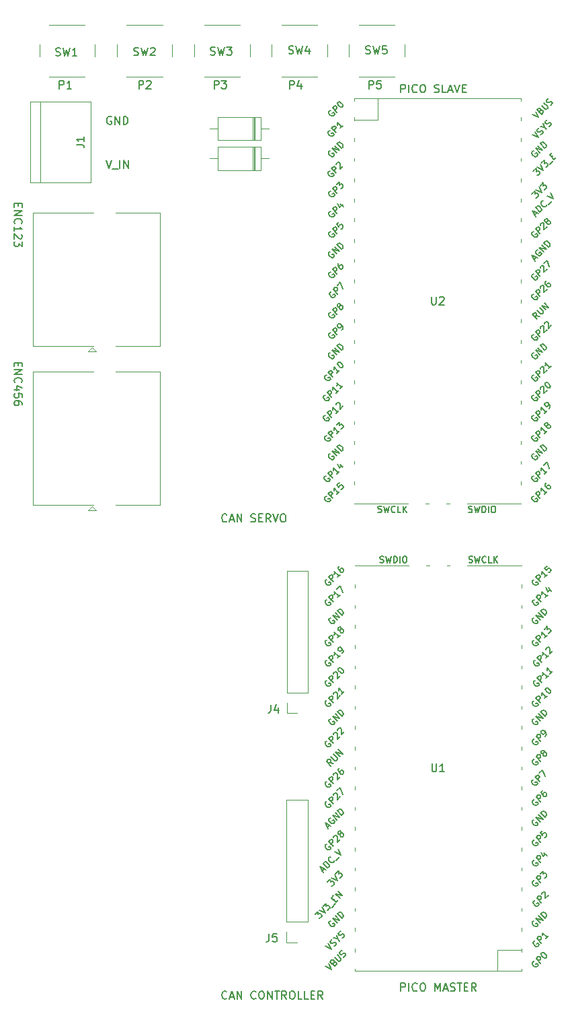
<source format=gbr>
%TF.GenerationSoftware,KiCad,Pcbnew,7.0.7*%
%TF.CreationDate,2025-01-13T16:20:32+01:00*%
%TF.ProjectId,PICO board v4.0,5049434f-2062-46f6-9172-642076342e30,rev?*%
%TF.SameCoordinates,Original*%
%TF.FileFunction,Legend,Top*%
%TF.FilePolarity,Positive*%
%FSLAX46Y46*%
G04 Gerber Fmt 4.6, Leading zero omitted, Abs format (unit mm)*
G04 Created by KiCad (PCBNEW 7.0.7) date 2025-01-13 16:20:32*
%MOMM*%
%LPD*%
G01*
G04 APERTURE LIST*
%ADD10C,0.150000*%
%ADD11C,0.120000*%
G04 APERTURE END LIST*
D10*
X97836779Y-42369819D02*
X97836779Y-41369819D01*
X97836779Y-41369819D02*
X98217731Y-41369819D01*
X98217731Y-41369819D02*
X98312969Y-41417438D01*
X98312969Y-41417438D02*
X98360588Y-41465057D01*
X98360588Y-41465057D02*
X98408207Y-41560295D01*
X98408207Y-41560295D02*
X98408207Y-41703152D01*
X98408207Y-41703152D02*
X98360588Y-41798390D01*
X98360588Y-41798390D02*
X98312969Y-41846009D01*
X98312969Y-41846009D02*
X98217731Y-41893628D01*
X98217731Y-41893628D02*
X97836779Y-41893628D01*
X98741541Y-41369819D02*
X99360588Y-41369819D01*
X99360588Y-41369819D02*
X99027255Y-41750771D01*
X99027255Y-41750771D02*
X99170112Y-41750771D01*
X99170112Y-41750771D02*
X99265350Y-41798390D01*
X99265350Y-41798390D02*
X99312969Y-41846009D01*
X99312969Y-41846009D02*
X99360588Y-41941247D01*
X99360588Y-41941247D02*
X99360588Y-42179342D01*
X99360588Y-42179342D02*
X99312969Y-42274580D01*
X99312969Y-42274580D02*
X99265350Y-42322200D01*
X99265350Y-42322200D02*
X99170112Y-42369819D01*
X99170112Y-42369819D02*
X98884398Y-42369819D01*
X98884398Y-42369819D02*
X98789160Y-42322200D01*
X98789160Y-42322200D02*
X98741541Y-42274580D01*
X99408207Y-156774580D02*
X99360588Y-156822200D01*
X99360588Y-156822200D02*
X99217731Y-156869819D01*
X99217731Y-156869819D02*
X99122493Y-156869819D01*
X99122493Y-156869819D02*
X98979636Y-156822200D01*
X98979636Y-156822200D02*
X98884398Y-156726961D01*
X98884398Y-156726961D02*
X98836779Y-156631723D01*
X98836779Y-156631723D02*
X98789160Y-156441247D01*
X98789160Y-156441247D02*
X98789160Y-156298390D01*
X98789160Y-156298390D02*
X98836779Y-156107914D01*
X98836779Y-156107914D02*
X98884398Y-156012676D01*
X98884398Y-156012676D02*
X98979636Y-155917438D01*
X98979636Y-155917438D02*
X99122493Y-155869819D01*
X99122493Y-155869819D02*
X99217731Y-155869819D01*
X99217731Y-155869819D02*
X99360588Y-155917438D01*
X99360588Y-155917438D02*
X99408207Y-155965057D01*
X99789160Y-156584104D02*
X100265350Y-156584104D01*
X99693922Y-156869819D02*
X100027255Y-155869819D01*
X100027255Y-155869819D02*
X100360588Y-156869819D01*
X100693922Y-156869819D02*
X100693922Y-155869819D01*
X100693922Y-155869819D02*
X101265350Y-156869819D01*
X101265350Y-156869819D02*
X101265350Y-155869819D01*
X103074874Y-156774580D02*
X103027255Y-156822200D01*
X103027255Y-156822200D02*
X102884398Y-156869819D01*
X102884398Y-156869819D02*
X102789160Y-156869819D01*
X102789160Y-156869819D02*
X102646303Y-156822200D01*
X102646303Y-156822200D02*
X102551065Y-156726961D01*
X102551065Y-156726961D02*
X102503446Y-156631723D01*
X102503446Y-156631723D02*
X102455827Y-156441247D01*
X102455827Y-156441247D02*
X102455827Y-156298390D01*
X102455827Y-156298390D02*
X102503446Y-156107914D01*
X102503446Y-156107914D02*
X102551065Y-156012676D01*
X102551065Y-156012676D02*
X102646303Y-155917438D01*
X102646303Y-155917438D02*
X102789160Y-155869819D01*
X102789160Y-155869819D02*
X102884398Y-155869819D01*
X102884398Y-155869819D02*
X103027255Y-155917438D01*
X103027255Y-155917438D02*
X103074874Y-155965057D01*
X103693922Y-155869819D02*
X103884398Y-155869819D01*
X103884398Y-155869819D02*
X103979636Y-155917438D01*
X103979636Y-155917438D02*
X104074874Y-156012676D01*
X104074874Y-156012676D02*
X104122493Y-156203152D01*
X104122493Y-156203152D02*
X104122493Y-156536485D01*
X104122493Y-156536485D02*
X104074874Y-156726961D01*
X104074874Y-156726961D02*
X103979636Y-156822200D01*
X103979636Y-156822200D02*
X103884398Y-156869819D01*
X103884398Y-156869819D02*
X103693922Y-156869819D01*
X103693922Y-156869819D02*
X103598684Y-156822200D01*
X103598684Y-156822200D02*
X103503446Y-156726961D01*
X103503446Y-156726961D02*
X103455827Y-156536485D01*
X103455827Y-156536485D02*
X103455827Y-156203152D01*
X103455827Y-156203152D02*
X103503446Y-156012676D01*
X103503446Y-156012676D02*
X103598684Y-155917438D01*
X103598684Y-155917438D02*
X103693922Y-155869819D01*
X104551065Y-156869819D02*
X104551065Y-155869819D01*
X104551065Y-155869819D02*
X105122493Y-156869819D01*
X105122493Y-156869819D02*
X105122493Y-155869819D01*
X105455827Y-155869819D02*
X106027255Y-155869819D01*
X105741541Y-156869819D02*
X105741541Y-155869819D01*
X106932017Y-156869819D02*
X106598684Y-156393628D01*
X106360589Y-156869819D02*
X106360589Y-155869819D01*
X106360589Y-155869819D02*
X106741541Y-155869819D01*
X106741541Y-155869819D02*
X106836779Y-155917438D01*
X106836779Y-155917438D02*
X106884398Y-155965057D01*
X106884398Y-155965057D02*
X106932017Y-156060295D01*
X106932017Y-156060295D02*
X106932017Y-156203152D01*
X106932017Y-156203152D02*
X106884398Y-156298390D01*
X106884398Y-156298390D02*
X106836779Y-156346009D01*
X106836779Y-156346009D02*
X106741541Y-156393628D01*
X106741541Y-156393628D02*
X106360589Y-156393628D01*
X107551065Y-155869819D02*
X107741541Y-155869819D01*
X107741541Y-155869819D02*
X107836779Y-155917438D01*
X107836779Y-155917438D02*
X107932017Y-156012676D01*
X107932017Y-156012676D02*
X107979636Y-156203152D01*
X107979636Y-156203152D02*
X107979636Y-156536485D01*
X107979636Y-156536485D02*
X107932017Y-156726961D01*
X107932017Y-156726961D02*
X107836779Y-156822200D01*
X107836779Y-156822200D02*
X107741541Y-156869819D01*
X107741541Y-156869819D02*
X107551065Y-156869819D01*
X107551065Y-156869819D02*
X107455827Y-156822200D01*
X107455827Y-156822200D02*
X107360589Y-156726961D01*
X107360589Y-156726961D02*
X107312970Y-156536485D01*
X107312970Y-156536485D02*
X107312970Y-156203152D01*
X107312970Y-156203152D02*
X107360589Y-156012676D01*
X107360589Y-156012676D02*
X107455827Y-155917438D01*
X107455827Y-155917438D02*
X107551065Y-155869819D01*
X108884398Y-156869819D02*
X108408208Y-156869819D01*
X108408208Y-156869819D02*
X108408208Y-155869819D01*
X109693922Y-156869819D02*
X109217732Y-156869819D01*
X109217732Y-156869819D02*
X109217732Y-155869819D01*
X110027256Y-156346009D02*
X110360589Y-156346009D01*
X110503446Y-156869819D02*
X110027256Y-156869819D01*
X110027256Y-156869819D02*
X110027256Y-155869819D01*
X110027256Y-155869819D02*
X110503446Y-155869819D01*
X111503446Y-156869819D02*
X111170113Y-156393628D01*
X110932018Y-156869819D02*
X110932018Y-155869819D01*
X110932018Y-155869819D02*
X111312970Y-155869819D01*
X111312970Y-155869819D02*
X111408208Y-155917438D01*
X111408208Y-155917438D02*
X111455827Y-155965057D01*
X111455827Y-155965057D02*
X111503446Y-156060295D01*
X111503446Y-156060295D02*
X111503446Y-156203152D01*
X111503446Y-156203152D02*
X111455827Y-156298390D01*
X111455827Y-156298390D02*
X111408208Y-156346009D01*
X111408208Y-156346009D02*
X111312970Y-156393628D01*
X111312970Y-156393628D02*
X110932018Y-156393628D01*
X84193922Y-51369819D02*
X84527255Y-52369819D01*
X84527255Y-52369819D02*
X84860588Y-51369819D01*
X84955827Y-52465057D02*
X85717731Y-52465057D01*
X85955827Y-52369819D02*
X85955827Y-51369819D01*
X86432017Y-52369819D02*
X86432017Y-51369819D01*
X86432017Y-51369819D02*
X87003445Y-52369819D01*
X87003445Y-52369819D02*
X87003445Y-51369819D01*
X111436248Y-140752865D02*
X111705622Y-140483491D01*
X111543998Y-140968364D02*
X111166874Y-140214117D01*
X111166874Y-140214117D02*
X111921122Y-140591240D01*
X112109683Y-140402679D02*
X111543998Y-139836993D01*
X111543998Y-139836993D02*
X111678685Y-139702306D01*
X111678685Y-139702306D02*
X111786434Y-139648431D01*
X111786434Y-139648431D02*
X111894184Y-139648431D01*
X111894184Y-139648431D02*
X111974996Y-139675369D01*
X111974996Y-139675369D02*
X112109683Y-139756181D01*
X112109683Y-139756181D02*
X112190495Y-139836993D01*
X112190495Y-139836993D02*
X112271308Y-139971680D01*
X112271308Y-139971680D02*
X112298245Y-140052492D01*
X112298245Y-140052492D02*
X112298245Y-140160242D01*
X112298245Y-140160242D02*
X112244370Y-140267992D01*
X112244370Y-140267992D02*
X112109683Y-140402679D01*
X112944743Y-139459870D02*
X112944743Y-139513744D01*
X112944743Y-139513744D02*
X112890868Y-139621494D01*
X112890868Y-139621494D02*
X112836993Y-139675369D01*
X112836993Y-139675369D02*
X112729243Y-139729244D01*
X112729243Y-139729244D02*
X112621494Y-139729244D01*
X112621494Y-139729244D02*
X112540682Y-139702306D01*
X112540682Y-139702306D02*
X112405995Y-139621494D01*
X112405995Y-139621494D02*
X112325182Y-139540682D01*
X112325182Y-139540682D02*
X112244370Y-139405995D01*
X112244370Y-139405995D02*
X112217433Y-139325183D01*
X112217433Y-139325183D02*
X112217433Y-139217433D01*
X112217433Y-139217433D02*
X112271308Y-139109683D01*
X112271308Y-139109683D02*
X112325182Y-139055809D01*
X112325182Y-139055809D02*
X112432932Y-139001934D01*
X112432932Y-139001934D02*
X112486807Y-139001934D01*
X113160242Y-139459870D02*
X113591240Y-139028871D01*
X113025555Y-138355436D02*
X113779802Y-138732560D01*
X113779802Y-138732560D02*
X113402679Y-137978312D01*
X84860588Y-45917438D02*
X84765350Y-45869819D01*
X84765350Y-45869819D02*
X84622493Y-45869819D01*
X84622493Y-45869819D02*
X84479636Y-45917438D01*
X84479636Y-45917438D02*
X84384398Y-46012676D01*
X84384398Y-46012676D02*
X84336779Y-46107914D01*
X84336779Y-46107914D02*
X84289160Y-46298390D01*
X84289160Y-46298390D02*
X84289160Y-46441247D01*
X84289160Y-46441247D02*
X84336779Y-46631723D01*
X84336779Y-46631723D02*
X84384398Y-46726961D01*
X84384398Y-46726961D02*
X84479636Y-46822200D01*
X84479636Y-46822200D02*
X84622493Y-46869819D01*
X84622493Y-46869819D02*
X84717731Y-46869819D01*
X84717731Y-46869819D02*
X84860588Y-46822200D01*
X84860588Y-46822200D02*
X84908207Y-46774580D01*
X84908207Y-46774580D02*
X84908207Y-46441247D01*
X84908207Y-46441247D02*
X84717731Y-46441247D01*
X85336779Y-46869819D02*
X85336779Y-45869819D01*
X85336779Y-45869819D02*
X85908207Y-46869819D01*
X85908207Y-46869819D02*
X85908207Y-45869819D01*
X86384398Y-46869819D02*
X86384398Y-45869819D01*
X86384398Y-45869819D02*
X86622493Y-45869819D01*
X86622493Y-45869819D02*
X86765350Y-45917438D01*
X86765350Y-45917438D02*
X86860588Y-46012676D01*
X86860588Y-46012676D02*
X86908207Y-46107914D01*
X86908207Y-46107914D02*
X86955826Y-46298390D01*
X86955826Y-46298390D02*
X86955826Y-46441247D01*
X86955826Y-46441247D02*
X86908207Y-46631723D01*
X86908207Y-46631723D02*
X86860588Y-46726961D01*
X86860588Y-46726961D02*
X86765350Y-46822200D01*
X86765350Y-46822200D02*
X86622493Y-46869819D01*
X86622493Y-46869819D02*
X86384398Y-46869819D01*
X107336779Y-42369819D02*
X107336779Y-41369819D01*
X107336779Y-41369819D02*
X107717731Y-41369819D01*
X107717731Y-41369819D02*
X107812969Y-41417438D01*
X107812969Y-41417438D02*
X107860588Y-41465057D01*
X107860588Y-41465057D02*
X107908207Y-41560295D01*
X107908207Y-41560295D02*
X107908207Y-41703152D01*
X107908207Y-41703152D02*
X107860588Y-41798390D01*
X107860588Y-41798390D02*
X107812969Y-41846009D01*
X107812969Y-41846009D02*
X107717731Y-41893628D01*
X107717731Y-41893628D02*
X107336779Y-41893628D01*
X108765350Y-41703152D02*
X108765350Y-42369819D01*
X108527255Y-41322200D02*
X108289160Y-42036485D01*
X108289160Y-42036485D02*
X108908207Y-42036485D01*
X121336779Y-42869819D02*
X121336779Y-41869819D01*
X121336779Y-41869819D02*
X121717731Y-41869819D01*
X121717731Y-41869819D02*
X121812969Y-41917438D01*
X121812969Y-41917438D02*
X121860588Y-41965057D01*
X121860588Y-41965057D02*
X121908207Y-42060295D01*
X121908207Y-42060295D02*
X121908207Y-42203152D01*
X121908207Y-42203152D02*
X121860588Y-42298390D01*
X121860588Y-42298390D02*
X121812969Y-42346009D01*
X121812969Y-42346009D02*
X121717731Y-42393628D01*
X121717731Y-42393628D02*
X121336779Y-42393628D01*
X122336779Y-42869819D02*
X122336779Y-41869819D01*
X123384397Y-42774580D02*
X123336778Y-42822200D01*
X123336778Y-42822200D02*
X123193921Y-42869819D01*
X123193921Y-42869819D02*
X123098683Y-42869819D01*
X123098683Y-42869819D02*
X122955826Y-42822200D01*
X122955826Y-42822200D02*
X122860588Y-42726961D01*
X122860588Y-42726961D02*
X122812969Y-42631723D01*
X122812969Y-42631723D02*
X122765350Y-42441247D01*
X122765350Y-42441247D02*
X122765350Y-42298390D01*
X122765350Y-42298390D02*
X122812969Y-42107914D01*
X122812969Y-42107914D02*
X122860588Y-42012676D01*
X122860588Y-42012676D02*
X122955826Y-41917438D01*
X122955826Y-41917438D02*
X123098683Y-41869819D01*
X123098683Y-41869819D02*
X123193921Y-41869819D01*
X123193921Y-41869819D02*
X123336778Y-41917438D01*
X123336778Y-41917438D02*
X123384397Y-41965057D01*
X124003445Y-41869819D02*
X124193921Y-41869819D01*
X124193921Y-41869819D02*
X124289159Y-41917438D01*
X124289159Y-41917438D02*
X124384397Y-42012676D01*
X124384397Y-42012676D02*
X124432016Y-42203152D01*
X124432016Y-42203152D02*
X124432016Y-42536485D01*
X124432016Y-42536485D02*
X124384397Y-42726961D01*
X124384397Y-42726961D02*
X124289159Y-42822200D01*
X124289159Y-42822200D02*
X124193921Y-42869819D01*
X124193921Y-42869819D02*
X124003445Y-42869819D01*
X124003445Y-42869819D02*
X123908207Y-42822200D01*
X123908207Y-42822200D02*
X123812969Y-42726961D01*
X123812969Y-42726961D02*
X123765350Y-42536485D01*
X123765350Y-42536485D02*
X123765350Y-42203152D01*
X123765350Y-42203152D02*
X123812969Y-42012676D01*
X123812969Y-42012676D02*
X123908207Y-41917438D01*
X123908207Y-41917438D02*
X124003445Y-41869819D01*
X125574874Y-42822200D02*
X125717731Y-42869819D01*
X125717731Y-42869819D02*
X125955826Y-42869819D01*
X125955826Y-42869819D02*
X126051064Y-42822200D01*
X126051064Y-42822200D02*
X126098683Y-42774580D01*
X126098683Y-42774580D02*
X126146302Y-42679342D01*
X126146302Y-42679342D02*
X126146302Y-42584104D01*
X126146302Y-42584104D02*
X126098683Y-42488866D01*
X126098683Y-42488866D02*
X126051064Y-42441247D01*
X126051064Y-42441247D02*
X125955826Y-42393628D01*
X125955826Y-42393628D02*
X125765350Y-42346009D01*
X125765350Y-42346009D02*
X125670112Y-42298390D01*
X125670112Y-42298390D02*
X125622493Y-42250771D01*
X125622493Y-42250771D02*
X125574874Y-42155533D01*
X125574874Y-42155533D02*
X125574874Y-42060295D01*
X125574874Y-42060295D02*
X125622493Y-41965057D01*
X125622493Y-41965057D02*
X125670112Y-41917438D01*
X125670112Y-41917438D02*
X125765350Y-41869819D01*
X125765350Y-41869819D02*
X126003445Y-41869819D01*
X126003445Y-41869819D02*
X126146302Y-41917438D01*
X127051064Y-42869819D02*
X126574874Y-42869819D01*
X126574874Y-42869819D02*
X126574874Y-41869819D01*
X127336779Y-42584104D02*
X127812969Y-42584104D01*
X127241541Y-42869819D02*
X127574874Y-41869819D01*
X127574874Y-41869819D02*
X127908207Y-42869819D01*
X128098684Y-41869819D02*
X128432017Y-42869819D01*
X128432017Y-42869819D02*
X128765350Y-41869819D01*
X129098684Y-42346009D02*
X129432017Y-42346009D01*
X129574874Y-42869819D02*
X129098684Y-42869819D01*
X129098684Y-42869819D02*
X129098684Y-41869819D01*
X129098684Y-41869819D02*
X129574874Y-41869819D01*
X117336779Y-42369819D02*
X117336779Y-41369819D01*
X117336779Y-41369819D02*
X117717731Y-41369819D01*
X117717731Y-41369819D02*
X117812969Y-41417438D01*
X117812969Y-41417438D02*
X117860588Y-41465057D01*
X117860588Y-41465057D02*
X117908207Y-41560295D01*
X117908207Y-41560295D02*
X117908207Y-41703152D01*
X117908207Y-41703152D02*
X117860588Y-41798390D01*
X117860588Y-41798390D02*
X117812969Y-41846009D01*
X117812969Y-41846009D02*
X117717731Y-41893628D01*
X117717731Y-41893628D02*
X117336779Y-41893628D01*
X118812969Y-41369819D02*
X118336779Y-41369819D01*
X118336779Y-41369819D02*
X118289160Y-41846009D01*
X118289160Y-41846009D02*
X118336779Y-41798390D01*
X118336779Y-41798390D02*
X118432017Y-41750771D01*
X118432017Y-41750771D02*
X118670112Y-41750771D01*
X118670112Y-41750771D02*
X118765350Y-41798390D01*
X118765350Y-41798390D02*
X118812969Y-41846009D01*
X118812969Y-41846009D02*
X118860588Y-41941247D01*
X118860588Y-41941247D02*
X118860588Y-42179342D01*
X118860588Y-42179342D02*
X118812969Y-42274580D01*
X118812969Y-42274580D02*
X118765350Y-42322200D01*
X118765350Y-42322200D02*
X118670112Y-42369819D01*
X118670112Y-42369819D02*
X118432017Y-42369819D01*
X118432017Y-42369819D02*
X118336779Y-42322200D01*
X118336779Y-42322200D02*
X118289160Y-42274580D01*
X73153990Y-56836779D02*
X73153990Y-57170112D01*
X72630180Y-57312969D02*
X72630180Y-56836779D01*
X72630180Y-56836779D02*
X73630180Y-56836779D01*
X73630180Y-56836779D02*
X73630180Y-57312969D01*
X72630180Y-57741541D02*
X73630180Y-57741541D01*
X73630180Y-57741541D02*
X72630180Y-58312969D01*
X72630180Y-58312969D02*
X73630180Y-58312969D01*
X72725419Y-59360588D02*
X72677800Y-59312969D01*
X72677800Y-59312969D02*
X72630180Y-59170112D01*
X72630180Y-59170112D02*
X72630180Y-59074874D01*
X72630180Y-59074874D02*
X72677800Y-58932017D01*
X72677800Y-58932017D02*
X72773038Y-58836779D01*
X72773038Y-58836779D02*
X72868276Y-58789160D01*
X72868276Y-58789160D02*
X73058752Y-58741541D01*
X73058752Y-58741541D02*
X73201609Y-58741541D01*
X73201609Y-58741541D02*
X73392085Y-58789160D01*
X73392085Y-58789160D02*
X73487323Y-58836779D01*
X73487323Y-58836779D02*
X73582561Y-58932017D01*
X73582561Y-58932017D02*
X73630180Y-59074874D01*
X73630180Y-59074874D02*
X73630180Y-59170112D01*
X73630180Y-59170112D02*
X73582561Y-59312969D01*
X73582561Y-59312969D02*
X73534942Y-59360588D01*
X72630180Y-60312969D02*
X72630180Y-59741541D01*
X72630180Y-60027255D02*
X73630180Y-60027255D01*
X73630180Y-60027255D02*
X73487323Y-59932017D01*
X73487323Y-59932017D02*
X73392085Y-59836779D01*
X73392085Y-59836779D02*
X73344466Y-59741541D01*
X73534942Y-60693922D02*
X73582561Y-60741541D01*
X73582561Y-60741541D02*
X73630180Y-60836779D01*
X73630180Y-60836779D02*
X73630180Y-61074874D01*
X73630180Y-61074874D02*
X73582561Y-61170112D01*
X73582561Y-61170112D02*
X73534942Y-61217731D01*
X73534942Y-61217731D02*
X73439704Y-61265350D01*
X73439704Y-61265350D02*
X73344466Y-61265350D01*
X73344466Y-61265350D02*
X73201609Y-61217731D01*
X73201609Y-61217731D02*
X72630180Y-60646303D01*
X72630180Y-60646303D02*
X72630180Y-61265350D01*
X73630180Y-61598684D02*
X73630180Y-62217731D01*
X73630180Y-62217731D02*
X73249228Y-61884398D01*
X73249228Y-61884398D02*
X73249228Y-62027255D01*
X73249228Y-62027255D02*
X73201609Y-62122493D01*
X73201609Y-62122493D02*
X73153990Y-62170112D01*
X73153990Y-62170112D02*
X73058752Y-62217731D01*
X73058752Y-62217731D02*
X72820657Y-62217731D01*
X72820657Y-62217731D02*
X72725419Y-62170112D01*
X72725419Y-62170112D02*
X72677800Y-62122493D01*
X72677800Y-62122493D02*
X72630180Y-62027255D01*
X72630180Y-62027255D02*
X72630180Y-61741541D01*
X72630180Y-61741541D02*
X72677800Y-61646303D01*
X72677800Y-61646303D02*
X72725419Y-61598684D01*
X121336779Y-155869819D02*
X121336779Y-154869819D01*
X121336779Y-154869819D02*
X121717731Y-154869819D01*
X121717731Y-154869819D02*
X121812969Y-154917438D01*
X121812969Y-154917438D02*
X121860588Y-154965057D01*
X121860588Y-154965057D02*
X121908207Y-155060295D01*
X121908207Y-155060295D02*
X121908207Y-155203152D01*
X121908207Y-155203152D02*
X121860588Y-155298390D01*
X121860588Y-155298390D02*
X121812969Y-155346009D01*
X121812969Y-155346009D02*
X121717731Y-155393628D01*
X121717731Y-155393628D02*
X121336779Y-155393628D01*
X122336779Y-155869819D02*
X122336779Y-154869819D01*
X123384397Y-155774580D02*
X123336778Y-155822200D01*
X123336778Y-155822200D02*
X123193921Y-155869819D01*
X123193921Y-155869819D02*
X123098683Y-155869819D01*
X123098683Y-155869819D02*
X122955826Y-155822200D01*
X122955826Y-155822200D02*
X122860588Y-155726961D01*
X122860588Y-155726961D02*
X122812969Y-155631723D01*
X122812969Y-155631723D02*
X122765350Y-155441247D01*
X122765350Y-155441247D02*
X122765350Y-155298390D01*
X122765350Y-155298390D02*
X122812969Y-155107914D01*
X122812969Y-155107914D02*
X122860588Y-155012676D01*
X122860588Y-155012676D02*
X122955826Y-154917438D01*
X122955826Y-154917438D02*
X123098683Y-154869819D01*
X123098683Y-154869819D02*
X123193921Y-154869819D01*
X123193921Y-154869819D02*
X123336778Y-154917438D01*
X123336778Y-154917438D02*
X123384397Y-154965057D01*
X124003445Y-154869819D02*
X124193921Y-154869819D01*
X124193921Y-154869819D02*
X124289159Y-154917438D01*
X124289159Y-154917438D02*
X124384397Y-155012676D01*
X124384397Y-155012676D02*
X124432016Y-155203152D01*
X124432016Y-155203152D02*
X124432016Y-155536485D01*
X124432016Y-155536485D02*
X124384397Y-155726961D01*
X124384397Y-155726961D02*
X124289159Y-155822200D01*
X124289159Y-155822200D02*
X124193921Y-155869819D01*
X124193921Y-155869819D02*
X124003445Y-155869819D01*
X124003445Y-155869819D02*
X123908207Y-155822200D01*
X123908207Y-155822200D02*
X123812969Y-155726961D01*
X123812969Y-155726961D02*
X123765350Y-155536485D01*
X123765350Y-155536485D02*
X123765350Y-155203152D01*
X123765350Y-155203152D02*
X123812969Y-155012676D01*
X123812969Y-155012676D02*
X123908207Y-154917438D01*
X123908207Y-154917438D02*
X124003445Y-154869819D01*
X125622493Y-155869819D02*
X125622493Y-154869819D01*
X125622493Y-154869819D02*
X125955826Y-155584104D01*
X125955826Y-155584104D02*
X126289159Y-154869819D01*
X126289159Y-154869819D02*
X126289159Y-155869819D01*
X126717731Y-155584104D02*
X127193921Y-155584104D01*
X126622493Y-155869819D02*
X126955826Y-154869819D01*
X126955826Y-154869819D02*
X127289159Y-155869819D01*
X127574874Y-155822200D02*
X127717731Y-155869819D01*
X127717731Y-155869819D02*
X127955826Y-155869819D01*
X127955826Y-155869819D02*
X128051064Y-155822200D01*
X128051064Y-155822200D02*
X128098683Y-155774580D01*
X128098683Y-155774580D02*
X128146302Y-155679342D01*
X128146302Y-155679342D02*
X128146302Y-155584104D01*
X128146302Y-155584104D02*
X128098683Y-155488866D01*
X128098683Y-155488866D02*
X128051064Y-155441247D01*
X128051064Y-155441247D02*
X127955826Y-155393628D01*
X127955826Y-155393628D02*
X127765350Y-155346009D01*
X127765350Y-155346009D02*
X127670112Y-155298390D01*
X127670112Y-155298390D02*
X127622493Y-155250771D01*
X127622493Y-155250771D02*
X127574874Y-155155533D01*
X127574874Y-155155533D02*
X127574874Y-155060295D01*
X127574874Y-155060295D02*
X127622493Y-154965057D01*
X127622493Y-154965057D02*
X127670112Y-154917438D01*
X127670112Y-154917438D02*
X127765350Y-154869819D01*
X127765350Y-154869819D02*
X128003445Y-154869819D01*
X128003445Y-154869819D02*
X128146302Y-154917438D01*
X128432017Y-154869819D02*
X129003445Y-154869819D01*
X128717731Y-155869819D02*
X128717731Y-154869819D01*
X129336779Y-155346009D02*
X129670112Y-155346009D01*
X129812969Y-155869819D02*
X129336779Y-155869819D01*
X129336779Y-155869819D02*
X129336779Y-154869819D01*
X129336779Y-154869819D02*
X129812969Y-154869819D01*
X130812969Y-155869819D02*
X130479636Y-155393628D01*
X130241541Y-155869819D02*
X130241541Y-154869819D01*
X130241541Y-154869819D02*
X130622493Y-154869819D01*
X130622493Y-154869819D02*
X130717731Y-154917438D01*
X130717731Y-154917438D02*
X130765350Y-154965057D01*
X130765350Y-154965057D02*
X130812969Y-155060295D01*
X130812969Y-155060295D02*
X130812969Y-155203152D01*
X130812969Y-155203152D02*
X130765350Y-155298390D01*
X130765350Y-155298390D02*
X130717731Y-155346009D01*
X130717731Y-155346009D02*
X130622493Y-155393628D01*
X130622493Y-155393628D02*
X130241541Y-155393628D01*
X73153990Y-76836779D02*
X73153990Y-77170112D01*
X72630180Y-77312969D02*
X72630180Y-76836779D01*
X72630180Y-76836779D02*
X73630180Y-76836779D01*
X73630180Y-76836779D02*
X73630180Y-77312969D01*
X72630180Y-77741541D02*
X73630180Y-77741541D01*
X73630180Y-77741541D02*
X72630180Y-78312969D01*
X72630180Y-78312969D02*
X73630180Y-78312969D01*
X72725419Y-79360588D02*
X72677800Y-79312969D01*
X72677800Y-79312969D02*
X72630180Y-79170112D01*
X72630180Y-79170112D02*
X72630180Y-79074874D01*
X72630180Y-79074874D02*
X72677800Y-78932017D01*
X72677800Y-78932017D02*
X72773038Y-78836779D01*
X72773038Y-78836779D02*
X72868276Y-78789160D01*
X72868276Y-78789160D02*
X73058752Y-78741541D01*
X73058752Y-78741541D02*
X73201609Y-78741541D01*
X73201609Y-78741541D02*
X73392085Y-78789160D01*
X73392085Y-78789160D02*
X73487323Y-78836779D01*
X73487323Y-78836779D02*
X73582561Y-78932017D01*
X73582561Y-78932017D02*
X73630180Y-79074874D01*
X73630180Y-79074874D02*
X73630180Y-79170112D01*
X73630180Y-79170112D02*
X73582561Y-79312969D01*
X73582561Y-79312969D02*
X73534942Y-79360588D01*
X73296847Y-80217731D02*
X72630180Y-80217731D01*
X73677800Y-79979636D02*
X72963514Y-79741541D01*
X72963514Y-79741541D02*
X72963514Y-80360588D01*
X73630180Y-81217731D02*
X73630180Y-80741541D01*
X73630180Y-80741541D02*
X73153990Y-80693922D01*
X73153990Y-80693922D02*
X73201609Y-80741541D01*
X73201609Y-80741541D02*
X73249228Y-80836779D01*
X73249228Y-80836779D02*
X73249228Y-81074874D01*
X73249228Y-81074874D02*
X73201609Y-81170112D01*
X73201609Y-81170112D02*
X73153990Y-81217731D01*
X73153990Y-81217731D02*
X73058752Y-81265350D01*
X73058752Y-81265350D02*
X72820657Y-81265350D01*
X72820657Y-81265350D02*
X72725419Y-81217731D01*
X72725419Y-81217731D02*
X72677800Y-81170112D01*
X72677800Y-81170112D02*
X72630180Y-81074874D01*
X72630180Y-81074874D02*
X72630180Y-80836779D01*
X72630180Y-80836779D02*
X72677800Y-80741541D01*
X72677800Y-80741541D02*
X72725419Y-80693922D01*
X73630180Y-82122493D02*
X73630180Y-81932017D01*
X73630180Y-81932017D02*
X73582561Y-81836779D01*
X73582561Y-81836779D02*
X73534942Y-81789160D01*
X73534942Y-81789160D02*
X73392085Y-81693922D01*
X73392085Y-81693922D02*
X73201609Y-81646303D01*
X73201609Y-81646303D02*
X72820657Y-81646303D01*
X72820657Y-81646303D02*
X72725419Y-81693922D01*
X72725419Y-81693922D02*
X72677800Y-81741541D01*
X72677800Y-81741541D02*
X72630180Y-81836779D01*
X72630180Y-81836779D02*
X72630180Y-82027255D01*
X72630180Y-82027255D02*
X72677800Y-82122493D01*
X72677800Y-82122493D02*
X72725419Y-82170112D01*
X72725419Y-82170112D02*
X72820657Y-82217731D01*
X72820657Y-82217731D02*
X73058752Y-82217731D01*
X73058752Y-82217731D02*
X73153990Y-82170112D01*
X73153990Y-82170112D02*
X73201609Y-82122493D01*
X73201609Y-82122493D02*
X73249228Y-82027255D01*
X73249228Y-82027255D02*
X73249228Y-81836779D01*
X73249228Y-81836779D02*
X73201609Y-81741541D01*
X73201609Y-81741541D02*
X73153990Y-81693922D01*
X73153990Y-81693922D02*
X73058752Y-81646303D01*
X99408207Y-96774580D02*
X99360588Y-96822200D01*
X99360588Y-96822200D02*
X99217731Y-96869819D01*
X99217731Y-96869819D02*
X99122493Y-96869819D01*
X99122493Y-96869819D02*
X98979636Y-96822200D01*
X98979636Y-96822200D02*
X98884398Y-96726961D01*
X98884398Y-96726961D02*
X98836779Y-96631723D01*
X98836779Y-96631723D02*
X98789160Y-96441247D01*
X98789160Y-96441247D02*
X98789160Y-96298390D01*
X98789160Y-96298390D02*
X98836779Y-96107914D01*
X98836779Y-96107914D02*
X98884398Y-96012676D01*
X98884398Y-96012676D02*
X98979636Y-95917438D01*
X98979636Y-95917438D02*
X99122493Y-95869819D01*
X99122493Y-95869819D02*
X99217731Y-95869819D01*
X99217731Y-95869819D02*
X99360588Y-95917438D01*
X99360588Y-95917438D02*
X99408207Y-95965057D01*
X99789160Y-96584104D02*
X100265350Y-96584104D01*
X99693922Y-96869819D02*
X100027255Y-95869819D01*
X100027255Y-95869819D02*
X100360588Y-96869819D01*
X100693922Y-96869819D02*
X100693922Y-95869819D01*
X100693922Y-95869819D02*
X101265350Y-96869819D01*
X101265350Y-96869819D02*
X101265350Y-95869819D01*
X102455827Y-96822200D02*
X102598684Y-96869819D01*
X102598684Y-96869819D02*
X102836779Y-96869819D01*
X102836779Y-96869819D02*
X102932017Y-96822200D01*
X102932017Y-96822200D02*
X102979636Y-96774580D01*
X102979636Y-96774580D02*
X103027255Y-96679342D01*
X103027255Y-96679342D02*
X103027255Y-96584104D01*
X103027255Y-96584104D02*
X102979636Y-96488866D01*
X102979636Y-96488866D02*
X102932017Y-96441247D01*
X102932017Y-96441247D02*
X102836779Y-96393628D01*
X102836779Y-96393628D02*
X102646303Y-96346009D01*
X102646303Y-96346009D02*
X102551065Y-96298390D01*
X102551065Y-96298390D02*
X102503446Y-96250771D01*
X102503446Y-96250771D02*
X102455827Y-96155533D01*
X102455827Y-96155533D02*
X102455827Y-96060295D01*
X102455827Y-96060295D02*
X102503446Y-95965057D01*
X102503446Y-95965057D02*
X102551065Y-95917438D01*
X102551065Y-95917438D02*
X102646303Y-95869819D01*
X102646303Y-95869819D02*
X102884398Y-95869819D01*
X102884398Y-95869819D02*
X103027255Y-95917438D01*
X103455827Y-96346009D02*
X103789160Y-96346009D01*
X103932017Y-96869819D02*
X103455827Y-96869819D01*
X103455827Y-96869819D02*
X103455827Y-95869819D01*
X103455827Y-95869819D02*
X103932017Y-95869819D01*
X104932017Y-96869819D02*
X104598684Y-96393628D01*
X104360589Y-96869819D02*
X104360589Y-95869819D01*
X104360589Y-95869819D02*
X104741541Y-95869819D01*
X104741541Y-95869819D02*
X104836779Y-95917438D01*
X104836779Y-95917438D02*
X104884398Y-95965057D01*
X104884398Y-95965057D02*
X104932017Y-96060295D01*
X104932017Y-96060295D02*
X104932017Y-96203152D01*
X104932017Y-96203152D02*
X104884398Y-96298390D01*
X104884398Y-96298390D02*
X104836779Y-96346009D01*
X104836779Y-96346009D02*
X104741541Y-96393628D01*
X104741541Y-96393628D02*
X104360589Y-96393628D01*
X105217732Y-95869819D02*
X105551065Y-96869819D01*
X105551065Y-96869819D02*
X105884398Y-95869819D01*
X106408208Y-95869819D02*
X106598684Y-95869819D01*
X106598684Y-95869819D02*
X106693922Y-95917438D01*
X106693922Y-95917438D02*
X106789160Y-96012676D01*
X106789160Y-96012676D02*
X106836779Y-96203152D01*
X106836779Y-96203152D02*
X106836779Y-96536485D01*
X106836779Y-96536485D02*
X106789160Y-96726961D01*
X106789160Y-96726961D02*
X106693922Y-96822200D01*
X106693922Y-96822200D02*
X106598684Y-96869819D01*
X106598684Y-96869819D02*
X106408208Y-96869819D01*
X106408208Y-96869819D02*
X106312970Y-96822200D01*
X106312970Y-96822200D02*
X106217732Y-96726961D01*
X106217732Y-96726961D02*
X106170113Y-96536485D01*
X106170113Y-96536485D02*
X106170113Y-96203152D01*
X106170113Y-96203152D02*
X106217732Y-96012676D01*
X106217732Y-96012676D02*
X106312970Y-95917438D01*
X106312970Y-95917438D02*
X106408208Y-95869819D01*
X78336779Y-42369819D02*
X78336779Y-41369819D01*
X78336779Y-41369819D02*
X78717731Y-41369819D01*
X78717731Y-41369819D02*
X78812969Y-41417438D01*
X78812969Y-41417438D02*
X78860588Y-41465057D01*
X78860588Y-41465057D02*
X78908207Y-41560295D01*
X78908207Y-41560295D02*
X78908207Y-41703152D01*
X78908207Y-41703152D02*
X78860588Y-41798390D01*
X78860588Y-41798390D02*
X78812969Y-41846009D01*
X78812969Y-41846009D02*
X78717731Y-41893628D01*
X78717731Y-41893628D02*
X78336779Y-41893628D01*
X79860588Y-42369819D02*
X79289160Y-42369819D01*
X79574874Y-42369819D02*
X79574874Y-41369819D01*
X79574874Y-41369819D02*
X79479636Y-41512676D01*
X79479636Y-41512676D02*
X79384398Y-41607914D01*
X79384398Y-41607914D02*
X79289160Y-41655533D01*
X88336779Y-42369819D02*
X88336779Y-41369819D01*
X88336779Y-41369819D02*
X88717731Y-41369819D01*
X88717731Y-41369819D02*
X88812969Y-41417438D01*
X88812969Y-41417438D02*
X88860588Y-41465057D01*
X88860588Y-41465057D02*
X88908207Y-41560295D01*
X88908207Y-41560295D02*
X88908207Y-41703152D01*
X88908207Y-41703152D02*
X88860588Y-41798390D01*
X88860588Y-41798390D02*
X88812969Y-41846009D01*
X88812969Y-41846009D02*
X88717731Y-41893628D01*
X88717731Y-41893628D02*
X88336779Y-41893628D01*
X89289160Y-41465057D02*
X89336779Y-41417438D01*
X89336779Y-41417438D02*
X89432017Y-41369819D01*
X89432017Y-41369819D02*
X89670112Y-41369819D01*
X89670112Y-41369819D02*
X89765350Y-41417438D01*
X89765350Y-41417438D02*
X89812969Y-41465057D01*
X89812969Y-41465057D02*
X89860588Y-41560295D01*
X89860588Y-41560295D02*
X89860588Y-41655533D01*
X89860588Y-41655533D02*
X89812969Y-41798390D01*
X89812969Y-41798390D02*
X89241541Y-42369819D01*
X89241541Y-42369819D02*
X89860588Y-42369819D01*
X116916667Y-37957200D02*
X117059524Y-38004819D01*
X117059524Y-38004819D02*
X117297619Y-38004819D01*
X117297619Y-38004819D02*
X117392857Y-37957200D01*
X117392857Y-37957200D02*
X117440476Y-37909580D01*
X117440476Y-37909580D02*
X117488095Y-37814342D01*
X117488095Y-37814342D02*
X117488095Y-37719104D01*
X117488095Y-37719104D02*
X117440476Y-37623866D01*
X117440476Y-37623866D02*
X117392857Y-37576247D01*
X117392857Y-37576247D02*
X117297619Y-37528628D01*
X117297619Y-37528628D02*
X117107143Y-37481009D01*
X117107143Y-37481009D02*
X117011905Y-37433390D01*
X117011905Y-37433390D02*
X116964286Y-37385771D01*
X116964286Y-37385771D02*
X116916667Y-37290533D01*
X116916667Y-37290533D02*
X116916667Y-37195295D01*
X116916667Y-37195295D02*
X116964286Y-37100057D01*
X116964286Y-37100057D02*
X117011905Y-37052438D01*
X117011905Y-37052438D02*
X117107143Y-37004819D01*
X117107143Y-37004819D02*
X117345238Y-37004819D01*
X117345238Y-37004819D02*
X117488095Y-37052438D01*
X117821429Y-37004819D02*
X118059524Y-38004819D01*
X118059524Y-38004819D02*
X118250000Y-37290533D01*
X118250000Y-37290533D02*
X118440476Y-38004819D01*
X118440476Y-38004819D02*
X118678572Y-37004819D01*
X119535714Y-37004819D02*
X119059524Y-37004819D01*
X119059524Y-37004819D02*
X119011905Y-37481009D01*
X119011905Y-37481009D02*
X119059524Y-37433390D01*
X119059524Y-37433390D02*
X119154762Y-37385771D01*
X119154762Y-37385771D02*
X119392857Y-37385771D01*
X119392857Y-37385771D02*
X119488095Y-37433390D01*
X119488095Y-37433390D02*
X119535714Y-37481009D01*
X119535714Y-37481009D02*
X119583333Y-37576247D01*
X119583333Y-37576247D02*
X119583333Y-37814342D01*
X119583333Y-37814342D02*
X119535714Y-37909580D01*
X119535714Y-37909580D02*
X119488095Y-37957200D01*
X119488095Y-37957200D02*
X119392857Y-38004819D01*
X119392857Y-38004819D02*
X119154762Y-38004819D01*
X119154762Y-38004819D02*
X119059524Y-37957200D01*
X119059524Y-37957200D02*
X119011905Y-37909580D01*
X125248095Y-127284819D02*
X125248095Y-128094342D01*
X125248095Y-128094342D02*
X125295714Y-128189580D01*
X125295714Y-128189580D02*
X125343333Y-128237200D01*
X125343333Y-128237200D02*
X125438571Y-128284819D01*
X125438571Y-128284819D02*
X125629047Y-128284819D01*
X125629047Y-128284819D02*
X125724285Y-128237200D01*
X125724285Y-128237200D02*
X125771904Y-128189580D01*
X125771904Y-128189580D02*
X125819523Y-128094342D01*
X125819523Y-128094342D02*
X125819523Y-127284819D01*
X126819523Y-128284819D02*
X126248095Y-128284819D01*
X126533809Y-128284819D02*
X126533809Y-127284819D01*
X126533809Y-127284819D02*
X126438571Y-127427676D01*
X126438571Y-127427676D02*
X126343333Y-127522914D01*
X126343333Y-127522914D02*
X126248095Y-127570533D01*
X138223372Y-144461494D02*
X138142560Y-144488431D01*
X138142560Y-144488431D02*
X138061748Y-144569243D01*
X138061748Y-144569243D02*
X138007873Y-144676993D01*
X138007873Y-144676993D02*
X138007873Y-144784742D01*
X138007873Y-144784742D02*
X138034810Y-144865555D01*
X138034810Y-144865555D02*
X138115623Y-145000242D01*
X138115623Y-145000242D02*
X138196435Y-145081054D01*
X138196435Y-145081054D02*
X138331122Y-145161866D01*
X138331122Y-145161866D02*
X138411934Y-145188803D01*
X138411934Y-145188803D02*
X138519684Y-145188803D01*
X138519684Y-145188803D02*
X138627433Y-145134929D01*
X138627433Y-145134929D02*
X138681308Y-145081054D01*
X138681308Y-145081054D02*
X138735183Y-144973304D01*
X138735183Y-144973304D02*
X138735183Y-144919429D01*
X138735183Y-144919429D02*
X138546621Y-144730868D01*
X138546621Y-144730868D02*
X138438871Y-144838617D01*
X139031494Y-144730868D02*
X138465809Y-144165182D01*
X138465809Y-144165182D02*
X138681308Y-143949683D01*
X138681308Y-143949683D02*
X138762120Y-143922746D01*
X138762120Y-143922746D02*
X138815995Y-143922746D01*
X138815995Y-143922746D02*
X138896807Y-143949683D01*
X138896807Y-143949683D02*
X138977619Y-144030495D01*
X138977619Y-144030495D02*
X139004557Y-144111307D01*
X139004557Y-144111307D02*
X139004557Y-144165182D01*
X139004557Y-144165182D02*
X138977619Y-144245994D01*
X138977619Y-144245994D02*
X138762120Y-144461494D01*
X139058432Y-143680309D02*
X139058432Y-143626434D01*
X139058432Y-143626434D02*
X139085369Y-143545622D01*
X139085369Y-143545622D02*
X139220056Y-143410935D01*
X139220056Y-143410935D02*
X139300868Y-143383998D01*
X139300868Y-143383998D02*
X139354743Y-143383998D01*
X139354743Y-143383998D02*
X139435555Y-143410935D01*
X139435555Y-143410935D02*
X139489430Y-143464810D01*
X139489430Y-143464810D02*
X139543305Y-143572559D01*
X139543305Y-143572559D02*
X139543305Y-144219057D01*
X139543305Y-144219057D02*
X139893491Y-143868871D01*
X138107998Y-104090868D02*
X138027185Y-104117805D01*
X138027185Y-104117805D02*
X137946373Y-104198618D01*
X137946373Y-104198618D02*
X137892498Y-104306367D01*
X137892498Y-104306367D02*
X137892498Y-104414117D01*
X137892498Y-104414117D02*
X137919436Y-104494929D01*
X137919436Y-104494929D02*
X138000248Y-104629616D01*
X138000248Y-104629616D02*
X138081060Y-104710428D01*
X138081060Y-104710428D02*
X138215747Y-104791241D01*
X138215747Y-104791241D02*
X138296560Y-104818178D01*
X138296560Y-104818178D02*
X138404309Y-104818178D01*
X138404309Y-104818178D02*
X138512059Y-104764303D01*
X138512059Y-104764303D02*
X138565934Y-104710428D01*
X138565934Y-104710428D02*
X138619808Y-104602679D01*
X138619808Y-104602679D02*
X138619808Y-104548804D01*
X138619808Y-104548804D02*
X138431247Y-104360242D01*
X138431247Y-104360242D02*
X138323497Y-104467992D01*
X138916120Y-104360242D02*
X138350434Y-103794557D01*
X138350434Y-103794557D02*
X138565934Y-103579057D01*
X138565934Y-103579057D02*
X138646746Y-103552120D01*
X138646746Y-103552120D02*
X138700621Y-103552120D01*
X138700621Y-103552120D02*
X138781433Y-103579057D01*
X138781433Y-103579057D02*
X138862245Y-103659870D01*
X138862245Y-103659870D02*
X138889182Y-103740682D01*
X138889182Y-103740682D02*
X138889182Y-103794557D01*
X138889182Y-103794557D02*
X138862245Y-103875369D01*
X138862245Y-103875369D02*
X138646746Y-104090868D01*
X139778117Y-103498245D02*
X139454868Y-103821494D01*
X139616492Y-103659870D02*
X139050807Y-103094184D01*
X139050807Y-103094184D02*
X139077744Y-103228871D01*
X139077744Y-103228871D02*
X139077744Y-103336621D01*
X139077744Y-103336621D02*
X139050807Y-103417433D01*
X139724242Y-102420749D02*
X139454868Y-102690123D01*
X139454868Y-102690123D02*
X139697305Y-102986434D01*
X139697305Y-102986434D02*
X139697305Y-102932560D01*
X139697305Y-102932560D02*
X139724242Y-102851747D01*
X139724242Y-102851747D02*
X139858929Y-102717060D01*
X139858929Y-102717060D02*
X139939741Y-102690123D01*
X139939741Y-102690123D02*
X139993616Y-102690123D01*
X139993616Y-102690123D02*
X140074428Y-102717060D01*
X140074428Y-102717060D02*
X140209115Y-102851747D01*
X140209115Y-102851747D02*
X140236053Y-102932560D01*
X140236053Y-102932560D02*
X140236053Y-102986434D01*
X140236053Y-102986434D02*
X140209115Y-103067247D01*
X140209115Y-103067247D02*
X140074428Y-103201934D01*
X140074428Y-103201934D02*
X139993616Y-103228871D01*
X139993616Y-103228871D02*
X139939741Y-103228871D01*
X138123372Y-131761494D02*
X138042560Y-131788431D01*
X138042560Y-131788431D02*
X137961748Y-131869243D01*
X137961748Y-131869243D02*
X137907873Y-131976993D01*
X137907873Y-131976993D02*
X137907873Y-132084742D01*
X137907873Y-132084742D02*
X137934810Y-132165555D01*
X137934810Y-132165555D02*
X138015623Y-132300242D01*
X138015623Y-132300242D02*
X138096435Y-132381054D01*
X138096435Y-132381054D02*
X138231122Y-132461866D01*
X138231122Y-132461866D02*
X138311934Y-132488803D01*
X138311934Y-132488803D02*
X138419684Y-132488803D01*
X138419684Y-132488803D02*
X138527433Y-132434929D01*
X138527433Y-132434929D02*
X138581308Y-132381054D01*
X138581308Y-132381054D02*
X138635183Y-132273304D01*
X138635183Y-132273304D02*
X138635183Y-132219429D01*
X138635183Y-132219429D02*
X138446621Y-132030868D01*
X138446621Y-132030868D02*
X138338871Y-132138617D01*
X138931494Y-132030868D02*
X138365809Y-131465182D01*
X138365809Y-131465182D02*
X138581308Y-131249683D01*
X138581308Y-131249683D02*
X138662120Y-131222746D01*
X138662120Y-131222746D02*
X138715995Y-131222746D01*
X138715995Y-131222746D02*
X138796807Y-131249683D01*
X138796807Y-131249683D02*
X138877619Y-131330495D01*
X138877619Y-131330495D02*
X138904557Y-131411307D01*
X138904557Y-131411307D02*
X138904557Y-131465182D01*
X138904557Y-131465182D02*
X138877619Y-131545994D01*
X138877619Y-131545994D02*
X138662120Y-131761494D01*
X139173931Y-130657060D02*
X139066181Y-130764810D01*
X139066181Y-130764810D02*
X139039244Y-130845622D01*
X139039244Y-130845622D02*
X139039244Y-130899497D01*
X139039244Y-130899497D02*
X139066181Y-131034184D01*
X139066181Y-131034184D02*
X139146993Y-131168871D01*
X139146993Y-131168871D02*
X139362493Y-131384370D01*
X139362493Y-131384370D02*
X139443305Y-131411307D01*
X139443305Y-131411307D02*
X139497180Y-131411307D01*
X139497180Y-131411307D02*
X139577992Y-131384370D01*
X139577992Y-131384370D02*
X139685741Y-131276620D01*
X139685741Y-131276620D02*
X139712679Y-131195808D01*
X139712679Y-131195808D02*
X139712679Y-131141933D01*
X139712679Y-131141933D02*
X139685741Y-131061121D01*
X139685741Y-131061121D02*
X139551054Y-130926434D01*
X139551054Y-130926434D02*
X139470242Y-130899497D01*
X139470242Y-130899497D02*
X139416367Y-130899497D01*
X139416367Y-130899497D02*
X139335555Y-130926434D01*
X139335555Y-130926434D02*
X139227806Y-131034184D01*
X139227806Y-131034184D02*
X139200868Y-131114996D01*
X139200868Y-131114996D02*
X139200868Y-131168871D01*
X139200868Y-131168871D02*
X139227806Y-131249683D01*
X111999998Y-111710868D02*
X111919185Y-111737805D01*
X111919185Y-111737805D02*
X111838373Y-111818618D01*
X111838373Y-111818618D02*
X111784498Y-111926367D01*
X111784498Y-111926367D02*
X111784498Y-112034117D01*
X111784498Y-112034117D02*
X111811436Y-112114929D01*
X111811436Y-112114929D02*
X111892248Y-112249616D01*
X111892248Y-112249616D02*
X111973060Y-112330428D01*
X111973060Y-112330428D02*
X112107747Y-112411241D01*
X112107747Y-112411241D02*
X112188560Y-112438178D01*
X112188560Y-112438178D02*
X112296309Y-112438178D01*
X112296309Y-112438178D02*
X112404059Y-112384303D01*
X112404059Y-112384303D02*
X112457934Y-112330428D01*
X112457934Y-112330428D02*
X112511808Y-112222679D01*
X112511808Y-112222679D02*
X112511808Y-112168804D01*
X112511808Y-112168804D02*
X112323247Y-111980242D01*
X112323247Y-111980242D02*
X112215497Y-112087992D01*
X112808120Y-111980242D02*
X112242434Y-111414557D01*
X112242434Y-111414557D02*
X112457934Y-111199057D01*
X112457934Y-111199057D02*
X112538746Y-111172120D01*
X112538746Y-111172120D02*
X112592621Y-111172120D01*
X112592621Y-111172120D02*
X112673433Y-111199057D01*
X112673433Y-111199057D02*
X112754245Y-111279870D01*
X112754245Y-111279870D02*
X112781182Y-111360682D01*
X112781182Y-111360682D02*
X112781182Y-111414557D01*
X112781182Y-111414557D02*
X112754245Y-111495369D01*
X112754245Y-111495369D02*
X112538746Y-111710868D01*
X113670117Y-111118245D02*
X113346868Y-111441494D01*
X113508492Y-111279870D02*
X112942807Y-110714184D01*
X112942807Y-110714184D02*
X112969744Y-110848871D01*
X112969744Y-110848871D02*
X112969744Y-110956621D01*
X112969744Y-110956621D02*
X112942807Y-111037433D01*
X113670117Y-110471747D02*
X113589305Y-110498685D01*
X113589305Y-110498685D02*
X113535430Y-110498685D01*
X113535430Y-110498685D02*
X113454618Y-110471747D01*
X113454618Y-110471747D02*
X113427680Y-110444810D01*
X113427680Y-110444810D02*
X113400743Y-110363998D01*
X113400743Y-110363998D02*
X113400743Y-110310123D01*
X113400743Y-110310123D02*
X113427680Y-110229311D01*
X113427680Y-110229311D02*
X113535430Y-110121561D01*
X113535430Y-110121561D02*
X113616242Y-110094624D01*
X113616242Y-110094624D02*
X113670117Y-110094624D01*
X113670117Y-110094624D02*
X113750929Y-110121561D01*
X113750929Y-110121561D02*
X113777866Y-110148499D01*
X113777866Y-110148499D02*
X113804804Y-110229311D01*
X113804804Y-110229311D02*
X113804804Y-110283186D01*
X113804804Y-110283186D02*
X113777866Y-110363998D01*
X113777866Y-110363998D02*
X113670117Y-110471747D01*
X113670117Y-110471747D02*
X113643179Y-110552560D01*
X113643179Y-110552560D02*
X113643179Y-110606434D01*
X113643179Y-110606434D02*
X113670117Y-110687247D01*
X113670117Y-110687247D02*
X113777866Y-110794996D01*
X113777866Y-110794996D02*
X113858679Y-110821934D01*
X113858679Y-110821934D02*
X113912553Y-110821934D01*
X113912553Y-110821934D02*
X113993366Y-110794996D01*
X113993366Y-110794996D02*
X114101115Y-110687247D01*
X114101115Y-110687247D02*
X114128053Y-110606434D01*
X114128053Y-110606434D02*
X114128053Y-110552560D01*
X114128053Y-110552560D02*
X114101115Y-110471747D01*
X114101115Y-110471747D02*
X113993366Y-110363998D01*
X113993366Y-110363998D02*
X113912553Y-110337060D01*
X113912553Y-110337060D02*
X113858679Y-110337060D01*
X113858679Y-110337060D02*
X113777866Y-110363998D01*
X138096435Y-147028431D02*
X138015623Y-147055368D01*
X138015623Y-147055368D02*
X137934811Y-147136180D01*
X137934811Y-147136180D02*
X137880936Y-147243930D01*
X137880936Y-147243930D02*
X137880936Y-147351680D01*
X137880936Y-147351680D02*
X137907873Y-147432492D01*
X137907873Y-147432492D02*
X137988685Y-147567179D01*
X137988685Y-147567179D02*
X138069498Y-147647991D01*
X138069498Y-147647991D02*
X138204185Y-147728803D01*
X138204185Y-147728803D02*
X138284997Y-147755741D01*
X138284997Y-147755741D02*
X138392746Y-147755741D01*
X138392746Y-147755741D02*
X138500496Y-147701866D01*
X138500496Y-147701866D02*
X138554371Y-147647991D01*
X138554371Y-147647991D02*
X138608246Y-147540241D01*
X138608246Y-147540241D02*
X138608246Y-147486367D01*
X138608246Y-147486367D02*
X138419684Y-147297805D01*
X138419684Y-147297805D02*
X138311934Y-147405554D01*
X138904557Y-147297805D02*
X138338872Y-146732119D01*
X138338872Y-146732119D02*
X139227806Y-146974556D01*
X139227806Y-146974556D02*
X138662120Y-146408871D01*
X139497180Y-146705182D02*
X138931494Y-146139497D01*
X138931494Y-146139497D02*
X139066181Y-146004810D01*
X139066181Y-146004810D02*
X139173931Y-145950935D01*
X139173931Y-145950935D02*
X139281680Y-145950935D01*
X139281680Y-145950935D02*
X139362493Y-145977872D01*
X139362493Y-145977872D02*
X139497180Y-146058685D01*
X139497180Y-146058685D02*
X139577992Y-146139497D01*
X139577992Y-146139497D02*
X139658804Y-146274184D01*
X139658804Y-146274184D02*
X139685741Y-146354996D01*
X139685741Y-146354996D02*
X139685741Y-146462746D01*
X139685741Y-146462746D02*
X139631867Y-146570495D01*
X139631867Y-146570495D02*
X139497180Y-146705182D01*
X138096435Y-134328431D02*
X138015623Y-134355368D01*
X138015623Y-134355368D02*
X137934811Y-134436180D01*
X137934811Y-134436180D02*
X137880936Y-134543930D01*
X137880936Y-134543930D02*
X137880936Y-134651680D01*
X137880936Y-134651680D02*
X137907873Y-134732492D01*
X137907873Y-134732492D02*
X137988685Y-134867179D01*
X137988685Y-134867179D02*
X138069498Y-134947991D01*
X138069498Y-134947991D02*
X138204185Y-135028803D01*
X138204185Y-135028803D02*
X138284997Y-135055741D01*
X138284997Y-135055741D02*
X138392746Y-135055741D01*
X138392746Y-135055741D02*
X138500496Y-135001866D01*
X138500496Y-135001866D02*
X138554371Y-134947991D01*
X138554371Y-134947991D02*
X138608246Y-134840241D01*
X138608246Y-134840241D02*
X138608246Y-134786367D01*
X138608246Y-134786367D02*
X138419684Y-134597805D01*
X138419684Y-134597805D02*
X138311934Y-134705554D01*
X138904557Y-134597805D02*
X138338872Y-134032119D01*
X138338872Y-134032119D02*
X139227806Y-134274556D01*
X139227806Y-134274556D02*
X138662120Y-133708871D01*
X139497180Y-134005182D02*
X138931494Y-133439497D01*
X138931494Y-133439497D02*
X139066181Y-133304810D01*
X139066181Y-133304810D02*
X139173931Y-133250935D01*
X139173931Y-133250935D02*
X139281680Y-133250935D01*
X139281680Y-133250935D02*
X139362493Y-133277872D01*
X139362493Y-133277872D02*
X139497180Y-133358685D01*
X139497180Y-133358685D02*
X139577992Y-133439497D01*
X139577992Y-133439497D02*
X139658804Y-133574184D01*
X139658804Y-133574184D02*
X139685741Y-133654996D01*
X139685741Y-133654996D02*
X139685741Y-133762746D01*
X139685741Y-133762746D02*
X139631867Y-133870495D01*
X139631867Y-133870495D02*
X139497180Y-134005182D01*
X112100123Y-142120868D02*
X112450309Y-141770682D01*
X112450309Y-141770682D02*
X112477247Y-142174743D01*
X112477247Y-142174743D02*
X112558059Y-142093931D01*
X112558059Y-142093931D02*
X112638871Y-142066993D01*
X112638871Y-142066993D02*
X112692746Y-142066993D01*
X112692746Y-142066993D02*
X112773558Y-142093931D01*
X112773558Y-142093931D02*
X112908245Y-142228618D01*
X112908245Y-142228618D02*
X112935182Y-142309430D01*
X112935182Y-142309430D02*
X112935182Y-142363305D01*
X112935182Y-142363305D02*
X112908245Y-142444117D01*
X112908245Y-142444117D02*
X112746621Y-142605741D01*
X112746621Y-142605741D02*
X112665808Y-142632679D01*
X112665808Y-142632679D02*
X112611934Y-142632679D01*
X112611934Y-141609057D02*
X113366181Y-141986181D01*
X113366181Y-141986181D02*
X112989057Y-141231934D01*
X113123744Y-141097247D02*
X113473930Y-140747061D01*
X113473930Y-140747061D02*
X113500868Y-141151122D01*
X113500868Y-141151122D02*
X113581680Y-141070309D01*
X113581680Y-141070309D02*
X113662492Y-141043372D01*
X113662492Y-141043372D02*
X113716367Y-141043372D01*
X113716367Y-141043372D02*
X113797179Y-141070309D01*
X113797179Y-141070309D02*
X113931866Y-141204996D01*
X113931866Y-141204996D02*
X113958804Y-141285809D01*
X113958804Y-141285809D02*
X113958804Y-141339683D01*
X113958804Y-141339683D02*
X113931866Y-141420496D01*
X113931866Y-141420496D02*
X113770242Y-141582120D01*
X113770242Y-141582120D02*
X113689430Y-141609057D01*
X113689430Y-141609057D02*
X113635555Y-141609057D01*
X110532407Y-146188584D02*
X110882593Y-145838398D01*
X110882593Y-145838398D02*
X110909531Y-146242459D01*
X110909531Y-146242459D02*
X110990343Y-146161646D01*
X110990343Y-146161646D02*
X111071155Y-146134709D01*
X111071155Y-146134709D02*
X111125030Y-146134709D01*
X111125030Y-146134709D02*
X111205842Y-146161646D01*
X111205842Y-146161646D02*
X111340529Y-146296333D01*
X111340529Y-146296333D02*
X111367467Y-146377146D01*
X111367467Y-146377146D02*
X111367467Y-146431020D01*
X111367467Y-146431020D02*
X111340529Y-146511833D01*
X111340529Y-146511833D02*
X111178905Y-146673457D01*
X111178905Y-146673457D02*
X111098093Y-146700394D01*
X111098093Y-146700394D02*
X111044218Y-146700394D01*
X111044218Y-145676773D02*
X111798465Y-146053897D01*
X111798465Y-146053897D02*
X111421342Y-145299649D01*
X111556028Y-145164963D02*
X111906215Y-144814776D01*
X111906215Y-144814776D02*
X111933152Y-145218837D01*
X111933152Y-145218837D02*
X112013964Y-145138025D01*
X112013964Y-145138025D02*
X112094776Y-145111088D01*
X112094776Y-145111088D02*
X112148651Y-145111088D01*
X112148651Y-145111088D02*
X112229464Y-145138025D01*
X112229464Y-145138025D02*
X112364151Y-145272712D01*
X112364151Y-145272712D02*
X112391088Y-145353524D01*
X112391088Y-145353524D02*
X112391088Y-145407399D01*
X112391088Y-145407399D02*
X112364151Y-145488211D01*
X112364151Y-145488211D02*
X112202526Y-145649836D01*
X112202526Y-145649836D02*
X112121714Y-145676773D01*
X112121714Y-145676773D02*
X112067839Y-145676773D01*
X112633525Y-145326587D02*
X113064523Y-144895588D01*
X112849024Y-144410715D02*
X113037586Y-144222153D01*
X113414709Y-144437652D02*
X113145335Y-144707026D01*
X113145335Y-144707026D02*
X112579650Y-144141341D01*
X112579650Y-144141341D02*
X112849024Y-143871967D01*
X113657146Y-144195215D02*
X113091461Y-143629530D01*
X113091461Y-143629530D02*
X113980395Y-143871967D01*
X113980395Y-143871967D02*
X113414710Y-143306281D01*
X138123372Y-124141494D02*
X138042560Y-124168431D01*
X138042560Y-124168431D02*
X137961748Y-124249243D01*
X137961748Y-124249243D02*
X137907873Y-124356993D01*
X137907873Y-124356993D02*
X137907873Y-124464742D01*
X137907873Y-124464742D02*
X137934810Y-124545555D01*
X137934810Y-124545555D02*
X138015623Y-124680242D01*
X138015623Y-124680242D02*
X138096435Y-124761054D01*
X138096435Y-124761054D02*
X138231122Y-124841866D01*
X138231122Y-124841866D02*
X138311934Y-124868803D01*
X138311934Y-124868803D02*
X138419684Y-124868803D01*
X138419684Y-124868803D02*
X138527433Y-124814929D01*
X138527433Y-124814929D02*
X138581308Y-124761054D01*
X138581308Y-124761054D02*
X138635183Y-124653304D01*
X138635183Y-124653304D02*
X138635183Y-124599429D01*
X138635183Y-124599429D02*
X138446621Y-124410868D01*
X138446621Y-124410868D02*
X138338871Y-124518617D01*
X138931494Y-124410868D02*
X138365809Y-123845182D01*
X138365809Y-123845182D02*
X138581308Y-123629683D01*
X138581308Y-123629683D02*
X138662120Y-123602746D01*
X138662120Y-123602746D02*
X138715995Y-123602746D01*
X138715995Y-123602746D02*
X138796807Y-123629683D01*
X138796807Y-123629683D02*
X138877619Y-123710495D01*
X138877619Y-123710495D02*
X138904557Y-123791307D01*
X138904557Y-123791307D02*
X138904557Y-123845182D01*
X138904557Y-123845182D02*
X138877619Y-123925994D01*
X138877619Y-123925994D02*
X138662120Y-124141494D01*
X139524117Y-123818245D02*
X139631867Y-123710495D01*
X139631867Y-123710495D02*
X139658804Y-123629683D01*
X139658804Y-123629683D02*
X139658804Y-123575808D01*
X139658804Y-123575808D02*
X139631867Y-123441121D01*
X139631867Y-123441121D02*
X139551054Y-123306434D01*
X139551054Y-123306434D02*
X139335555Y-123090935D01*
X139335555Y-123090935D02*
X139254743Y-123063998D01*
X139254743Y-123063998D02*
X139200868Y-123063998D01*
X139200868Y-123063998D02*
X139120056Y-123090935D01*
X139120056Y-123090935D02*
X139012306Y-123198685D01*
X139012306Y-123198685D02*
X138985369Y-123279497D01*
X138985369Y-123279497D02*
X138985369Y-123333372D01*
X138985369Y-123333372D02*
X139012306Y-123414184D01*
X139012306Y-123414184D02*
X139146993Y-123548871D01*
X139146993Y-123548871D02*
X139227806Y-123575808D01*
X139227806Y-123575808D02*
X139281680Y-123575808D01*
X139281680Y-123575808D02*
X139362493Y-123548871D01*
X139362493Y-123548871D02*
X139470242Y-123441121D01*
X139470242Y-123441121D02*
X139497180Y-123360309D01*
X139497180Y-123360309D02*
X139497180Y-123306434D01*
X139497180Y-123306434D02*
X139470242Y-123225622D01*
X111999998Y-114250868D02*
X111919185Y-114277805D01*
X111919185Y-114277805D02*
X111838373Y-114358618D01*
X111838373Y-114358618D02*
X111784498Y-114466367D01*
X111784498Y-114466367D02*
X111784498Y-114574117D01*
X111784498Y-114574117D02*
X111811436Y-114654929D01*
X111811436Y-114654929D02*
X111892248Y-114789616D01*
X111892248Y-114789616D02*
X111973060Y-114870428D01*
X111973060Y-114870428D02*
X112107747Y-114951241D01*
X112107747Y-114951241D02*
X112188560Y-114978178D01*
X112188560Y-114978178D02*
X112296309Y-114978178D01*
X112296309Y-114978178D02*
X112404059Y-114924303D01*
X112404059Y-114924303D02*
X112457934Y-114870428D01*
X112457934Y-114870428D02*
X112511808Y-114762679D01*
X112511808Y-114762679D02*
X112511808Y-114708804D01*
X112511808Y-114708804D02*
X112323247Y-114520242D01*
X112323247Y-114520242D02*
X112215497Y-114627992D01*
X112808120Y-114520242D02*
X112242434Y-113954557D01*
X112242434Y-113954557D02*
X112457934Y-113739057D01*
X112457934Y-113739057D02*
X112538746Y-113712120D01*
X112538746Y-113712120D02*
X112592621Y-113712120D01*
X112592621Y-113712120D02*
X112673433Y-113739057D01*
X112673433Y-113739057D02*
X112754245Y-113819870D01*
X112754245Y-113819870D02*
X112781182Y-113900682D01*
X112781182Y-113900682D02*
X112781182Y-113954557D01*
X112781182Y-113954557D02*
X112754245Y-114035369D01*
X112754245Y-114035369D02*
X112538746Y-114250868D01*
X113670117Y-113658245D02*
X113346868Y-113981494D01*
X113508492Y-113819870D02*
X112942807Y-113254184D01*
X112942807Y-113254184D02*
X112969744Y-113388871D01*
X112969744Y-113388871D02*
X112969744Y-113496621D01*
X112969744Y-113496621D02*
X112942807Y-113577433D01*
X113939491Y-113388871D02*
X114047240Y-113281121D01*
X114047240Y-113281121D02*
X114074178Y-113200309D01*
X114074178Y-113200309D02*
X114074178Y-113146434D01*
X114074178Y-113146434D02*
X114047240Y-113011747D01*
X114047240Y-113011747D02*
X113966428Y-112877060D01*
X113966428Y-112877060D02*
X113750929Y-112661561D01*
X113750929Y-112661561D02*
X113670117Y-112634624D01*
X113670117Y-112634624D02*
X113616242Y-112634624D01*
X113616242Y-112634624D02*
X113535430Y-112661561D01*
X113535430Y-112661561D02*
X113427680Y-112769311D01*
X113427680Y-112769311D02*
X113400743Y-112850123D01*
X113400743Y-112850123D02*
X113400743Y-112903998D01*
X113400743Y-112903998D02*
X113427680Y-112984810D01*
X113427680Y-112984810D02*
X113562367Y-113119497D01*
X113562367Y-113119497D02*
X113643179Y-113146434D01*
X113643179Y-113146434D02*
X113697054Y-113146434D01*
X113697054Y-113146434D02*
X113777866Y-113119497D01*
X113777866Y-113119497D02*
X113885616Y-113011747D01*
X113885616Y-113011747D02*
X113912553Y-112930935D01*
X113912553Y-112930935D02*
X113912553Y-112877060D01*
X113912553Y-112877060D02*
X113885616Y-112796248D01*
X111999998Y-129490868D02*
X111919185Y-129517805D01*
X111919185Y-129517805D02*
X111838373Y-129598618D01*
X111838373Y-129598618D02*
X111784498Y-129706367D01*
X111784498Y-129706367D02*
X111784498Y-129814117D01*
X111784498Y-129814117D02*
X111811436Y-129894929D01*
X111811436Y-129894929D02*
X111892248Y-130029616D01*
X111892248Y-130029616D02*
X111973060Y-130110428D01*
X111973060Y-130110428D02*
X112107747Y-130191241D01*
X112107747Y-130191241D02*
X112188560Y-130218178D01*
X112188560Y-130218178D02*
X112296309Y-130218178D01*
X112296309Y-130218178D02*
X112404059Y-130164303D01*
X112404059Y-130164303D02*
X112457934Y-130110428D01*
X112457934Y-130110428D02*
X112511808Y-130002679D01*
X112511808Y-130002679D02*
X112511808Y-129948804D01*
X112511808Y-129948804D02*
X112323247Y-129760242D01*
X112323247Y-129760242D02*
X112215497Y-129867992D01*
X112808120Y-129760242D02*
X112242434Y-129194557D01*
X112242434Y-129194557D02*
X112457934Y-128979057D01*
X112457934Y-128979057D02*
X112538746Y-128952120D01*
X112538746Y-128952120D02*
X112592621Y-128952120D01*
X112592621Y-128952120D02*
X112673433Y-128979057D01*
X112673433Y-128979057D02*
X112754245Y-129059870D01*
X112754245Y-129059870D02*
X112781182Y-129140682D01*
X112781182Y-129140682D02*
X112781182Y-129194557D01*
X112781182Y-129194557D02*
X112754245Y-129275369D01*
X112754245Y-129275369D02*
X112538746Y-129490868D01*
X112835057Y-128709683D02*
X112835057Y-128655809D01*
X112835057Y-128655809D02*
X112861995Y-128574996D01*
X112861995Y-128574996D02*
X112996682Y-128440309D01*
X112996682Y-128440309D02*
X113077494Y-128413372D01*
X113077494Y-128413372D02*
X113131369Y-128413372D01*
X113131369Y-128413372D02*
X113212181Y-128440309D01*
X113212181Y-128440309D02*
X113266056Y-128494184D01*
X113266056Y-128494184D02*
X113319930Y-128601934D01*
X113319930Y-128601934D02*
X113319930Y-129248431D01*
X113319930Y-129248431D02*
X113670117Y-128898245D01*
X113589305Y-127847686D02*
X113481555Y-127955436D01*
X113481555Y-127955436D02*
X113454618Y-128036248D01*
X113454618Y-128036248D02*
X113454618Y-128090123D01*
X113454618Y-128090123D02*
X113481555Y-128224810D01*
X113481555Y-128224810D02*
X113562367Y-128359497D01*
X113562367Y-128359497D02*
X113777866Y-128574996D01*
X113777866Y-128574996D02*
X113858679Y-128601934D01*
X113858679Y-128601934D02*
X113912553Y-128601934D01*
X113912553Y-128601934D02*
X113993366Y-128574996D01*
X113993366Y-128574996D02*
X114101115Y-128467247D01*
X114101115Y-128467247D02*
X114128053Y-128386434D01*
X114128053Y-128386434D02*
X114128053Y-128332560D01*
X114128053Y-128332560D02*
X114101115Y-128251747D01*
X114101115Y-128251747D02*
X113966428Y-128117060D01*
X113966428Y-128117060D02*
X113885616Y-128090123D01*
X113885616Y-128090123D02*
X113831741Y-128090123D01*
X113831741Y-128090123D02*
X113750929Y-128117060D01*
X113750929Y-128117060D02*
X113643179Y-128224810D01*
X113643179Y-128224810D02*
X113616242Y-128305622D01*
X113616242Y-128305622D02*
X113616242Y-128359497D01*
X113616242Y-128359497D02*
X113643179Y-128440309D01*
X112848651Y-127233710D02*
X112390716Y-127152898D01*
X112525403Y-127556959D02*
X111959717Y-126991274D01*
X111959717Y-126991274D02*
X112175216Y-126775775D01*
X112175216Y-126775775D02*
X112256029Y-126748837D01*
X112256029Y-126748837D02*
X112309903Y-126748837D01*
X112309903Y-126748837D02*
X112390716Y-126775775D01*
X112390716Y-126775775D02*
X112471528Y-126856587D01*
X112471528Y-126856587D02*
X112498465Y-126937399D01*
X112498465Y-126937399D02*
X112498465Y-126991274D01*
X112498465Y-126991274D02*
X112471528Y-127072086D01*
X112471528Y-127072086D02*
X112256029Y-127287585D01*
X112525403Y-126425588D02*
X112983338Y-126883524D01*
X112983338Y-126883524D02*
X113064151Y-126910462D01*
X113064151Y-126910462D02*
X113118025Y-126910462D01*
X113118025Y-126910462D02*
X113198838Y-126883524D01*
X113198838Y-126883524D02*
X113306587Y-126775775D01*
X113306587Y-126775775D02*
X113333525Y-126694962D01*
X113333525Y-126694962D02*
X113333525Y-126641088D01*
X113333525Y-126641088D02*
X113306587Y-126560275D01*
X113306587Y-126560275D02*
X112848651Y-126102340D01*
X113683711Y-126398651D02*
X113118025Y-125832966D01*
X113118025Y-125832966D02*
X114006959Y-126075402D01*
X114006959Y-126075402D02*
X113441274Y-125509717D01*
X112496435Y-121628431D02*
X112415623Y-121655368D01*
X112415623Y-121655368D02*
X112334811Y-121736180D01*
X112334811Y-121736180D02*
X112280936Y-121843930D01*
X112280936Y-121843930D02*
X112280936Y-121951680D01*
X112280936Y-121951680D02*
X112307873Y-122032492D01*
X112307873Y-122032492D02*
X112388685Y-122167179D01*
X112388685Y-122167179D02*
X112469498Y-122247991D01*
X112469498Y-122247991D02*
X112604185Y-122328803D01*
X112604185Y-122328803D02*
X112684997Y-122355741D01*
X112684997Y-122355741D02*
X112792746Y-122355741D01*
X112792746Y-122355741D02*
X112900496Y-122301866D01*
X112900496Y-122301866D02*
X112954371Y-122247991D01*
X112954371Y-122247991D02*
X113008246Y-122140241D01*
X113008246Y-122140241D02*
X113008246Y-122086367D01*
X113008246Y-122086367D02*
X112819684Y-121897805D01*
X112819684Y-121897805D02*
X112711934Y-122005554D01*
X113304557Y-121897805D02*
X112738872Y-121332119D01*
X112738872Y-121332119D02*
X113627806Y-121574556D01*
X113627806Y-121574556D02*
X113062120Y-121008871D01*
X113897180Y-121305182D02*
X113331494Y-120739497D01*
X113331494Y-120739497D02*
X113466181Y-120604810D01*
X113466181Y-120604810D02*
X113573931Y-120550935D01*
X113573931Y-120550935D02*
X113681680Y-120550935D01*
X113681680Y-120550935D02*
X113762493Y-120577872D01*
X113762493Y-120577872D02*
X113897180Y-120658685D01*
X113897180Y-120658685D02*
X113977992Y-120739497D01*
X113977992Y-120739497D02*
X114058804Y-120874184D01*
X114058804Y-120874184D02*
X114085741Y-120954996D01*
X114085741Y-120954996D02*
X114085741Y-121062746D01*
X114085741Y-121062746D02*
X114031867Y-121170495D01*
X114031867Y-121170495D02*
X113897180Y-121305182D01*
X111999998Y-137364868D02*
X111919185Y-137391805D01*
X111919185Y-137391805D02*
X111838373Y-137472618D01*
X111838373Y-137472618D02*
X111784498Y-137580367D01*
X111784498Y-137580367D02*
X111784498Y-137688117D01*
X111784498Y-137688117D02*
X111811436Y-137768929D01*
X111811436Y-137768929D02*
X111892248Y-137903616D01*
X111892248Y-137903616D02*
X111973060Y-137984428D01*
X111973060Y-137984428D02*
X112107747Y-138065241D01*
X112107747Y-138065241D02*
X112188560Y-138092178D01*
X112188560Y-138092178D02*
X112296309Y-138092178D01*
X112296309Y-138092178D02*
X112404059Y-138038303D01*
X112404059Y-138038303D02*
X112457934Y-137984428D01*
X112457934Y-137984428D02*
X112511808Y-137876679D01*
X112511808Y-137876679D02*
X112511808Y-137822804D01*
X112511808Y-137822804D02*
X112323247Y-137634242D01*
X112323247Y-137634242D02*
X112215497Y-137741992D01*
X112808120Y-137634242D02*
X112242434Y-137068557D01*
X112242434Y-137068557D02*
X112457934Y-136853057D01*
X112457934Y-136853057D02*
X112538746Y-136826120D01*
X112538746Y-136826120D02*
X112592621Y-136826120D01*
X112592621Y-136826120D02*
X112673433Y-136853057D01*
X112673433Y-136853057D02*
X112754245Y-136933870D01*
X112754245Y-136933870D02*
X112781182Y-137014682D01*
X112781182Y-137014682D02*
X112781182Y-137068557D01*
X112781182Y-137068557D02*
X112754245Y-137149369D01*
X112754245Y-137149369D02*
X112538746Y-137364868D01*
X112835057Y-136583683D02*
X112835057Y-136529809D01*
X112835057Y-136529809D02*
X112861995Y-136448996D01*
X112861995Y-136448996D02*
X112996682Y-136314309D01*
X112996682Y-136314309D02*
X113077494Y-136287372D01*
X113077494Y-136287372D02*
X113131369Y-136287372D01*
X113131369Y-136287372D02*
X113212181Y-136314309D01*
X113212181Y-136314309D02*
X113266056Y-136368184D01*
X113266056Y-136368184D02*
X113319930Y-136475934D01*
X113319930Y-136475934D02*
X113319930Y-137122431D01*
X113319930Y-137122431D02*
X113670117Y-136772245D01*
X113670117Y-136125747D02*
X113589305Y-136152685D01*
X113589305Y-136152685D02*
X113535430Y-136152685D01*
X113535430Y-136152685D02*
X113454618Y-136125747D01*
X113454618Y-136125747D02*
X113427680Y-136098810D01*
X113427680Y-136098810D02*
X113400743Y-136017998D01*
X113400743Y-136017998D02*
X113400743Y-135964123D01*
X113400743Y-135964123D02*
X113427680Y-135883311D01*
X113427680Y-135883311D02*
X113535430Y-135775561D01*
X113535430Y-135775561D02*
X113616242Y-135748624D01*
X113616242Y-135748624D02*
X113670117Y-135748624D01*
X113670117Y-135748624D02*
X113750929Y-135775561D01*
X113750929Y-135775561D02*
X113777866Y-135802499D01*
X113777866Y-135802499D02*
X113804804Y-135883311D01*
X113804804Y-135883311D02*
X113804804Y-135937186D01*
X113804804Y-135937186D02*
X113777866Y-136017998D01*
X113777866Y-136017998D02*
X113670117Y-136125747D01*
X113670117Y-136125747D02*
X113643179Y-136206560D01*
X113643179Y-136206560D02*
X113643179Y-136260434D01*
X113643179Y-136260434D02*
X113670117Y-136341247D01*
X113670117Y-136341247D02*
X113777866Y-136448996D01*
X113777866Y-136448996D02*
X113858679Y-136475934D01*
X113858679Y-136475934D02*
X113912553Y-136475934D01*
X113912553Y-136475934D02*
X113993366Y-136448996D01*
X113993366Y-136448996D02*
X114101115Y-136341247D01*
X114101115Y-136341247D02*
X114128053Y-136260434D01*
X114128053Y-136260434D02*
X114128053Y-136206560D01*
X114128053Y-136206560D02*
X114101115Y-136125747D01*
X114101115Y-136125747D02*
X113993366Y-136017998D01*
X113993366Y-136017998D02*
X113912553Y-135991060D01*
X113912553Y-135991060D02*
X113858679Y-135991060D01*
X113858679Y-135991060D02*
X113777866Y-136017998D01*
X112053873Y-135271240D02*
X112323247Y-135001866D01*
X112161623Y-135486739D02*
X111784499Y-134732492D01*
X111784499Y-134732492D02*
X112538746Y-135109615D01*
X112484871Y-134085994D02*
X112404059Y-134112932D01*
X112404059Y-134112932D02*
X112323247Y-134193744D01*
X112323247Y-134193744D02*
X112269372Y-134301494D01*
X112269372Y-134301494D02*
X112269372Y-134409243D01*
X112269372Y-134409243D02*
X112296310Y-134490055D01*
X112296310Y-134490055D02*
X112377122Y-134624742D01*
X112377122Y-134624742D02*
X112457934Y-134705555D01*
X112457934Y-134705555D02*
X112592621Y-134786367D01*
X112592621Y-134786367D02*
X112673433Y-134813304D01*
X112673433Y-134813304D02*
X112781183Y-134813304D01*
X112781183Y-134813304D02*
X112888932Y-134759429D01*
X112888932Y-134759429D02*
X112942807Y-134705555D01*
X112942807Y-134705555D02*
X112996682Y-134597805D01*
X112996682Y-134597805D02*
X112996682Y-134543930D01*
X112996682Y-134543930D02*
X112808120Y-134355368D01*
X112808120Y-134355368D02*
X112700371Y-134463118D01*
X113292993Y-134355368D02*
X112727308Y-133789683D01*
X112727308Y-133789683D02*
X113616242Y-134032120D01*
X113616242Y-134032120D02*
X113050557Y-133466434D01*
X113885616Y-133762746D02*
X113319931Y-133197060D01*
X113319931Y-133197060D02*
X113454618Y-133062373D01*
X113454618Y-133062373D02*
X113562367Y-133008498D01*
X113562367Y-133008498D02*
X113670117Y-133008498D01*
X113670117Y-133008498D02*
X113750929Y-133035436D01*
X113750929Y-133035436D02*
X113885616Y-133116248D01*
X113885616Y-133116248D02*
X113966428Y-133197060D01*
X113966428Y-133197060D02*
X114047241Y-133331747D01*
X114047241Y-133331747D02*
X114074178Y-133412560D01*
X114074178Y-133412560D02*
X114074178Y-133520309D01*
X114074178Y-133520309D02*
X114020303Y-133628059D01*
X114020303Y-133628059D02*
X113885616Y-133762746D01*
X129900475Y-101954200D02*
X130014761Y-101992295D01*
X130014761Y-101992295D02*
X130205237Y-101992295D01*
X130205237Y-101992295D02*
X130281428Y-101954200D01*
X130281428Y-101954200D02*
X130319523Y-101916104D01*
X130319523Y-101916104D02*
X130357618Y-101839914D01*
X130357618Y-101839914D02*
X130357618Y-101763723D01*
X130357618Y-101763723D02*
X130319523Y-101687533D01*
X130319523Y-101687533D02*
X130281428Y-101649438D01*
X130281428Y-101649438D02*
X130205237Y-101611342D01*
X130205237Y-101611342D02*
X130052856Y-101573247D01*
X130052856Y-101573247D02*
X129976666Y-101535152D01*
X129976666Y-101535152D02*
X129938571Y-101497057D01*
X129938571Y-101497057D02*
X129900475Y-101420866D01*
X129900475Y-101420866D02*
X129900475Y-101344676D01*
X129900475Y-101344676D02*
X129938571Y-101268485D01*
X129938571Y-101268485D02*
X129976666Y-101230390D01*
X129976666Y-101230390D02*
X130052856Y-101192295D01*
X130052856Y-101192295D02*
X130243333Y-101192295D01*
X130243333Y-101192295D02*
X130357618Y-101230390D01*
X130624285Y-101192295D02*
X130814761Y-101992295D01*
X130814761Y-101992295D02*
X130967142Y-101420866D01*
X130967142Y-101420866D02*
X131119523Y-101992295D01*
X131119523Y-101992295D02*
X131310000Y-101192295D01*
X132071905Y-101916104D02*
X132033809Y-101954200D01*
X132033809Y-101954200D02*
X131919524Y-101992295D01*
X131919524Y-101992295D02*
X131843333Y-101992295D01*
X131843333Y-101992295D02*
X131729047Y-101954200D01*
X131729047Y-101954200D02*
X131652857Y-101878009D01*
X131652857Y-101878009D02*
X131614762Y-101801819D01*
X131614762Y-101801819D02*
X131576666Y-101649438D01*
X131576666Y-101649438D02*
X131576666Y-101535152D01*
X131576666Y-101535152D02*
X131614762Y-101382771D01*
X131614762Y-101382771D02*
X131652857Y-101306580D01*
X131652857Y-101306580D02*
X131729047Y-101230390D01*
X131729047Y-101230390D02*
X131843333Y-101192295D01*
X131843333Y-101192295D02*
X131919524Y-101192295D01*
X131919524Y-101192295D02*
X132033809Y-101230390D01*
X132033809Y-101230390D02*
X132071905Y-101268485D01*
X132795714Y-101992295D02*
X132414762Y-101992295D01*
X132414762Y-101992295D02*
X132414762Y-101192295D01*
X133062381Y-101992295D02*
X133062381Y-101192295D01*
X133519524Y-101992295D02*
X133176666Y-101535152D01*
X133519524Y-101192295D02*
X133062381Y-101649438D01*
X138123372Y-136841494D02*
X138042560Y-136868431D01*
X138042560Y-136868431D02*
X137961748Y-136949243D01*
X137961748Y-136949243D02*
X137907873Y-137056993D01*
X137907873Y-137056993D02*
X137907873Y-137164742D01*
X137907873Y-137164742D02*
X137934810Y-137245555D01*
X137934810Y-137245555D02*
X138015623Y-137380242D01*
X138015623Y-137380242D02*
X138096435Y-137461054D01*
X138096435Y-137461054D02*
X138231122Y-137541866D01*
X138231122Y-137541866D02*
X138311934Y-137568803D01*
X138311934Y-137568803D02*
X138419684Y-137568803D01*
X138419684Y-137568803D02*
X138527433Y-137514929D01*
X138527433Y-137514929D02*
X138581308Y-137461054D01*
X138581308Y-137461054D02*
X138635183Y-137353304D01*
X138635183Y-137353304D02*
X138635183Y-137299429D01*
X138635183Y-137299429D02*
X138446621Y-137110868D01*
X138446621Y-137110868D02*
X138338871Y-137218617D01*
X138931494Y-137110868D02*
X138365809Y-136545182D01*
X138365809Y-136545182D02*
X138581308Y-136329683D01*
X138581308Y-136329683D02*
X138662120Y-136302746D01*
X138662120Y-136302746D02*
X138715995Y-136302746D01*
X138715995Y-136302746D02*
X138796807Y-136329683D01*
X138796807Y-136329683D02*
X138877619Y-136410495D01*
X138877619Y-136410495D02*
X138904557Y-136491307D01*
X138904557Y-136491307D02*
X138904557Y-136545182D01*
X138904557Y-136545182D02*
X138877619Y-136625994D01*
X138877619Y-136625994D02*
X138662120Y-136841494D01*
X139200868Y-135710123D02*
X138931494Y-135979497D01*
X138931494Y-135979497D02*
X139173931Y-136275808D01*
X139173931Y-136275808D02*
X139173931Y-136221933D01*
X139173931Y-136221933D02*
X139200868Y-136141121D01*
X139200868Y-136141121D02*
X139335555Y-136006434D01*
X139335555Y-136006434D02*
X139416367Y-135979497D01*
X139416367Y-135979497D02*
X139470242Y-135979497D01*
X139470242Y-135979497D02*
X139551054Y-136006434D01*
X139551054Y-136006434D02*
X139685741Y-136141121D01*
X139685741Y-136141121D02*
X139712679Y-136221933D01*
X139712679Y-136221933D02*
X139712679Y-136275808D01*
X139712679Y-136275808D02*
X139685741Y-136356620D01*
X139685741Y-136356620D02*
X139551054Y-136491307D01*
X139551054Y-136491307D02*
X139470242Y-136518245D01*
X139470242Y-136518245D02*
X139416367Y-136518245D01*
X138223372Y-149551494D02*
X138142560Y-149578431D01*
X138142560Y-149578431D02*
X138061748Y-149659243D01*
X138061748Y-149659243D02*
X138007873Y-149766993D01*
X138007873Y-149766993D02*
X138007873Y-149874742D01*
X138007873Y-149874742D02*
X138034810Y-149955555D01*
X138034810Y-149955555D02*
X138115623Y-150090242D01*
X138115623Y-150090242D02*
X138196435Y-150171054D01*
X138196435Y-150171054D02*
X138331122Y-150251866D01*
X138331122Y-150251866D02*
X138411934Y-150278803D01*
X138411934Y-150278803D02*
X138519684Y-150278803D01*
X138519684Y-150278803D02*
X138627433Y-150224929D01*
X138627433Y-150224929D02*
X138681308Y-150171054D01*
X138681308Y-150171054D02*
X138735183Y-150063304D01*
X138735183Y-150063304D02*
X138735183Y-150009429D01*
X138735183Y-150009429D02*
X138546621Y-149820868D01*
X138546621Y-149820868D02*
X138438871Y-149928617D01*
X139031494Y-149820868D02*
X138465809Y-149255182D01*
X138465809Y-149255182D02*
X138681308Y-149039683D01*
X138681308Y-149039683D02*
X138762120Y-149012746D01*
X138762120Y-149012746D02*
X138815995Y-149012746D01*
X138815995Y-149012746D02*
X138896807Y-149039683D01*
X138896807Y-149039683D02*
X138977619Y-149120495D01*
X138977619Y-149120495D02*
X139004557Y-149201307D01*
X139004557Y-149201307D02*
X139004557Y-149255182D01*
X139004557Y-149255182D02*
X138977619Y-149335994D01*
X138977619Y-149335994D02*
X138762120Y-149551494D01*
X139893491Y-148958871D02*
X139570242Y-149282120D01*
X139731867Y-149120495D02*
X139166181Y-148554810D01*
X139166181Y-148554810D02*
X139193119Y-148689497D01*
X139193119Y-148689497D02*
X139193119Y-148797246D01*
X139193119Y-148797246D02*
X139166181Y-148878059D01*
X138123372Y-152081494D02*
X138042560Y-152108431D01*
X138042560Y-152108431D02*
X137961748Y-152189243D01*
X137961748Y-152189243D02*
X137907873Y-152296993D01*
X137907873Y-152296993D02*
X137907873Y-152404742D01*
X137907873Y-152404742D02*
X137934810Y-152485555D01*
X137934810Y-152485555D02*
X138015623Y-152620242D01*
X138015623Y-152620242D02*
X138096435Y-152701054D01*
X138096435Y-152701054D02*
X138231122Y-152781866D01*
X138231122Y-152781866D02*
X138311934Y-152808803D01*
X138311934Y-152808803D02*
X138419684Y-152808803D01*
X138419684Y-152808803D02*
X138527433Y-152754929D01*
X138527433Y-152754929D02*
X138581308Y-152701054D01*
X138581308Y-152701054D02*
X138635183Y-152593304D01*
X138635183Y-152593304D02*
X138635183Y-152539429D01*
X138635183Y-152539429D02*
X138446621Y-152350868D01*
X138446621Y-152350868D02*
X138338871Y-152458617D01*
X138931494Y-152350868D02*
X138365809Y-151785182D01*
X138365809Y-151785182D02*
X138581308Y-151569683D01*
X138581308Y-151569683D02*
X138662120Y-151542746D01*
X138662120Y-151542746D02*
X138715995Y-151542746D01*
X138715995Y-151542746D02*
X138796807Y-151569683D01*
X138796807Y-151569683D02*
X138877619Y-151650495D01*
X138877619Y-151650495D02*
X138904557Y-151731307D01*
X138904557Y-151731307D02*
X138904557Y-151785182D01*
X138904557Y-151785182D02*
X138877619Y-151865994D01*
X138877619Y-151865994D02*
X138662120Y-152081494D01*
X139039244Y-151111747D02*
X139093119Y-151057872D01*
X139093119Y-151057872D02*
X139173931Y-151030935D01*
X139173931Y-151030935D02*
X139227806Y-151030935D01*
X139227806Y-151030935D02*
X139308618Y-151057872D01*
X139308618Y-151057872D02*
X139443305Y-151138685D01*
X139443305Y-151138685D02*
X139577992Y-151273372D01*
X139577992Y-151273372D02*
X139658804Y-151408059D01*
X139658804Y-151408059D02*
X139685741Y-151488871D01*
X139685741Y-151488871D02*
X139685741Y-151542746D01*
X139685741Y-151542746D02*
X139658804Y-151623558D01*
X139658804Y-151623558D02*
X139604929Y-151677433D01*
X139604929Y-151677433D02*
X139524117Y-151704370D01*
X139524117Y-151704370D02*
X139470242Y-151704370D01*
X139470242Y-151704370D02*
X139389430Y-151677433D01*
X139389430Y-151677433D02*
X139254743Y-151596620D01*
X139254743Y-151596620D02*
X139120056Y-151461933D01*
X139120056Y-151461933D02*
X139039244Y-151327246D01*
X139039244Y-151327246D02*
X139012306Y-151246434D01*
X139012306Y-151246434D02*
X139012306Y-151192559D01*
X139012306Y-151192559D02*
X139039244Y-151111747D01*
X138096435Y-121628431D02*
X138015623Y-121655368D01*
X138015623Y-121655368D02*
X137934811Y-121736180D01*
X137934811Y-121736180D02*
X137880936Y-121843930D01*
X137880936Y-121843930D02*
X137880936Y-121951680D01*
X137880936Y-121951680D02*
X137907873Y-122032492D01*
X137907873Y-122032492D02*
X137988685Y-122167179D01*
X137988685Y-122167179D02*
X138069498Y-122247991D01*
X138069498Y-122247991D02*
X138204185Y-122328803D01*
X138204185Y-122328803D02*
X138284997Y-122355741D01*
X138284997Y-122355741D02*
X138392746Y-122355741D01*
X138392746Y-122355741D02*
X138500496Y-122301866D01*
X138500496Y-122301866D02*
X138554371Y-122247991D01*
X138554371Y-122247991D02*
X138608246Y-122140241D01*
X138608246Y-122140241D02*
X138608246Y-122086367D01*
X138608246Y-122086367D02*
X138419684Y-121897805D01*
X138419684Y-121897805D02*
X138311934Y-122005554D01*
X138904557Y-121897805D02*
X138338872Y-121332119D01*
X138338872Y-121332119D02*
X139227806Y-121574556D01*
X139227806Y-121574556D02*
X138662120Y-121008871D01*
X139497180Y-121305182D02*
X138931494Y-120739497D01*
X138931494Y-120739497D02*
X139066181Y-120604810D01*
X139066181Y-120604810D02*
X139173931Y-120550935D01*
X139173931Y-120550935D02*
X139281680Y-120550935D01*
X139281680Y-120550935D02*
X139362493Y-120577872D01*
X139362493Y-120577872D02*
X139497180Y-120658685D01*
X139497180Y-120658685D02*
X139577992Y-120739497D01*
X139577992Y-120739497D02*
X139658804Y-120874184D01*
X139658804Y-120874184D02*
X139685741Y-120954996D01*
X139685741Y-120954996D02*
X139685741Y-121062746D01*
X139685741Y-121062746D02*
X139631867Y-121170495D01*
X139631867Y-121170495D02*
X139497180Y-121305182D01*
X112496435Y-108928431D02*
X112415623Y-108955368D01*
X112415623Y-108955368D02*
X112334811Y-109036180D01*
X112334811Y-109036180D02*
X112280936Y-109143930D01*
X112280936Y-109143930D02*
X112280936Y-109251680D01*
X112280936Y-109251680D02*
X112307873Y-109332492D01*
X112307873Y-109332492D02*
X112388685Y-109467179D01*
X112388685Y-109467179D02*
X112469498Y-109547991D01*
X112469498Y-109547991D02*
X112604185Y-109628803D01*
X112604185Y-109628803D02*
X112684997Y-109655741D01*
X112684997Y-109655741D02*
X112792746Y-109655741D01*
X112792746Y-109655741D02*
X112900496Y-109601866D01*
X112900496Y-109601866D02*
X112954371Y-109547991D01*
X112954371Y-109547991D02*
X113008246Y-109440241D01*
X113008246Y-109440241D02*
X113008246Y-109386367D01*
X113008246Y-109386367D02*
X112819684Y-109197805D01*
X112819684Y-109197805D02*
X112711934Y-109305554D01*
X113304557Y-109197805D02*
X112738872Y-108632119D01*
X112738872Y-108632119D02*
X113627806Y-108874556D01*
X113627806Y-108874556D02*
X113062120Y-108308871D01*
X113897180Y-108605182D02*
X113331494Y-108039497D01*
X113331494Y-108039497D02*
X113466181Y-107904810D01*
X113466181Y-107904810D02*
X113573931Y-107850935D01*
X113573931Y-107850935D02*
X113681680Y-107850935D01*
X113681680Y-107850935D02*
X113762493Y-107877872D01*
X113762493Y-107877872D02*
X113897180Y-107958685D01*
X113897180Y-107958685D02*
X113977992Y-108039497D01*
X113977992Y-108039497D02*
X114058804Y-108174184D01*
X114058804Y-108174184D02*
X114085741Y-108254996D01*
X114085741Y-108254996D02*
X114085741Y-108362746D01*
X114085741Y-108362746D02*
X114031867Y-108470495D01*
X114031867Y-108470495D02*
X113897180Y-108605182D01*
X138253998Y-114250868D02*
X138173185Y-114277805D01*
X138173185Y-114277805D02*
X138092373Y-114358618D01*
X138092373Y-114358618D02*
X138038498Y-114466367D01*
X138038498Y-114466367D02*
X138038498Y-114574117D01*
X138038498Y-114574117D02*
X138065436Y-114654929D01*
X138065436Y-114654929D02*
X138146248Y-114789616D01*
X138146248Y-114789616D02*
X138227060Y-114870428D01*
X138227060Y-114870428D02*
X138361747Y-114951241D01*
X138361747Y-114951241D02*
X138442560Y-114978178D01*
X138442560Y-114978178D02*
X138550309Y-114978178D01*
X138550309Y-114978178D02*
X138658059Y-114924303D01*
X138658059Y-114924303D02*
X138711934Y-114870428D01*
X138711934Y-114870428D02*
X138765808Y-114762679D01*
X138765808Y-114762679D02*
X138765808Y-114708804D01*
X138765808Y-114708804D02*
X138577247Y-114520242D01*
X138577247Y-114520242D02*
X138469497Y-114627992D01*
X139062120Y-114520242D02*
X138496434Y-113954557D01*
X138496434Y-113954557D02*
X138711934Y-113739057D01*
X138711934Y-113739057D02*
X138792746Y-113712120D01*
X138792746Y-113712120D02*
X138846621Y-113712120D01*
X138846621Y-113712120D02*
X138927433Y-113739057D01*
X138927433Y-113739057D02*
X139008245Y-113819870D01*
X139008245Y-113819870D02*
X139035182Y-113900682D01*
X139035182Y-113900682D02*
X139035182Y-113954557D01*
X139035182Y-113954557D02*
X139008245Y-114035369D01*
X139008245Y-114035369D02*
X138792746Y-114250868D01*
X139924117Y-113658245D02*
X139600868Y-113981494D01*
X139762492Y-113819870D02*
X139196807Y-113254184D01*
X139196807Y-113254184D02*
X139223744Y-113388871D01*
X139223744Y-113388871D02*
X139223744Y-113496621D01*
X139223744Y-113496621D02*
X139196807Y-113577433D01*
X139627805Y-112930935D02*
X139627805Y-112877060D01*
X139627805Y-112877060D02*
X139654743Y-112796248D01*
X139654743Y-112796248D02*
X139789430Y-112661561D01*
X139789430Y-112661561D02*
X139870242Y-112634624D01*
X139870242Y-112634624D02*
X139924117Y-112634624D01*
X139924117Y-112634624D02*
X140004929Y-112661561D01*
X140004929Y-112661561D02*
X140058804Y-112715436D01*
X140058804Y-112715436D02*
X140112679Y-112823186D01*
X140112679Y-112823186D02*
X140112679Y-113469683D01*
X140112679Y-113469683D02*
X140462865Y-113119497D01*
X111999998Y-116790868D02*
X111919185Y-116817805D01*
X111919185Y-116817805D02*
X111838373Y-116898618D01*
X111838373Y-116898618D02*
X111784498Y-117006367D01*
X111784498Y-117006367D02*
X111784498Y-117114117D01*
X111784498Y-117114117D02*
X111811436Y-117194929D01*
X111811436Y-117194929D02*
X111892248Y-117329616D01*
X111892248Y-117329616D02*
X111973060Y-117410428D01*
X111973060Y-117410428D02*
X112107747Y-117491241D01*
X112107747Y-117491241D02*
X112188560Y-117518178D01*
X112188560Y-117518178D02*
X112296309Y-117518178D01*
X112296309Y-117518178D02*
X112404059Y-117464303D01*
X112404059Y-117464303D02*
X112457934Y-117410428D01*
X112457934Y-117410428D02*
X112511808Y-117302679D01*
X112511808Y-117302679D02*
X112511808Y-117248804D01*
X112511808Y-117248804D02*
X112323247Y-117060242D01*
X112323247Y-117060242D02*
X112215497Y-117167992D01*
X112808120Y-117060242D02*
X112242434Y-116494557D01*
X112242434Y-116494557D02*
X112457934Y-116279057D01*
X112457934Y-116279057D02*
X112538746Y-116252120D01*
X112538746Y-116252120D02*
X112592621Y-116252120D01*
X112592621Y-116252120D02*
X112673433Y-116279057D01*
X112673433Y-116279057D02*
X112754245Y-116359870D01*
X112754245Y-116359870D02*
X112781182Y-116440682D01*
X112781182Y-116440682D02*
X112781182Y-116494557D01*
X112781182Y-116494557D02*
X112754245Y-116575369D01*
X112754245Y-116575369D02*
X112538746Y-116790868D01*
X112835057Y-116009683D02*
X112835057Y-115955809D01*
X112835057Y-115955809D02*
X112861995Y-115874996D01*
X112861995Y-115874996D02*
X112996682Y-115740309D01*
X112996682Y-115740309D02*
X113077494Y-115713372D01*
X113077494Y-115713372D02*
X113131369Y-115713372D01*
X113131369Y-115713372D02*
X113212181Y-115740309D01*
X113212181Y-115740309D02*
X113266056Y-115794184D01*
X113266056Y-115794184D02*
X113319930Y-115901934D01*
X113319930Y-115901934D02*
X113319930Y-116548431D01*
X113319930Y-116548431D02*
X113670117Y-116198245D01*
X113454618Y-115282373D02*
X113508492Y-115228499D01*
X113508492Y-115228499D02*
X113589305Y-115201561D01*
X113589305Y-115201561D02*
X113643179Y-115201561D01*
X113643179Y-115201561D02*
X113723992Y-115228499D01*
X113723992Y-115228499D02*
X113858679Y-115309311D01*
X113858679Y-115309311D02*
X113993366Y-115443998D01*
X113993366Y-115443998D02*
X114074178Y-115578685D01*
X114074178Y-115578685D02*
X114101115Y-115659497D01*
X114101115Y-115659497D02*
X114101115Y-115713372D01*
X114101115Y-115713372D02*
X114074178Y-115794184D01*
X114074178Y-115794184D02*
X114020303Y-115848059D01*
X114020303Y-115848059D02*
X113939491Y-115874996D01*
X113939491Y-115874996D02*
X113885616Y-115874996D01*
X113885616Y-115874996D02*
X113804804Y-115848059D01*
X113804804Y-115848059D02*
X113670117Y-115767247D01*
X113670117Y-115767247D02*
X113535430Y-115632560D01*
X113535430Y-115632560D02*
X113454618Y-115497873D01*
X113454618Y-115497873D02*
X113427680Y-115417060D01*
X113427680Y-115417060D02*
X113427680Y-115363186D01*
X113427680Y-115363186D02*
X113454618Y-115282373D01*
X138153998Y-106630868D02*
X138073185Y-106657805D01*
X138073185Y-106657805D02*
X137992373Y-106738618D01*
X137992373Y-106738618D02*
X137938498Y-106846367D01*
X137938498Y-106846367D02*
X137938498Y-106954117D01*
X137938498Y-106954117D02*
X137965436Y-107034929D01*
X137965436Y-107034929D02*
X138046248Y-107169616D01*
X138046248Y-107169616D02*
X138127060Y-107250428D01*
X138127060Y-107250428D02*
X138261747Y-107331241D01*
X138261747Y-107331241D02*
X138342560Y-107358178D01*
X138342560Y-107358178D02*
X138450309Y-107358178D01*
X138450309Y-107358178D02*
X138558059Y-107304303D01*
X138558059Y-107304303D02*
X138611934Y-107250428D01*
X138611934Y-107250428D02*
X138665808Y-107142679D01*
X138665808Y-107142679D02*
X138665808Y-107088804D01*
X138665808Y-107088804D02*
X138477247Y-106900242D01*
X138477247Y-106900242D02*
X138369497Y-107007992D01*
X138962120Y-106900242D02*
X138396434Y-106334557D01*
X138396434Y-106334557D02*
X138611934Y-106119057D01*
X138611934Y-106119057D02*
X138692746Y-106092120D01*
X138692746Y-106092120D02*
X138746621Y-106092120D01*
X138746621Y-106092120D02*
X138827433Y-106119057D01*
X138827433Y-106119057D02*
X138908245Y-106199870D01*
X138908245Y-106199870D02*
X138935182Y-106280682D01*
X138935182Y-106280682D02*
X138935182Y-106334557D01*
X138935182Y-106334557D02*
X138908245Y-106415369D01*
X138908245Y-106415369D02*
X138692746Y-106630868D01*
X139824117Y-106038245D02*
X139500868Y-106361494D01*
X139662492Y-106199870D02*
X139096807Y-105634184D01*
X139096807Y-105634184D02*
X139123744Y-105768871D01*
X139123744Y-105768871D02*
X139123744Y-105876621D01*
X139123744Y-105876621D02*
X139096807Y-105957433D01*
X139931866Y-105176248D02*
X140308990Y-105553372D01*
X139581680Y-105095436D02*
X139851054Y-105634184D01*
X139851054Y-105634184D02*
X140201240Y-105283998D01*
X111820749Y-150210242D02*
X112574996Y-150587366D01*
X112574996Y-150587366D02*
X112197873Y-149833118D01*
X112898245Y-150210242D02*
X113005995Y-150156367D01*
X113005995Y-150156367D02*
X113140682Y-150021680D01*
X113140682Y-150021680D02*
X113167619Y-149940868D01*
X113167619Y-149940868D02*
X113167619Y-149886993D01*
X113167619Y-149886993D02*
X113140682Y-149806181D01*
X113140682Y-149806181D02*
X113086807Y-149752306D01*
X113086807Y-149752306D02*
X113005995Y-149725369D01*
X113005995Y-149725369D02*
X112952120Y-149725369D01*
X112952120Y-149725369D02*
X112871308Y-149752306D01*
X112871308Y-149752306D02*
X112736621Y-149833118D01*
X112736621Y-149833118D02*
X112655808Y-149860056D01*
X112655808Y-149860056D02*
X112601934Y-149860056D01*
X112601934Y-149860056D02*
X112521121Y-149833118D01*
X112521121Y-149833118D02*
X112467247Y-149779244D01*
X112467247Y-149779244D02*
X112440309Y-149698431D01*
X112440309Y-149698431D02*
X112440309Y-149644557D01*
X112440309Y-149644557D02*
X112467247Y-149563744D01*
X112467247Y-149563744D02*
X112601934Y-149429057D01*
X112601934Y-149429057D02*
X112709683Y-149375183D01*
X113329244Y-149294370D02*
X113598618Y-149563744D01*
X112844370Y-149186621D02*
X113329244Y-149294370D01*
X113329244Y-149294370D02*
X113221494Y-148809497D01*
X113921866Y-149186621D02*
X114029616Y-149132746D01*
X114029616Y-149132746D02*
X114164303Y-148998059D01*
X114164303Y-148998059D02*
X114191240Y-148917247D01*
X114191240Y-148917247D02*
X114191240Y-148863372D01*
X114191240Y-148863372D02*
X114164303Y-148782560D01*
X114164303Y-148782560D02*
X114110428Y-148728685D01*
X114110428Y-148728685D02*
X114029616Y-148701748D01*
X114029616Y-148701748D02*
X113975741Y-148701748D01*
X113975741Y-148701748D02*
X113894929Y-148728685D01*
X113894929Y-148728685D02*
X113760242Y-148809497D01*
X113760242Y-148809497D02*
X113679430Y-148836435D01*
X113679430Y-148836435D02*
X113625555Y-148836435D01*
X113625555Y-148836435D02*
X113544743Y-148809497D01*
X113544743Y-148809497D02*
X113490868Y-148755622D01*
X113490868Y-148755622D02*
X113463930Y-148674810D01*
X113463930Y-148674810D02*
X113463930Y-148620935D01*
X113463930Y-148620935D02*
X113490868Y-148540123D01*
X113490868Y-148540123D02*
X113625555Y-148405436D01*
X113625555Y-148405436D02*
X113733304Y-148351561D01*
X111999998Y-119320868D02*
X111919185Y-119347805D01*
X111919185Y-119347805D02*
X111838373Y-119428618D01*
X111838373Y-119428618D02*
X111784498Y-119536367D01*
X111784498Y-119536367D02*
X111784498Y-119644117D01*
X111784498Y-119644117D02*
X111811436Y-119724929D01*
X111811436Y-119724929D02*
X111892248Y-119859616D01*
X111892248Y-119859616D02*
X111973060Y-119940428D01*
X111973060Y-119940428D02*
X112107747Y-120021241D01*
X112107747Y-120021241D02*
X112188560Y-120048178D01*
X112188560Y-120048178D02*
X112296309Y-120048178D01*
X112296309Y-120048178D02*
X112404059Y-119994303D01*
X112404059Y-119994303D02*
X112457934Y-119940428D01*
X112457934Y-119940428D02*
X112511808Y-119832679D01*
X112511808Y-119832679D02*
X112511808Y-119778804D01*
X112511808Y-119778804D02*
X112323247Y-119590242D01*
X112323247Y-119590242D02*
X112215497Y-119697992D01*
X112808120Y-119590242D02*
X112242434Y-119024557D01*
X112242434Y-119024557D02*
X112457934Y-118809057D01*
X112457934Y-118809057D02*
X112538746Y-118782120D01*
X112538746Y-118782120D02*
X112592621Y-118782120D01*
X112592621Y-118782120D02*
X112673433Y-118809057D01*
X112673433Y-118809057D02*
X112754245Y-118889870D01*
X112754245Y-118889870D02*
X112781182Y-118970682D01*
X112781182Y-118970682D02*
X112781182Y-119024557D01*
X112781182Y-119024557D02*
X112754245Y-119105369D01*
X112754245Y-119105369D02*
X112538746Y-119320868D01*
X112835057Y-118539683D02*
X112835057Y-118485809D01*
X112835057Y-118485809D02*
X112861995Y-118404996D01*
X112861995Y-118404996D02*
X112996682Y-118270309D01*
X112996682Y-118270309D02*
X113077494Y-118243372D01*
X113077494Y-118243372D02*
X113131369Y-118243372D01*
X113131369Y-118243372D02*
X113212181Y-118270309D01*
X113212181Y-118270309D02*
X113266056Y-118324184D01*
X113266056Y-118324184D02*
X113319930Y-118431934D01*
X113319930Y-118431934D02*
X113319930Y-119078431D01*
X113319930Y-119078431D02*
X113670117Y-118728245D01*
X114208865Y-118189497D02*
X113885616Y-118512746D01*
X114047240Y-118351121D02*
X113481555Y-117785436D01*
X113481555Y-117785436D02*
X113508492Y-117920123D01*
X113508492Y-117920123D02*
X113508492Y-118027873D01*
X113508492Y-118027873D02*
X113481555Y-118108685D01*
X138107998Y-119330868D02*
X138027185Y-119357805D01*
X138027185Y-119357805D02*
X137946373Y-119438618D01*
X137946373Y-119438618D02*
X137892498Y-119546367D01*
X137892498Y-119546367D02*
X137892498Y-119654117D01*
X137892498Y-119654117D02*
X137919436Y-119734929D01*
X137919436Y-119734929D02*
X138000248Y-119869616D01*
X138000248Y-119869616D02*
X138081060Y-119950428D01*
X138081060Y-119950428D02*
X138215747Y-120031241D01*
X138215747Y-120031241D02*
X138296560Y-120058178D01*
X138296560Y-120058178D02*
X138404309Y-120058178D01*
X138404309Y-120058178D02*
X138512059Y-120004303D01*
X138512059Y-120004303D02*
X138565934Y-119950428D01*
X138565934Y-119950428D02*
X138619808Y-119842679D01*
X138619808Y-119842679D02*
X138619808Y-119788804D01*
X138619808Y-119788804D02*
X138431247Y-119600242D01*
X138431247Y-119600242D02*
X138323497Y-119707992D01*
X138916120Y-119600242D02*
X138350434Y-119034557D01*
X138350434Y-119034557D02*
X138565934Y-118819057D01*
X138565934Y-118819057D02*
X138646746Y-118792120D01*
X138646746Y-118792120D02*
X138700621Y-118792120D01*
X138700621Y-118792120D02*
X138781433Y-118819057D01*
X138781433Y-118819057D02*
X138862245Y-118899870D01*
X138862245Y-118899870D02*
X138889182Y-118980682D01*
X138889182Y-118980682D02*
X138889182Y-119034557D01*
X138889182Y-119034557D02*
X138862245Y-119115369D01*
X138862245Y-119115369D02*
X138646746Y-119330868D01*
X139778117Y-118738245D02*
X139454868Y-119061494D01*
X139616492Y-118899870D02*
X139050807Y-118334184D01*
X139050807Y-118334184D02*
X139077744Y-118468871D01*
X139077744Y-118468871D02*
X139077744Y-118576621D01*
X139077744Y-118576621D02*
X139050807Y-118657433D01*
X139562618Y-117822373D02*
X139616492Y-117768499D01*
X139616492Y-117768499D02*
X139697305Y-117741561D01*
X139697305Y-117741561D02*
X139751179Y-117741561D01*
X139751179Y-117741561D02*
X139831992Y-117768499D01*
X139831992Y-117768499D02*
X139966679Y-117849311D01*
X139966679Y-117849311D02*
X140101366Y-117983998D01*
X140101366Y-117983998D02*
X140182178Y-118118685D01*
X140182178Y-118118685D02*
X140209115Y-118199497D01*
X140209115Y-118199497D02*
X140209115Y-118253372D01*
X140209115Y-118253372D02*
X140182178Y-118334184D01*
X140182178Y-118334184D02*
X140128303Y-118388059D01*
X140128303Y-118388059D02*
X140047491Y-118414996D01*
X140047491Y-118414996D02*
X139993616Y-118414996D01*
X139993616Y-118414996D02*
X139912804Y-118388059D01*
X139912804Y-118388059D02*
X139778117Y-118307247D01*
X139778117Y-118307247D02*
X139643430Y-118172560D01*
X139643430Y-118172560D02*
X139562618Y-118037873D01*
X139562618Y-118037873D02*
X139535680Y-117957060D01*
X139535680Y-117957060D02*
X139535680Y-117903186D01*
X139535680Y-117903186D02*
X139562618Y-117822373D01*
X138096435Y-108928431D02*
X138015623Y-108955368D01*
X138015623Y-108955368D02*
X137934811Y-109036180D01*
X137934811Y-109036180D02*
X137880936Y-109143930D01*
X137880936Y-109143930D02*
X137880936Y-109251680D01*
X137880936Y-109251680D02*
X137907873Y-109332492D01*
X137907873Y-109332492D02*
X137988685Y-109467179D01*
X137988685Y-109467179D02*
X138069498Y-109547991D01*
X138069498Y-109547991D02*
X138204185Y-109628803D01*
X138204185Y-109628803D02*
X138284997Y-109655741D01*
X138284997Y-109655741D02*
X138392746Y-109655741D01*
X138392746Y-109655741D02*
X138500496Y-109601866D01*
X138500496Y-109601866D02*
X138554371Y-109547991D01*
X138554371Y-109547991D02*
X138608246Y-109440241D01*
X138608246Y-109440241D02*
X138608246Y-109386367D01*
X138608246Y-109386367D02*
X138419684Y-109197805D01*
X138419684Y-109197805D02*
X138311934Y-109305554D01*
X138904557Y-109197805D02*
X138338872Y-108632119D01*
X138338872Y-108632119D02*
X139227806Y-108874556D01*
X139227806Y-108874556D02*
X138662120Y-108308871D01*
X139497180Y-108605182D02*
X138931494Y-108039497D01*
X138931494Y-108039497D02*
X139066181Y-107904810D01*
X139066181Y-107904810D02*
X139173931Y-107850935D01*
X139173931Y-107850935D02*
X139281680Y-107850935D01*
X139281680Y-107850935D02*
X139362493Y-107877872D01*
X139362493Y-107877872D02*
X139497180Y-107958685D01*
X139497180Y-107958685D02*
X139577992Y-108039497D01*
X139577992Y-108039497D02*
X139658804Y-108174184D01*
X139658804Y-108174184D02*
X139685741Y-108254996D01*
X139685741Y-108254996D02*
X139685741Y-108362746D01*
X139685741Y-108362746D02*
X139631867Y-108470495D01*
X139631867Y-108470495D02*
X139497180Y-108605182D01*
X112496435Y-147028431D02*
X112415623Y-147055368D01*
X112415623Y-147055368D02*
X112334811Y-147136180D01*
X112334811Y-147136180D02*
X112280936Y-147243930D01*
X112280936Y-147243930D02*
X112280936Y-147351680D01*
X112280936Y-147351680D02*
X112307873Y-147432492D01*
X112307873Y-147432492D02*
X112388685Y-147567179D01*
X112388685Y-147567179D02*
X112469498Y-147647991D01*
X112469498Y-147647991D02*
X112604185Y-147728803D01*
X112604185Y-147728803D02*
X112684997Y-147755741D01*
X112684997Y-147755741D02*
X112792746Y-147755741D01*
X112792746Y-147755741D02*
X112900496Y-147701866D01*
X112900496Y-147701866D02*
X112954371Y-147647991D01*
X112954371Y-147647991D02*
X113008246Y-147540241D01*
X113008246Y-147540241D02*
X113008246Y-147486367D01*
X113008246Y-147486367D02*
X112819684Y-147297805D01*
X112819684Y-147297805D02*
X112711934Y-147405554D01*
X113304557Y-147297805D02*
X112738872Y-146732119D01*
X112738872Y-146732119D02*
X113627806Y-146974556D01*
X113627806Y-146974556D02*
X113062120Y-146408871D01*
X113897180Y-146705182D02*
X113331494Y-146139497D01*
X113331494Y-146139497D02*
X113466181Y-146004810D01*
X113466181Y-146004810D02*
X113573931Y-145950935D01*
X113573931Y-145950935D02*
X113681680Y-145950935D01*
X113681680Y-145950935D02*
X113762493Y-145977872D01*
X113762493Y-145977872D02*
X113897180Y-146058685D01*
X113897180Y-146058685D02*
X113977992Y-146139497D01*
X113977992Y-146139497D02*
X114058804Y-146274184D01*
X114058804Y-146274184D02*
X114085741Y-146354996D01*
X114085741Y-146354996D02*
X114085741Y-146462746D01*
X114085741Y-146462746D02*
X114031867Y-146570495D01*
X114031867Y-146570495D02*
X113897180Y-146705182D01*
X118714761Y-101954200D02*
X118829047Y-101992295D01*
X118829047Y-101992295D02*
X119019523Y-101992295D01*
X119019523Y-101992295D02*
X119095714Y-101954200D01*
X119095714Y-101954200D02*
X119133809Y-101916104D01*
X119133809Y-101916104D02*
X119171904Y-101839914D01*
X119171904Y-101839914D02*
X119171904Y-101763723D01*
X119171904Y-101763723D02*
X119133809Y-101687533D01*
X119133809Y-101687533D02*
X119095714Y-101649438D01*
X119095714Y-101649438D02*
X119019523Y-101611342D01*
X119019523Y-101611342D02*
X118867142Y-101573247D01*
X118867142Y-101573247D02*
X118790952Y-101535152D01*
X118790952Y-101535152D02*
X118752857Y-101497057D01*
X118752857Y-101497057D02*
X118714761Y-101420866D01*
X118714761Y-101420866D02*
X118714761Y-101344676D01*
X118714761Y-101344676D02*
X118752857Y-101268485D01*
X118752857Y-101268485D02*
X118790952Y-101230390D01*
X118790952Y-101230390D02*
X118867142Y-101192295D01*
X118867142Y-101192295D02*
X119057619Y-101192295D01*
X119057619Y-101192295D02*
X119171904Y-101230390D01*
X119438571Y-101192295D02*
X119629047Y-101992295D01*
X119629047Y-101992295D02*
X119781428Y-101420866D01*
X119781428Y-101420866D02*
X119933809Y-101992295D01*
X119933809Y-101992295D02*
X120124286Y-101192295D01*
X120429048Y-101992295D02*
X120429048Y-101192295D01*
X120429048Y-101192295D02*
X120619524Y-101192295D01*
X120619524Y-101192295D02*
X120733810Y-101230390D01*
X120733810Y-101230390D02*
X120810000Y-101306580D01*
X120810000Y-101306580D02*
X120848095Y-101382771D01*
X120848095Y-101382771D02*
X120886191Y-101535152D01*
X120886191Y-101535152D02*
X120886191Y-101649438D01*
X120886191Y-101649438D02*
X120848095Y-101801819D01*
X120848095Y-101801819D02*
X120810000Y-101878009D01*
X120810000Y-101878009D02*
X120733810Y-101954200D01*
X120733810Y-101954200D02*
X120619524Y-101992295D01*
X120619524Y-101992295D02*
X120429048Y-101992295D01*
X121229048Y-101992295D02*
X121229048Y-101192295D01*
X121762381Y-101192295D02*
X121914762Y-101192295D01*
X121914762Y-101192295D02*
X121990952Y-101230390D01*
X121990952Y-101230390D02*
X122067143Y-101306580D01*
X122067143Y-101306580D02*
X122105238Y-101458961D01*
X122105238Y-101458961D02*
X122105238Y-101725628D01*
X122105238Y-101725628D02*
X122067143Y-101878009D01*
X122067143Y-101878009D02*
X121990952Y-101954200D01*
X121990952Y-101954200D02*
X121914762Y-101992295D01*
X121914762Y-101992295D02*
X121762381Y-101992295D01*
X121762381Y-101992295D02*
X121686190Y-101954200D01*
X121686190Y-101954200D02*
X121610000Y-101878009D01*
X121610000Y-101878009D02*
X121571904Y-101725628D01*
X121571904Y-101725628D02*
X121571904Y-101458961D01*
X121571904Y-101458961D02*
X121610000Y-101306580D01*
X121610000Y-101306580D02*
X121686190Y-101230390D01*
X121686190Y-101230390D02*
X121762381Y-101192295D01*
X111999998Y-132020868D02*
X111919185Y-132047805D01*
X111919185Y-132047805D02*
X111838373Y-132128618D01*
X111838373Y-132128618D02*
X111784498Y-132236367D01*
X111784498Y-132236367D02*
X111784498Y-132344117D01*
X111784498Y-132344117D02*
X111811436Y-132424929D01*
X111811436Y-132424929D02*
X111892248Y-132559616D01*
X111892248Y-132559616D02*
X111973060Y-132640428D01*
X111973060Y-132640428D02*
X112107747Y-132721241D01*
X112107747Y-132721241D02*
X112188560Y-132748178D01*
X112188560Y-132748178D02*
X112296309Y-132748178D01*
X112296309Y-132748178D02*
X112404059Y-132694303D01*
X112404059Y-132694303D02*
X112457934Y-132640428D01*
X112457934Y-132640428D02*
X112511808Y-132532679D01*
X112511808Y-132532679D02*
X112511808Y-132478804D01*
X112511808Y-132478804D02*
X112323247Y-132290242D01*
X112323247Y-132290242D02*
X112215497Y-132397992D01*
X112808120Y-132290242D02*
X112242434Y-131724557D01*
X112242434Y-131724557D02*
X112457934Y-131509057D01*
X112457934Y-131509057D02*
X112538746Y-131482120D01*
X112538746Y-131482120D02*
X112592621Y-131482120D01*
X112592621Y-131482120D02*
X112673433Y-131509057D01*
X112673433Y-131509057D02*
X112754245Y-131589870D01*
X112754245Y-131589870D02*
X112781182Y-131670682D01*
X112781182Y-131670682D02*
X112781182Y-131724557D01*
X112781182Y-131724557D02*
X112754245Y-131805369D01*
X112754245Y-131805369D02*
X112538746Y-132020868D01*
X112835057Y-131239683D02*
X112835057Y-131185809D01*
X112835057Y-131185809D02*
X112861995Y-131104996D01*
X112861995Y-131104996D02*
X112996682Y-130970309D01*
X112996682Y-130970309D02*
X113077494Y-130943372D01*
X113077494Y-130943372D02*
X113131369Y-130943372D01*
X113131369Y-130943372D02*
X113212181Y-130970309D01*
X113212181Y-130970309D02*
X113266056Y-131024184D01*
X113266056Y-131024184D02*
X113319930Y-131131934D01*
X113319930Y-131131934D02*
X113319930Y-131778431D01*
X113319930Y-131778431D02*
X113670117Y-131428245D01*
X113292993Y-130673998D02*
X113670117Y-130296874D01*
X113670117Y-130296874D02*
X113993366Y-131104996D01*
X138123372Y-141921494D02*
X138042560Y-141948431D01*
X138042560Y-141948431D02*
X137961748Y-142029243D01*
X137961748Y-142029243D02*
X137907873Y-142136993D01*
X137907873Y-142136993D02*
X137907873Y-142244742D01*
X137907873Y-142244742D02*
X137934810Y-142325555D01*
X137934810Y-142325555D02*
X138015623Y-142460242D01*
X138015623Y-142460242D02*
X138096435Y-142541054D01*
X138096435Y-142541054D02*
X138231122Y-142621866D01*
X138231122Y-142621866D02*
X138311934Y-142648803D01*
X138311934Y-142648803D02*
X138419684Y-142648803D01*
X138419684Y-142648803D02*
X138527433Y-142594929D01*
X138527433Y-142594929D02*
X138581308Y-142541054D01*
X138581308Y-142541054D02*
X138635183Y-142433304D01*
X138635183Y-142433304D02*
X138635183Y-142379429D01*
X138635183Y-142379429D02*
X138446621Y-142190868D01*
X138446621Y-142190868D02*
X138338871Y-142298617D01*
X138931494Y-142190868D02*
X138365809Y-141625182D01*
X138365809Y-141625182D02*
X138581308Y-141409683D01*
X138581308Y-141409683D02*
X138662120Y-141382746D01*
X138662120Y-141382746D02*
X138715995Y-141382746D01*
X138715995Y-141382746D02*
X138796807Y-141409683D01*
X138796807Y-141409683D02*
X138877619Y-141490495D01*
X138877619Y-141490495D02*
X138904557Y-141571307D01*
X138904557Y-141571307D02*
X138904557Y-141625182D01*
X138904557Y-141625182D02*
X138877619Y-141705994D01*
X138877619Y-141705994D02*
X138662120Y-141921494D01*
X138877619Y-141113372D02*
X139227806Y-140763185D01*
X139227806Y-140763185D02*
X139254743Y-141167246D01*
X139254743Y-141167246D02*
X139335555Y-141086434D01*
X139335555Y-141086434D02*
X139416367Y-141059497D01*
X139416367Y-141059497D02*
X139470242Y-141059497D01*
X139470242Y-141059497D02*
X139551054Y-141086434D01*
X139551054Y-141086434D02*
X139685741Y-141221121D01*
X139685741Y-141221121D02*
X139712679Y-141301933D01*
X139712679Y-141301933D02*
X139712679Y-141355808D01*
X139712679Y-141355808D02*
X139685741Y-141436620D01*
X139685741Y-141436620D02*
X139524117Y-141598245D01*
X139524117Y-141598245D02*
X139443305Y-141625182D01*
X139443305Y-141625182D02*
X139389430Y-141625182D01*
X111999998Y-104090868D02*
X111919185Y-104117805D01*
X111919185Y-104117805D02*
X111838373Y-104198618D01*
X111838373Y-104198618D02*
X111784498Y-104306367D01*
X111784498Y-104306367D02*
X111784498Y-104414117D01*
X111784498Y-104414117D02*
X111811436Y-104494929D01*
X111811436Y-104494929D02*
X111892248Y-104629616D01*
X111892248Y-104629616D02*
X111973060Y-104710428D01*
X111973060Y-104710428D02*
X112107747Y-104791241D01*
X112107747Y-104791241D02*
X112188560Y-104818178D01*
X112188560Y-104818178D02*
X112296309Y-104818178D01*
X112296309Y-104818178D02*
X112404059Y-104764303D01*
X112404059Y-104764303D02*
X112457934Y-104710428D01*
X112457934Y-104710428D02*
X112511808Y-104602679D01*
X112511808Y-104602679D02*
X112511808Y-104548804D01*
X112511808Y-104548804D02*
X112323247Y-104360242D01*
X112323247Y-104360242D02*
X112215497Y-104467992D01*
X112808120Y-104360242D02*
X112242434Y-103794557D01*
X112242434Y-103794557D02*
X112457934Y-103579057D01*
X112457934Y-103579057D02*
X112538746Y-103552120D01*
X112538746Y-103552120D02*
X112592621Y-103552120D01*
X112592621Y-103552120D02*
X112673433Y-103579057D01*
X112673433Y-103579057D02*
X112754245Y-103659870D01*
X112754245Y-103659870D02*
X112781182Y-103740682D01*
X112781182Y-103740682D02*
X112781182Y-103794557D01*
X112781182Y-103794557D02*
X112754245Y-103875369D01*
X112754245Y-103875369D02*
X112538746Y-104090868D01*
X113670117Y-103498245D02*
X113346868Y-103821494D01*
X113508492Y-103659870D02*
X112942807Y-103094184D01*
X112942807Y-103094184D02*
X112969744Y-103228871D01*
X112969744Y-103228871D02*
X112969744Y-103336621D01*
X112969744Y-103336621D02*
X112942807Y-103417433D01*
X113589305Y-102447686D02*
X113481555Y-102555436D01*
X113481555Y-102555436D02*
X113454618Y-102636248D01*
X113454618Y-102636248D02*
X113454618Y-102690123D01*
X113454618Y-102690123D02*
X113481555Y-102824810D01*
X113481555Y-102824810D02*
X113562367Y-102959497D01*
X113562367Y-102959497D02*
X113777866Y-103174996D01*
X113777866Y-103174996D02*
X113858679Y-103201934D01*
X113858679Y-103201934D02*
X113912553Y-103201934D01*
X113912553Y-103201934D02*
X113993366Y-103174996D01*
X113993366Y-103174996D02*
X114101115Y-103067247D01*
X114101115Y-103067247D02*
X114128053Y-102986434D01*
X114128053Y-102986434D02*
X114128053Y-102932560D01*
X114128053Y-102932560D02*
X114101115Y-102851747D01*
X114101115Y-102851747D02*
X113966428Y-102717060D01*
X113966428Y-102717060D02*
X113885616Y-102690123D01*
X113885616Y-102690123D02*
X113831741Y-102690123D01*
X113831741Y-102690123D02*
X113750929Y-102717060D01*
X113750929Y-102717060D02*
X113643179Y-102824810D01*
X113643179Y-102824810D02*
X113616242Y-102905622D01*
X113616242Y-102905622D02*
X113616242Y-102959497D01*
X113616242Y-102959497D02*
X113643179Y-103040309D01*
X111999998Y-124410868D02*
X111919185Y-124437805D01*
X111919185Y-124437805D02*
X111838373Y-124518618D01*
X111838373Y-124518618D02*
X111784498Y-124626367D01*
X111784498Y-124626367D02*
X111784498Y-124734117D01*
X111784498Y-124734117D02*
X111811436Y-124814929D01*
X111811436Y-124814929D02*
X111892248Y-124949616D01*
X111892248Y-124949616D02*
X111973060Y-125030428D01*
X111973060Y-125030428D02*
X112107747Y-125111241D01*
X112107747Y-125111241D02*
X112188560Y-125138178D01*
X112188560Y-125138178D02*
X112296309Y-125138178D01*
X112296309Y-125138178D02*
X112404059Y-125084303D01*
X112404059Y-125084303D02*
X112457934Y-125030428D01*
X112457934Y-125030428D02*
X112511808Y-124922679D01*
X112511808Y-124922679D02*
X112511808Y-124868804D01*
X112511808Y-124868804D02*
X112323247Y-124680242D01*
X112323247Y-124680242D02*
X112215497Y-124787992D01*
X112808120Y-124680242D02*
X112242434Y-124114557D01*
X112242434Y-124114557D02*
X112457934Y-123899057D01*
X112457934Y-123899057D02*
X112538746Y-123872120D01*
X112538746Y-123872120D02*
X112592621Y-123872120D01*
X112592621Y-123872120D02*
X112673433Y-123899057D01*
X112673433Y-123899057D02*
X112754245Y-123979870D01*
X112754245Y-123979870D02*
X112781182Y-124060682D01*
X112781182Y-124060682D02*
X112781182Y-124114557D01*
X112781182Y-124114557D02*
X112754245Y-124195369D01*
X112754245Y-124195369D02*
X112538746Y-124410868D01*
X112835057Y-123629683D02*
X112835057Y-123575809D01*
X112835057Y-123575809D02*
X112861995Y-123494996D01*
X112861995Y-123494996D02*
X112996682Y-123360309D01*
X112996682Y-123360309D02*
X113077494Y-123333372D01*
X113077494Y-123333372D02*
X113131369Y-123333372D01*
X113131369Y-123333372D02*
X113212181Y-123360309D01*
X113212181Y-123360309D02*
X113266056Y-123414184D01*
X113266056Y-123414184D02*
X113319930Y-123521934D01*
X113319930Y-123521934D02*
X113319930Y-124168431D01*
X113319930Y-124168431D02*
X113670117Y-123818245D01*
X113373805Y-123090935D02*
X113373805Y-123037060D01*
X113373805Y-123037060D02*
X113400743Y-122956248D01*
X113400743Y-122956248D02*
X113535430Y-122821561D01*
X113535430Y-122821561D02*
X113616242Y-122794624D01*
X113616242Y-122794624D02*
X113670117Y-122794624D01*
X113670117Y-122794624D02*
X113750929Y-122821561D01*
X113750929Y-122821561D02*
X113804804Y-122875436D01*
X113804804Y-122875436D02*
X113858679Y-122983186D01*
X113858679Y-122983186D02*
X113858679Y-123629683D01*
X113858679Y-123629683D02*
X114208865Y-123279497D01*
X138123372Y-126681494D02*
X138042560Y-126708431D01*
X138042560Y-126708431D02*
X137961748Y-126789243D01*
X137961748Y-126789243D02*
X137907873Y-126896993D01*
X137907873Y-126896993D02*
X137907873Y-127004742D01*
X137907873Y-127004742D02*
X137934810Y-127085555D01*
X137934810Y-127085555D02*
X138015623Y-127220242D01*
X138015623Y-127220242D02*
X138096435Y-127301054D01*
X138096435Y-127301054D02*
X138231122Y-127381866D01*
X138231122Y-127381866D02*
X138311934Y-127408803D01*
X138311934Y-127408803D02*
X138419684Y-127408803D01*
X138419684Y-127408803D02*
X138527433Y-127354929D01*
X138527433Y-127354929D02*
X138581308Y-127301054D01*
X138581308Y-127301054D02*
X138635183Y-127193304D01*
X138635183Y-127193304D02*
X138635183Y-127139429D01*
X138635183Y-127139429D02*
X138446621Y-126950868D01*
X138446621Y-126950868D02*
X138338871Y-127058617D01*
X138931494Y-126950868D02*
X138365809Y-126385182D01*
X138365809Y-126385182D02*
X138581308Y-126169683D01*
X138581308Y-126169683D02*
X138662120Y-126142746D01*
X138662120Y-126142746D02*
X138715995Y-126142746D01*
X138715995Y-126142746D02*
X138796807Y-126169683D01*
X138796807Y-126169683D02*
X138877619Y-126250495D01*
X138877619Y-126250495D02*
X138904557Y-126331307D01*
X138904557Y-126331307D02*
X138904557Y-126385182D01*
X138904557Y-126385182D02*
X138877619Y-126465994D01*
X138877619Y-126465994D02*
X138662120Y-126681494D01*
X139254743Y-125981121D02*
X139173931Y-126008059D01*
X139173931Y-126008059D02*
X139120056Y-126008059D01*
X139120056Y-126008059D02*
X139039244Y-125981121D01*
X139039244Y-125981121D02*
X139012306Y-125954184D01*
X139012306Y-125954184D02*
X138985369Y-125873372D01*
X138985369Y-125873372D02*
X138985369Y-125819497D01*
X138985369Y-125819497D02*
X139012306Y-125738685D01*
X139012306Y-125738685D02*
X139120056Y-125630935D01*
X139120056Y-125630935D02*
X139200868Y-125603998D01*
X139200868Y-125603998D02*
X139254743Y-125603998D01*
X139254743Y-125603998D02*
X139335555Y-125630935D01*
X139335555Y-125630935D02*
X139362493Y-125657872D01*
X139362493Y-125657872D02*
X139389430Y-125738685D01*
X139389430Y-125738685D02*
X139389430Y-125792559D01*
X139389430Y-125792559D02*
X139362493Y-125873372D01*
X139362493Y-125873372D02*
X139254743Y-125981121D01*
X139254743Y-125981121D02*
X139227806Y-126061933D01*
X139227806Y-126061933D02*
X139227806Y-126115808D01*
X139227806Y-126115808D02*
X139254743Y-126196620D01*
X139254743Y-126196620D02*
X139362493Y-126304370D01*
X139362493Y-126304370D02*
X139443305Y-126331307D01*
X139443305Y-126331307D02*
X139497180Y-126331307D01*
X139497180Y-126331307D02*
X139577992Y-126304370D01*
X139577992Y-126304370D02*
X139685741Y-126196620D01*
X139685741Y-126196620D02*
X139712679Y-126115808D01*
X139712679Y-126115808D02*
X139712679Y-126061933D01*
X139712679Y-126061933D02*
X139685741Y-125981121D01*
X139685741Y-125981121D02*
X139577992Y-125873372D01*
X139577992Y-125873372D02*
X139497180Y-125846434D01*
X139497180Y-125846434D02*
X139443305Y-125846434D01*
X139443305Y-125846434D02*
X139362493Y-125873372D01*
X111863406Y-152757585D02*
X112617653Y-153134709D01*
X112617653Y-153134709D02*
X112240529Y-152380462D01*
X112887027Y-152272712D02*
X112994776Y-152218838D01*
X112994776Y-152218838D02*
X113048651Y-152218838D01*
X113048651Y-152218838D02*
X113129463Y-152245775D01*
X113129463Y-152245775D02*
X113210276Y-152326587D01*
X113210276Y-152326587D02*
X113237213Y-152407399D01*
X113237213Y-152407399D02*
X113237213Y-152461274D01*
X113237213Y-152461274D02*
X113210276Y-152542086D01*
X113210276Y-152542086D02*
X112994776Y-152757586D01*
X112994776Y-152757586D02*
X112429091Y-152191900D01*
X112429091Y-152191900D02*
X112617653Y-152003338D01*
X112617653Y-152003338D02*
X112698465Y-151976401D01*
X112698465Y-151976401D02*
X112752340Y-151976401D01*
X112752340Y-151976401D02*
X112833152Y-152003338D01*
X112833152Y-152003338D02*
X112887027Y-152057213D01*
X112887027Y-152057213D02*
X112913964Y-152138025D01*
X112913964Y-152138025D02*
X112913964Y-152191900D01*
X112913964Y-152191900D02*
X112887027Y-152272712D01*
X112887027Y-152272712D02*
X112698465Y-152461274D01*
X112994776Y-151626215D02*
X113452712Y-152084151D01*
X113452712Y-152084151D02*
X113533524Y-152111088D01*
X113533524Y-152111088D02*
X113587399Y-152111088D01*
X113587399Y-152111088D02*
X113668211Y-152084151D01*
X113668211Y-152084151D02*
X113775961Y-151976401D01*
X113775961Y-151976401D02*
X113802898Y-151895589D01*
X113802898Y-151895589D02*
X113802898Y-151841714D01*
X113802898Y-151841714D02*
X113775961Y-151760902D01*
X113775961Y-151760902D02*
X113318025Y-151302966D01*
X114099210Y-151599277D02*
X114206959Y-151545403D01*
X114206959Y-151545403D02*
X114341646Y-151410716D01*
X114341646Y-151410716D02*
X114368584Y-151329903D01*
X114368584Y-151329903D02*
X114368584Y-151276029D01*
X114368584Y-151276029D02*
X114341646Y-151195216D01*
X114341646Y-151195216D02*
X114287771Y-151141342D01*
X114287771Y-151141342D02*
X114206959Y-151114404D01*
X114206959Y-151114404D02*
X114153084Y-151114404D01*
X114153084Y-151114404D02*
X114072272Y-151141342D01*
X114072272Y-151141342D02*
X113937585Y-151222154D01*
X113937585Y-151222154D02*
X113856773Y-151249091D01*
X113856773Y-151249091D02*
X113802898Y-151249091D01*
X113802898Y-151249091D02*
X113722086Y-151222154D01*
X113722086Y-151222154D02*
X113668211Y-151168279D01*
X113668211Y-151168279D02*
X113641274Y-151087467D01*
X113641274Y-151087467D02*
X113641274Y-151033592D01*
X113641274Y-151033592D02*
X113668211Y-150952780D01*
X113668211Y-150952780D02*
X113802898Y-150818093D01*
X113802898Y-150818093D02*
X113910648Y-150764218D01*
X111999998Y-106630868D02*
X111919185Y-106657805D01*
X111919185Y-106657805D02*
X111838373Y-106738618D01*
X111838373Y-106738618D02*
X111784498Y-106846367D01*
X111784498Y-106846367D02*
X111784498Y-106954117D01*
X111784498Y-106954117D02*
X111811436Y-107034929D01*
X111811436Y-107034929D02*
X111892248Y-107169616D01*
X111892248Y-107169616D02*
X111973060Y-107250428D01*
X111973060Y-107250428D02*
X112107747Y-107331241D01*
X112107747Y-107331241D02*
X112188560Y-107358178D01*
X112188560Y-107358178D02*
X112296309Y-107358178D01*
X112296309Y-107358178D02*
X112404059Y-107304303D01*
X112404059Y-107304303D02*
X112457934Y-107250428D01*
X112457934Y-107250428D02*
X112511808Y-107142679D01*
X112511808Y-107142679D02*
X112511808Y-107088804D01*
X112511808Y-107088804D02*
X112323247Y-106900242D01*
X112323247Y-106900242D02*
X112215497Y-107007992D01*
X112808120Y-106900242D02*
X112242434Y-106334557D01*
X112242434Y-106334557D02*
X112457934Y-106119057D01*
X112457934Y-106119057D02*
X112538746Y-106092120D01*
X112538746Y-106092120D02*
X112592621Y-106092120D01*
X112592621Y-106092120D02*
X112673433Y-106119057D01*
X112673433Y-106119057D02*
X112754245Y-106199870D01*
X112754245Y-106199870D02*
X112781182Y-106280682D01*
X112781182Y-106280682D02*
X112781182Y-106334557D01*
X112781182Y-106334557D02*
X112754245Y-106415369D01*
X112754245Y-106415369D02*
X112538746Y-106630868D01*
X113670117Y-106038245D02*
X113346868Y-106361494D01*
X113508492Y-106199870D02*
X112942807Y-105634184D01*
X112942807Y-105634184D02*
X112969744Y-105768871D01*
X112969744Y-105768871D02*
X112969744Y-105876621D01*
X112969744Y-105876621D02*
X112942807Y-105957433D01*
X113292993Y-105283998D02*
X113670117Y-104906874D01*
X113670117Y-104906874D02*
X113993366Y-105714996D01*
X138023372Y-129251494D02*
X137942560Y-129278431D01*
X137942560Y-129278431D02*
X137861748Y-129359243D01*
X137861748Y-129359243D02*
X137807873Y-129466993D01*
X137807873Y-129466993D02*
X137807873Y-129574742D01*
X137807873Y-129574742D02*
X137834810Y-129655555D01*
X137834810Y-129655555D02*
X137915623Y-129790242D01*
X137915623Y-129790242D02*
X137996435Y-129871054D01*
X137996435Y-129871054D02*
X138131122Y-129951866D01*
X138131122Y-129951866D02*
X138211934Y-129978803D01*
X138211934Y-129978803D02*
X138319684Y-129978803D01*
X138319684Y-129978803D02*
X138427433Y-129924929D01*
X138427433Y-129924929D02*
X138481308Y-129871054D01*
X138481308Y-129871054D02*
X138535183Y-129763304D01*
X138535183Y-129763304D02*
X138535183Y-129709429D01*
X138535183Y-129709429D02*
X138346621Y-129520868D01*
X138346621Y-129520868D02*
X138238871Y-129628617D01*
X138831494Y-129520868D02*
X138265809Y-128955182D01*
X138265809Y-128955182D02*
X138481308Y-128739683D01*
X138481308Y-128739683D02*
X138562120Y-128712746D01*
X138562120Y-128712746D02*
X138615995Y-128712746D01*
X138615995Y-128712746D02*
X138696807Y-128739683D01*
X138696807Y-128739683D02*
X138777619Y-128820495D01*
X138777619Y-128820495D02*
X138804557Y-128901307D01*
X138804557Y-128901307D02*
X138804557Y-128955182D01*
X138804557Y-128955182D02*
X138777619Y-129035994D01*
X138777619Y-129035994D02*
X138562120Y-129251494D01*
X138777619Y-128443372D02*
X139154743Y-128066248D01*
X139154743Y-128066248D02*
X139477992Y-128874370D01*
X138253998Y-116790868D02*
X138173185Y-116817805D01*
X138173185Y-116817805D02*
X138092373Y-116898618D01*
X138092373Y-116898618D02*
X138038498Y-117006367D01*
X138038498Y-117006367D02*
X138038498Y-117114117D01*
X138038498Y-117114117D02*
X138065436Y-117194929D01*
X138065436Y-117194929D02*
X138146248Y-117329616D01*
X138146248Y-117329616D02*
X138227060Y-117410428D01*
X138227060Y-117410428D02*
X138361747Y-117491241D01*
X138361747Y-117491241D02*
X138442560Y-117518178D01*
X138442560Y-117518178D02*
X138550309Y-117518178D01*
X138550309Y-117518178D02*
X138658059Y-117464303D01*
X138658059Y-117464303D02*
X138711934Y-117410428D01*
X138711934Y-117410428D02*
X138765808Y-117302679D01*
X138765808Y-117302679D02*
X138765808Y-117248804D01*
X138765808Y-117248804D02*
X138577247Y-117060242D01*
X138577247Y-117060242D02*
X138469497Y-117167992D01*
X139062120Y-117060242D02*
X138496434Y-116494557D01*
X138496434Y-116494557D02*
X138711934Y-116279057D01*
X138711934Y-116279057D02*
X138792746Y-116252120D01*
X138792746Y-116252120D02*
X138846621Y-116252120D01*
X138846621Y-116252120D02*
X138927433Y-116279057D01*
X138927433Y-116279057D02*
X139008245Y-116359870D01*
X139008245Y-116359870D02*
X139035182Y-116440682D01*
X139035182Y-116440682D02*
X139035182Y-116494557D01*
X139035182Y-116494557D02*
X139008245Y-116575369D01*
X139008245Y-116575369D02*
X138792746Y-116790868D01*
X139924117Y-116198245D02*
X139600868Y-116521494D01*
X139762492Y-116359870D02*
X139196807Y-115794184D01*
X139196807Y-115794184D02*
X139223744Y-115928871D01*
X139223744Y-115928871D02*
X139223744Y-116036621D01*
X139223744Y-116036621D02*
X139196807Y-116117433D01*
X140462865Y-115659497D02*
X140139616Y-115982746D01*
X140301240Y-115821121D02*
X139735555Y-115255436D01*
X139735555Y-115255436D02*
X139762492Y-115390123D01*
X139762492Y-115390123D02*
X139762492Y-115497873D01*
X139762492Y-115497873D02*
X139735555Y-115578685D01*
X138123372Y-139381494D02*
X138042560Y-139408431D01*
X138042560Y-139408431D02*
X137961748Y-139489243D01*
X137961748Y-139489243D02*
X137907873Y-139596993D01*
X137907873Y-139596993D02*
X137907873Y-139704742D01*
X137907873Y-139704742D02*
X137934810Y-139785555D01*
X137934810Y-139785555D02*
X138015623Y-139920242D01*
X138015623Y-139920242D02*
X138096435Y-140001054D01*
X138096435Y-140001054D02*
X138231122Y-140081866D01*
X138231122Y-140081866D02*
X138311934Y-140108803D01*
X138311934Y-140108803D02*
X138419684Y-140108803D01*
X138419684Y-140108803D02*
X138527433Y-140054929D01*
X138527433Y-140054929D02*
X138581308Y-140001054D01*
X138581308Y-140001054D02*
X138635183Y-139893304D01*
X138635183Y-139893304D02*
X138635183Y-139839429D01*
X138635183Y-139839429D02*
X138446621Y-139650868D01*
X138446621Y-139650868D02*
X138338871Y-139758617D01*
X138931494Y-139650868D02*
X138365809Y-139085182D01*
X138365809Y-139085182D02*
X138581308Y-138869683D01*
X138581308Y-138869683D02*
X138662120Y-138842746D01*
X138662120Y-138842746D02*
X138715995Y-138842746D01*
X138715995Y-138842746D02*
X138796807Y-138869683D01*
X138796807Y-138869683D02*
X138877619Y-138950495D01*
X138877619Y-138950495D02*
X138904557Y-139031307D01*
X138904557Y-139031307D02*
X138904557Y-139085182D01*
X138904557Y-139085182D02*
X138877619Y-139165994D01*
X138877619Y-139165994D02*
X138662120Y-139381494D01*
X139362493Y-138465622D02*
X139739616Y-138842746D01*
X139012306Y-138384810D02*
X139281680Y-138923558D01*
X139281680Y-138923558D02*
X139631867Y-138573372D01*
X138107998Y-111710868D02*
X138027185Y-111737805D01*
X138027185Y-111737805D02*
X137946373Y-111818618D01*
X137946373Y-111818618D02*
X137892498Y-111926367D01*
X137892498Y-111926367D02*
X137892498Y-112034117D01*
X137892498Y-112034117D02*
X137919436Y-112114929D01*
X137919436Y-112114929D02*
X138000248Y-112249616D01*
X138000248Y-112249616D02*
X138081060Y-112330428D01*
X138081060Y-112330428D02*
X138215747Y-112411241D01*
X138215747Y-112411241D02*
X138296560Y-112438178D01*
X138296560Y-112438178D02*
X138404309Y-112438178D01*
X138404309Y-112438178D02*
X138512059Y-112384303D01*
X138512059Y-112384303D02*
X138565934Y-112330428D01*
X138565934Y-112330428D02*
X138619808Y-112222679D01*
X138619808Y-112222679D02*
X138619808Y-112168804D01*
X138619808Y-112168804D02*
X138431247Y-111980242D01*
X138431247Y-111980242D02*
X138323497Y-112087992D01*
X138916120Y-111980242D02*
X138350434Y-111414557D01*
X138350434Y-111414557D02*
X138565934Y-111199057D01*
X138565934Y-111199057D02*
X138646746Y-111172120D01*
X138646746Y-111172120D02*
X138700621Y-111172120D01*
X138700621Y-111172120D02*
X138781433Y-111199057D01*
X138781433Y-111199057D02*
X138862245Y-111279870D01*
X138862245Y-111279870D02*
X138889182Y-111360682D01*
X138889182Y-111360682D02*
X138889182Y-111414557D01*
X138889182Y-111414557D02*
X138862245Y-111495369D01*
X138862245Y-111495369D02*
X138646746Y-111710868D01*
X139778117Y-111118245D02*
X139454868Y-111441494D01*
X139616492Y-111279870D02*
X139050807Y-110714184D01*
X139050807Y-110714184D02*
X139077744Y-110848871D01*
X139077744Y-110848871D02*
X139077744Y-110956621D01*
X139077744Y-110956621D02*
X139050807Y-111037433D01*
X139400993Y-110363998D02*
X139751179Y-110013812D01*
X139751179Y-110013812D02*
X139778117Y-110417873D01*
X139778117Y-110417873D02*
X139858929Y-110337060D01*
X139858929Y-110337060D02*
X139939741Y-110310123D01*
X139939741Y-110310123D02*
X139993616Y-110310123D01*
X139993616Y-110310123D02*
X140074428Y-110337060D01*
X140074428Y-110337060D02*
X140209115Y-110471747D01*
X140209115Y-110471747D02*
X140236053Y-110552560D01*
X140236053Y-110552560D02*
X140236053Y-110606434D01*
X140236053Y-110606434D02*
X140209115Y-110687247D01*
X140209115Y-110687247D02*
X140047491Y-110848871D01*
X140047491Y-110848871D02*
X139966679Y-110875808D01*
X139966679Y-110875808D02*
X139912804Y-110875808D01*
X104966666Y-119854819D02*
X104966666Y-120569104D01*
X104966666Y-120569104D02*
X104919047Y-120711961D01*
X104919047Y-120711961D02*
X104823809Y-120807200D01*
X104823809Y-120807200D02*
X104680952Y-120854819D01*
X104680952Y-120854819D02*
X104585714Y-120854819D01*
X105871428Y-120188152D02*
X105871428Y-120854819D01*
X105633333Y-119807200D02*
X105395238Y-120521485D01*
X105395238Y-120521485D02*
X106014285Y-120521485D01*
X97366667Y-38107200D02*
X97509524Y-38154819D01*
X97509524Y-38154819D02*
X97747619Y-38154819D01*
X97747619Y-38154819D02*
X97842857Y-38107200D01*
X97842857Y-38107200D02*
X97890476Y-38059580D01*
X97890476Y-38059580D02*
X97938095Y-37964342D01*
X97938095Y-37964342D02*
X97938095Y-37869104D01*
X97938095Y-37869104D02*
X97890476Y-37773866D01*
X97890476Y-37773866D02*
X97842857Y-37726247D01*
X97842857Y-37726247D02*
X97747619Y-37678628D01*
X97747619Y-37678628D02*
X97557143Y-37631009D01*
X97557143Y-37631009D02*
X97461905Y-37583390D01*
X97461905Y-37583390D02*
X97414286Y-37535771D01*
X97414286Y-37535771D02*
X97366667Y-37440533D01*
X97366667Y-37440533D02*
X97366667Y-37345295D01*
X97366667Y-37345295D02*
X97414286Y-37250057D01*
X97414286Y-37250057D02*
X97461905Y-37202438D01*
X97461905Y-37202438D02*
X97557143Y-37154819D01*
X97557143Y-37154819D02*
X97795238Y-37154819D01*
X97795238Y-37154819D02*
X97938095Y-37202438D01*
X98271429Y-37154819D02*
X98509524Y-38154819D01*
X98509524Y-38154819D02*
X98700000Y-37440533D01*
X98700000Y-37440533D02*
X98890476Y-38154819D01*
X98890476Y-38154819D02*
X99128572Y-37154819D01*
X99414286Y-37154819D02*
X100033333Y-37154819D01*
X100033333Y-37154819D02*
X99700000Y-37535771D01*
X99700000Y-37535771D02*
X99842857Y-37535771D01*
X99842857Y-37535771D02*
X99938095Y-37583390D01*
X99938095Y-37583390D02*
X99985714Y-37631009D01*
X99985714Y-37631009D02*
X100033333Y-37726247D01*
X100033333Y-37726247D02*
X100033333Y-37964342D01*
X100033333Y-37964342D02*
X99985714Y-38059580D01*
X99985714Y-38059580D02*
X99938095Y-38107200D01*
X99938095Y-38107200D02*
X99842857Y-38154819D01*
X99842857Y-38154819D02*
X99557143Y-38154819D01*
X99557143Y-38154819D02*
X99461905Y-38107200D01*
X99461905Y-38107200D02*
X99414286Y-38059580D01*
X104741666Y-148654819D02*
X104741666Y-149369104D01*
X104741666Y-149369104D02*
X104694047Y-149511961D01*
X104694047Y-149511961D02*
X104598809Y-149607200D01*
X104598809Y-149607200D02*
X104455952Y-149654819D01*
X104455952Y-149654819D02*
X104360714Y-149654819D01*
X105694047Y-148654819D02*
X105217857Y-148654819D01*
X105217857Y-148654819D02*
X105170238Y-149131009D01*
X105170238Y-149131009D02*
X105217857Y-149083390D01*
X105217857Y-149083390D02*
X105313095Y-149035771D01*
X105313095Y-149035771D02*
X105551190Y-149035771D01*
X105551190Y-149035771D02*
X105646428Y-149083390D01*
X105646428Y-149083390D02*
X105694047Y-149131009D01*
X105694047Y-149131009D02*
X105741666Y-149226247D01*
X105741666Y-149226247D02*
X105741666Y-149464342D01*
X105741666Y-149464342D02*
X105694047Y-149559580D01*
X105694047Y-149559580D02*
X105646428Y-149607200D01*
X105646428Y-149607200D02*
X105551190Y-149654819D01*
X105551190Y-149654819D02*
X105313095Y-149654819D01*
X105313095Y-149654819D02*
X105217857Y-149607200D01*
X105217857Y-149607200D02*
X105170238Y-149559580D01*
X80454819Y-49433333D02*
X81169104Y-49433333D01*
X81169104Y-49433333D02*
X81311961Y-49480952D01*
X81311961Y-49480952D02*
X81407200Y-49576190D01*
X81407200Y-49576190D02*
X81454819Y-49719047D01*
X81454819Y-49719047D02*
X81454819Y-49814285D01*
X81454819Y-48433333D02*
X81454819Y-49004761D01*
X81454819Y-48719047D02*
X80454819Y-48719047D01*
X80454819Y-48719047D02*
X80597676Y-48814285D01*
X80597676Y-48814285D02*
X80692914Y-48909523D01*
X80692914Y-48909523D02*
X80740533Y-49004761D01*
X87716667Y-38157200D02*
X87859524Y-38204819D01*
X87859524Y-38204819D02*
X88097619Y-38204819D01*
X88097619Y-38204819D02*
X88192857Y-38157200D01*
X88192857Y-38157200D02*
X88240476Y-38109580D01*
X88240476Y-38109580D02*
X88288095Y-38014342D01*
X88288095Y-38014342D02*
X88288095Y-37919104D01*
X88288095Y-37919104D02*
X88240476Y-37823866D01*
X88240476Y-37823866D02*
X88192857Y-37776247D01*
X88192857Y-37776247D02*
X88097619Y-37728628D01*
X88097619Y-37728628D02*
X87907143Y-37681009D01*
X87907143Y-37681009D02*
X87811905Y-37633390D01*
X87811905Y-37633390D02*
X87764286Y-37585771D01*
X87764286Y-37585771D02*
X87716667Y-37490533D01*
X87716667Y-37490533D02*
X87716667Y-37395295D01*
X87716667Y-37395295D02*
X87764286Y-37300057D01*
X87764286Y-37300057D02*
X87811905Y-37252438D01*
X87811905Y-37252438D02*
X87907143Y-37204819D01*
X87907143Y-37204819D02*
X88145238Y-37204819D01*
X88145238Y-37204819D02*
X88288095Y-37252438D01*
X88621429Y-37204819D02*
X88859524Y-38204819D01*
X88859524Y-38204819D02*
X89050000Y-37490533D01*
X89050000Y-37490533D02*
X89240476Y-38204819D01*
X89240476Y-38204819D02*
X89478572Y-37204819D01*
X89811905Y-37300057D02*
X89859524Y-37252438D01*
X89859524Y-37252438D02*
X89954762Y-37204819D01*
X89954762Y-37204819D02*
X90192857Y-37204819D01*
X90192857Y-37204819D02*
X90288095Y-37252438D01*
X90288095Y-37252438D02*
X90335714Y-37300057D01*
X90335714Y-37300057D02*
X90383333Y-37395295D01*
X90383333Y-37395295D02*
X90383333Y-37490533D01*
X90383333Y-37490533D02*
X90335714Y-37633390D01*
X90335714Y-37633390D02*
X89764286Y-38204819D01*
X89764286Y-38204819D02*
X90383333Y-38204819D01*
X125198095Y-68554819D02*
X125198095Y-69364342D01*
X125198095Y-69364342D02*
X125245714Y-69459580D01*
X125245714Y-69459580D02*
X125293333Y-69507200D01*
X125293333Y-69507200D02*
X125388571Y-69554819D01*
X125388571Y-69554819D02*
X125579047Y-69554819D01*
X125579047Y-69554819D02*
X125674285Y-69507200D01*
X125674285Y-69507200D02*
X125721904Y-69459580D01*
X125721904Y-69459580D02*
X125769523Y-69364342D01*
X125769523Y-69364342D02*
X125769523Y-68554819D01*
X126198095Y-68650057D02*
X126245714Y-68602438D01*
X126245714Y-68602438D02*
X126340952Y-68554819D01*
X126340952Y-68554819D02*
X126579047Y-68554819D01*
X126579047Y-68554819D02*
X126674285Y-68602438D01*
X126674285Y-68602438D02*
X126721904Y-68650057D01*
X126721904Y-68650057D02*
X126769523Y-68745295D01*
X126769523Y-68745295D02*
X126769523Y-68840533D01*
X126769523Y-68840533D02*
X126721904Y-68983390D01*
X126721904Y-68983390D02*
X126150476Y-69554819D01*
X126150476Y-69554819D02*
X126769523Y-69554819D01*
X138046435Y-50198431D02*
X137965623Y-50225368D01*
X137965623Y-50225368D02*
X137884811Y-50306180D01*
X137884811Y-50306180D02*
X137830936Y-50413930D01*
X137830936Y-50413930D02*
X137830936Y-50521680D01*
X137830936Y-50521680D02*
X137857873Y-50602492D01*
X137857873Y-50602492D02*
X137938685Y-50737179D01*
X137938685Y-50737179D02*
X138019498Y-50817991D01*
X138019498Y-50817991D02*
X138154185Y-50898803D01*
X138154185Y-50898803D02*
X138234997Y-50925741D01*
X138234997Y-50925741D02*
X138342746Y-50925741D01*
X138342746Y-50925741D02*
X138450496Y-50871866D01*
X138450496Y-50871866D02*
X138504371Y-50817991D01*
X138504371Y-50817991D02*
X138558246Y-50710241D01*
X138558246Y-50710241D02*
X138558246Y-50656367D01*
X138558246Y-50656367D02*
X138369684Y-50467805D01*
X138369684Y-50467805D02*
X138261934Y-50575554D01*
X138854557Y-50467805D02*
X138288872Y-49902119D01*
X138288872Y-49902119D02*
X139177806Y-50144556D01*
X139177806Y-50144556D02*
X138612120Y-49578871D01*
X139447180Y-49875182D02*
X138881494Y-49309497D01*
X138881494Y-49309497D02*
X139016181Y-49174810D01*
X139016181Y-49174810D02*
X139123931Y-49120935D01*
X139123931Y-49120935D02*
X139231680Y-49120935D01*
X139231680Y-49120935D02*
X139312493Y-49147872D01*
X139312493Y-49147872D02*
X139447180Y-49228685D01*
X139447180Y-49228685D02*
X139527992Y-49309497D01*
X139527992Y-49309497D02*
X139608804Y-49444184D01*
X139608804Y-49444184D02*
X139635741Y-49524996D01*
X139635741Y-49524996D02*
X139635741Y-49632746D01*
X139635741Y-49632746D02*
X139581867Y-49740495D01*
X139581867Y-49740495D02*
X139447180Y-49875182D01*
X112573372Y-67921494D02*
X112492560Y-67948431D01*
X112492560Y-67948431D02*
X112411748Y-68029243D01*
X112411748Y-68029243D02*
X112357873Y-68136993D01*
X112357873Y-68136993D02*
X112357873Y-68244742D01*
X112357873Y-68244742D02*
X112384810Y-68325555D01*
X112384810Y-68325555D02*
X112465623Y-68460242D01*
X112465623Y-68460242D02*
X112546435Y-68541054D01*
X112546435Y-68541054D02*
X112681122Y-68621866D01*
X112681122Y-68621866D02*
X112761934Y-68648803D01*
X112761934Y-68648803D02*
X112869684Y-68648803D01*
X112869684Y-68648803D02*
X112977433Y-68594929D01*
X112977433Y-68594929D02*
X113031308Y-68541054D01*
X113031308Y-68541054D02*
X113085183Y-68433304D01*
X113085183Y-68433304D02*
X113085183Y-68379429D01*
X113085183Y-68379429D02*
X112896621Y-68190868D01*
X112896621Y-68190868D02*
X112788871Y-68298617D01*
X113381494Y-68190868D02*
X112815809Y-67625182D01*
X112815809Y-67625182D02*
X113031308Y-67409683D01*
X113031308Y-67409683D02*
X113112120Y-67382746D01*
X113112120Y-67382746D02*
X113165995Y-67382746D01*
X113165995Y-67382746D02*
X113246807Y-67409683D01*
X113246807Y-67409683D02*
X113327619Y-67490495D01*
X113327619Y-67490495D02*
X113354557Y-67571307D01*
X113354557Y-67571307D02*
X113354557Y-67625182D01*
X113354557Y-67625182D02*
X113327619Y-67705994D01*
X113327619Y-67705994D02*
X113112120Y-67921494D01*
X113327619Y-67113372D02*
X113704743Y-66736248D01*
X113704743Y-66736248D02*
X114027992Y-67544370D01*
X112446435Y-62898431D02*
X112365623Y-62925368D01*
X112365623Y-62925368D02*
X112284811Y-63006180D01*
X112284811Y-63006180D02*
X112230936Y-63113930D01*
X112230936Y-63113930D02*
X112230936Y-63221680D01*
X112230936Y-63221680D02*
X112257873Y-63302492D01*
X112257873Y-63302492D02*
X112338685Y-63437179D01*
X112338685Y-63437179D02*
X112419498Y-63517991D01*
X112419498Y-63517991D02*
X112554185Y-63598803D01*
X112554185Y-63598803D02*
X112634997Y-63625741D01*
X112634997Y-63625741D02*
X112742746Y-63625741D01*
X112742746Y-63625741D02*
X112850496Y-63571866D01*
X112850496Y-63571866D02*
X112904371Y-63517991D01*
X112904371Y-63517991D02*
X112958246Y-63410241D01*
X112958246Y-63410241D02*
X112958246Y-63356367D01*
X112958246Y-63356367D02*
X112769684Y-63167805D01*
X112769684Y-63167805D02*
X112661934Y-63275554D01*
X113254557Y-63167805D02*
X112688872Y-62602119D01*
X112688872Y-62602119D02*
X113577806Y-62844556D01*
X113577806Y-62844556D02*
X113012120Y-62278871D01*
X113847180Y-62575182D02*
X113281494Y-62009497D01*
X113281494Y-62009497D02*
X113416181Y-61874810D01*
X113416181Y-61874810D02*
X113523931Y-61820935D01*
X113523931Y-61820935D02*
X113631680Y-61820935D01*
X113631680Y-61820935D02*
X113712493Y-61847872D01*
X113712493Y-61847872D02*
X113847180Y-61928685D01*
X113847180Y-61928685D02*
X113927992Y-62009497D01*
X113927992Y-62009497D02*
X114008804Y-62144184D01*
X114008804Y-62144184D02*
X114035741Y-62224996D01*
X114035741Y-62224996D02*
X114035741Y-62332746D01*
X114035741Y-62332746D02*
X113981867Y-62440495D01*
X113981867Y-62440495D02*
X113847180Y-62575182D01*
X111949998Y-93620868D02*
X111869185Y-93647805D01*
X111869185Y-93647805D02*
X111788373Y-93728618D01*
X111788373Y-93728618D02*
X111734498Y-93836367D01*
X111734498Y-93836367D02*
X111734498Y-93944117D01*
X111734498Y-93944117D02*
X111761436Y-94024929D01*
X111761436Y-94024929D02*
X111842248Y-94159616D01*
X111842248Y-94159616D02*
X111923060Y-94240428D01*
X111923060Y-94240428D02*
X112057747Y-94321241D01*
X112057747Y-94321241D02*
X112138560Y-94348178D01*
X112138560Y-94348178D02*
X112246309Y-94348178D01*
X112246309Y-94348178D02*
X112354059Y-94294303D01*
X112354059Y-94294303D02*
X112407934Y-94240428D01*
X112407934Y-94240428D02*
X112461808Y-94132679D01*
X112461808Y-94132679D02*
X112461808Y-94078804D01*
X112461808Y-94078804D02*
X112273247Y-93890242D01*
X112273247Y-93890242D02*
X112165497Y-93997992D01*
X112758120Y-93890242D02*
X112192434Y-93324557D01*
X112192434Y-93324557D02*
X112407934Y-93109057D01*
X112407934Y-93109057D02*
X112488746Y-93082120D01*
X112488746Y-93082120D02*
X112542621Y-93082120D01*
X112542621Y-93082120D02*
X112623433Y-93109057D01*
X112623433Y-93109057D02*
X112704245Y-93189870D01*
X112704245Y-93189870D02*
X112731182Y-93270682D01*
X112731182Y-93270682D02*
X112731182Y-93324557D01*
X112731182Y-93324557D02*
X112704245Y-93405369D01*
X112704245Y-93405369D02*
X112488746Y-93620868D01*
X113620117Y-93028245D02*
X113296868Y-93351494D01*
X113458492Y-93189870D02*
X112892807Y-92624184D01*
X112892807Y-92624184D02*
X112919744Y-92758871D01*
X112919744Y-92758871D02*
X112919744Y-92866621D01*
X112919744Y-92866621D02*
X112892807Y-92947433D01*
X113566242Y-91950749D02*
X113296868Y-92220123D01*
X113296868Y-92220123D02*
X113539305Y-92516434D01*
X113539305Y-92516434D02*
X113539305Y-92462560D01*
X113539305Y-92462560D02*
X113566242Y-92381747D01*
X113566242Y-92381747D02*
X113700929Y-92247060D01*
X113700929Y-92247060D02*
X113781741Y-92220123D01*
X113781741Y-92220123D02*
X113835616Y-92220123D01*
X113835616Y-92220123D02*
X113916428Y-92247060D01*
X113916428Y-92247060D02*
X114051115Y-92381747D01*
X114051115Y-92381747D02*
X114078053Y-92462560D01*
X114078053Y-92462560D02*
X114078053Y-92516434D01*
X114078053Y-92516434D02*
X114051115Y-92597247D01*
X114051115Y-92597247D02*
X113916428Y-92731934D01*
X113916428Y-92731934D02*
X113835616Y-92758871D01*
X113835616Y-92758871D02*
X113781741Y-92758871D01*
X138057998Y-93620868D02*
X137977185Y-93647805D01*
X137977185Y-93647805D02*
X137896373Y-93728618D01*
X137896373Y-93728618D02*
X137842498Y-93836367D01*
X137842498Y-93836367D02*
X137842498Y-93944117D01*
X137842498Y-93944117D02*
X137869436Y-94024929D01*
X137869436Y-94024929D02*
X137950248Y-94159616D01*
X137950248Y-94159616D02*
X138031060Y-94240428D01*
X138031060Y-94240428D02*
X138165747Y-94321241D01*
X138165747Y-94321241D02*
X138246560Y-94348178D01*
X138246560Y-94348178D02*
X138354309Y-94348178D01*
X138354309Y-94348178D02*
X138462059Y-94294303D01*
X138462059Y-94294303D02*
X138515934Y-94240428D01*
X138515934Y-94240428D02*
X138569808Y-94132679D01*
X138569808Y-94132679D02*
X138569808Y-94078804D01*
X138569808Y-94078804D02*
X138381247Y-93890242D01*
X138381247Y-93890242D02*
X138273497Y-93997992D01*
X138866120Y-93890242D02*
X138300434Y-93324557D01*
X138300434Y-93324557D02*
X138515934Y-93109057D01*
X138515934Y-93109057D02*
X138596746Y-93082120D01*
X138596746Y-93082120D02*
X138650621Y-93082120D01*
X138650621Y-93082120D02*
X138731433Y-93109057D01*
X138731433Y-93109057D02*
X138812245Y-93189870D01*
X138812245Y-93189870D02*
X138839182Y-93270682D01*
X138839182Y-93270682D02*
X138839182Y-93324557D01*
X138839182Y-93324557D02*
X138812245Y-93405369D01*
X138812245Y-93405369D02*
X138596746Y-93620868D01*
X139728117Y-93028245D02*
X139404868Y-93351494D01*
X139566492Y-93189870D02*
X139000807Y-92624184D01*
X139000807Y-92624184D02*
X139027744Y-92758871D01*
X139027744Y-92758871D02*
X139027744Y-92866621D01*
X139027744Y-92866621D02*
X139000807Y-92947433D01*
X139647305Y-91977686D02*
X139539555Y-92085436D01*
X139539555Y-92085436D02*
X139512618Y-92166248D01*
X139512618Y-92166248D02*
X139512618Y-92220123D01*
X139512618Y-92220123D02*
X139539555Y-92354810D01*
X139539555Y-92354810D02*
X139620367Y-92489497D01*
X139620367Y-92489497D02*
X139835866Y-92704996D01*
X139835866Y-92704996D02*
X139916679Y-92731934D01*
X139916679Y-92731934D02*
X139970553Y-92731934D01*
X139970553Y-92731934D02*
X140051366Y-92704996D01*
X140051366Y-92704996D02*
X140159115Y-92597247D01*
X140159115Y-92597247D02*
X140186053Y-92516434D01*
X140186053Y-92516434D02*
X140186053Y-92462560D01*
X140186053Y-92462560D02*
X140159115Y-92381747D01*
X140159115Y-92381747D02*
X140024428Y-92247060D01*
X140024428Y-92247060D02*
X139943616Y-92220123D01*
X139943616Y-92220123D02*
X139889741Y-92220123D01*
X139889741Y-92220123D02*
X139808929Y-92247060D01*
X139808929Y-92247060D02*
X139701179Y-92354810D01*
X139701179Y-92354810D02*
X139674242Y-92435622D01*
X139674242Y-92435622D02*
X139674242Y-92489497D01*
X139674242Y-92489497D02*
X139701179Y-92570309D01*
X111803998Y-80920868D02*
X111723185Y-80947805D01*
X111723185Y-80947805D02*
X111642373Y-81028618D01*
X111642373Y-81028618D02*
X111588498Y-81136367D01*
X111588498Y-81136367D02*
X111588498Y-81244117D01*
X111588498Y-81244117D02*
X111615436Y-81324929D01*
X111615436Y-81324929D02*
X111696248Y-81459616D01*
X111696248Y-81459616D02*
X111777060Y-81540428D01*
X111777060Y-81540428D02*
X111911747Y-81621241D01*
X111911747Y-81621241D02*
X111992560Y-81648178D01*
X111992560Y-81648178D02*
X112100309Y-81648178D01*
X112100309Y-81648178D02*
X112208059Y-81594303D01*
X112208059Y-81594303D02*
X112261934Y-81540428D01*
X112261934Y-81540428D02*
X112315808Y-81432679D01*
X112315808Y-81432679D02*
X112315808Y-81378804D01*
X112315808Y-81378804D02*
X112127247Y-81190242D01*
X112127247Y-81190242D02*
X112019497Y-81297992D01*
X112612120Y-81190242D02*
X112046434Y-80624557D01*
X112046434Y-80624557D02*
X112261934Y-80409057D01*
X112261934Y-80409057D02*
X112342746Y-80382120D01*
X112342746Y-80382120D02*
X112396621Y-80382120D01*
X112396621Y-80382120D02*
X112477433Y-80409057D01*
X112477433Y-80409057D02*
X112558245Y-80489870D01*
X112558245Y-80489870D02*
X112585182Y-80570682D01*
X112585182Y-80570682D02*
X112585182Y-80624557D01*
X112585182Y-80624557D02*
X112558245Y-80705369D01*
X112558245Y-80705369D02*
X112342746Y-80920868D01*
X113474117Y-80328245D02*
X113150868Y-80651494D01*
X113312492Y-80489870D02*
X112746807Y-79924184D01*
X112746807Y-79924184D02*
X112773744Y-80058871D01*
X112773744Y-80058871D02*
X112773744Y-80166621D01*
X112773744Y-80166621D02*
X112746807Y-80247433D01*
X114012865Y-79789497D02*
X113689616Y-80112746D01*
X113851240Y-79951121D02*
X113285555Y-79385436D01*
X113285555Y-79385436D02*
X113312492Y-79520123D01*
X113312492Y-79520123D02*
X113312492Y-79627873D01*
X113312492Y-79627873D02*
X113285555Y-79708685D01*
X112446435Y-50198431D02*
X112365623Y-50225368D01*
X112365623Y-50225368D02*
X112284811Y-50306180D01*
X112284811Y-50306180D02*
X112230936Y-50413930D01*
X112230936Y-50413930D02*
X112230936Y-50521680D01*
X112230936Y-50521680D02*
X112257873Y-50602492D01*
X112257873Y-50602492D02*
X112338685Y-50737179D01*
X112338685Y-50737179D02*
X112419498Y-50817991D01*
X112419498Y-50817991D02*
X112554185Y-50898803D01*
X112554185Y-50898803D02*
X112634997Y-50925741D01*
X112634997Y-50925741D02*
X112742746Y-50925741D01*
X112742746Y-50925741D02*
X112850496Y-50871866D01*
X112850496Y-50871866D02*
X112904371Y-50817991D01*
X112904371Y-50817991D02*
X112958246Y-50710241D01*
X112958246Y-50710241D02*
X112958246Y-50656367D01*
X112958246Y-50656367D02*
X112769684Y-50467805D01*
X112769684Y-50467805D02*
X112661934Y-50575554D01*
X113254557Y-50467805D02*
X112688872Y-49902119D01*
X112688872Y-49902119D02*
X113577806Y-50144556D01*
X113577806Y-50144556D02*
X113012120Y-49578871D01*
X113847180Y-49875182D02*
X113281494Y-49309497D01*
X113281494Y-49309497D02*
X113416181Y-49174810D01*
X113416181Y-49174810D02*
X113523931Y-49120935D01*
X113523931Y-49120935D02*
X113631680Y-49120935D01*
X113631680Y-49120935D02*
X113712493Y-49147872D01*
X113712493Y-49147872D02*
X113847180Y-49228685D01*
X113847180Y-49228685D02*
X113927992Y-49309497D01*
X113927992Y-49309497D02*
X114008804Y-49444184D01*
X114008804Y-49444184D02*
X114035741Y-49524996D01*
X114035741Y-49524996D02*
X114035741Y-49632746D01*
X114035741Y-49632746D02*
X113981867Y-49740495D01*
X113981867Y-49740495D02*
X113847180Y-49875182D01*
X137880749Y-48170242D02*
X138634996Y-48547366D01*
X138634996Y-48547366D02*
X138257873Y-47793118D01*
X138958245Y-48170242D02*
X139065995Y-48116367D01*
X139065995Y-48116367D02*
X139200682Y-47981680D01*
X139200682Y-47981680D02*
X139227619Y-47900868D01*
X139227619Y-47900868D02*
X139227619Y-47846993D01*
X139227619Y-47846993D02*
X139200682Y-47766181D01*
X139200682Y-47766181D02*
X139146807Y-47712306D01*
X139146807Y-47712306D02*
X139065995Y-47685369D01*
X139065995Y-47685369D02*
X139012120Y-47685369D01*
X139012120Y-47685369D02*
X138931308Y-47712306D01*
X138931308Y-47712306D02*
X138796621Y-47793118D01*
X138796621Y-47793118D02*
X138715808Y-47820056D01*
X138715808Y-47820056D02*
X138661934Y-47820056D01*
X138661934Y-47820056D02*
X138581121Y-47793118D01*
X138581121Y-47793118D02*
X138527247Y-47739244D01*
X138527247Y-47739244D02*
X138500309Y-47658431D01*
X138500309Y-47658431D02*
X138500309Y-47604557D01*
X138500309Y-47604557D02*
X138527247Y-47523744D01*
X138527247Y-47523744D02*
X138661934Y-47389057D01*
X138661934Y-47389057D02*
X138769683Y-47335183D01*
X139389244Y-47254370D02*
X139658618Y-47523744D01*
X138904370Y-47146621D02*
X139389244Y-47254370D01*
X139389244Y-47254370D02*
X139281494Y-46769497D01*
X139981866Y-47146621D02*
X140089616Y-47092746D01*
X140089616Y-47092746D02*
X140224303Y-46958059D01*
X140224303Y-46958059D02*
X140251240Y-46877247D01*
X140251240Y-46877247D02*
X140251240Y-46823372D01*
X140251240Y-46823372D02*
X140224303Y-46742560D01*
X140224303Y-46742560D02*
X140170428Y-46688685D01*
X140170428Y-46688685D02*
X140089616Y-46661748D01*
X140089616Y-46661748D02*
X140035741Y-46661748D01*
X140035741Y-46661748D02*
X139954929Y-46688685D01*
X139954929Y-46688685D02*
X139820242Y-46769497D01*
X139820242Y-46769497D02*
X139739430Y-46796435D01*
X139739430Y-46796435D02*
X139685555Y-46796435D01*
X139685555Y-46796435D02*
X139604743Y-46769497D01*
X139604743Y-46769497D02*
X139550868Y-46715622D01*
X139550868Y-46715622D02*
X139523930Y-46634810D01*
X139523930Y-46634810D02*
X139523930Y-46580935D01*
X139523930Y-46580935D02*
X139550868Y-46500123D01*
X139550868Y-46500123D02*
X139685555Y-46365436D01*
X139685555Y-46365436D02*
X139793304Y-46311561D01*
X112446435Y-88298431D02*
X112365623Y-88325368D01*
X112365623Y-88325368D02*
X112284811Y-88406180D01*
X112284811Y-88406180D02*
X112230936Y-88513930D01*
X112230936Y-88513930D02*
X112230936Y-88621680D01*
X112230936Y-88621680D02*
X112257873Y-88702492D01*
X112257873Y-88702492D02*
X112338685Y-88837179D01*
X112338685Y-88837179D02*
X112419498Y-88917991D01*
X112419498Y-88917991D02*
X112554185Y-88998803D01*
X112554185Y-88998803D02*
X112634997Y-89025741D01*
X112634997Y-89025741D02*
X112742746Y-89025741D01*
X112742746Y-89025741D02*
X112850496Y-88971866D01*
X112850496Y-88971866D02*
X112904371Y-88917991D01*
X112904371Y-88917991D02*
X112958246Y-88810241D01*
X112958246Y-88810241D02*
X112958246Y-88756367D01*
X112958246Y-88756367D02*
X112769684Y-88567805D01*
X112769684Y-88567805D02*
X112661934Y-88675554D01*
X113254557Y-88567805D02*
X112688872Y-88002119D01*
X112688872Y-88002119D02*
X113577806Y-88244556D01*
X113577806Y-88244556D02*
X113012120Y-87678871D01*
X113847180Y-87975182D02*
X113281494Y-87409497D01*
X113281494Y-87409497D02*
X113416181Y-87274810D01*
X113416181Y-87274810D02*
X113523931Y-87220935D01*
X113523931Y-87220935D02*
X113631680Y-87220935D01*
X113631680Y-87220935D02*
X113712493Y-87247872D01*
X113712493Y-87247872D02*
X113847180Y-87328685D01*
X113847180Y-87328685D02*
X113927992Y-87409497D01*
X113927992Y-87409497D02*
X114008804Y-87544184D01*
X114008804Y-87544184D02*
X114035741Y-87624996D01*
X114035741Y-87624996D02*
X114035741Y-87732746D01*
X114035741Y-87732746D02*
X113981867Y-87840495D01*
X113981867Y-87840495D02*
X113847180Y-87975182D01*
X112473372Y-73031494D02*
X112392560Y-73058431D01*
X112392560Y-73058431D02*
X112311748Y-73139243D01*
X112311748Y-73139243D02*
X112257873Y-73246993D01*
X112257873Y-73246993D02*
X112257873Y-73354742D01*
X112257873Y-73354742D02*
X112284810Y-73435555D01*
X112284810Y-73435555D02*
X112365623Y-73570242D01*
X112365623Y-73570242D02*
X112446435Y-73651054D01*
X112446435Y-73651054D02*
X112581122Y-73731866D01*
X112581122Y-73731866D02*
X112661934Y-73758803D01*
X112661934Y-73758803D02*
X112769684Y-73758803D01*
X112769684Y-73758803D02*
X112877433Y-73704929D01*
X112877433Y-73704929D02*
X112931308Y-73651054D01*
X112931308Y-73651054D02*
X112985183Y-73543304D01*
X112985183Y-73543304D02*
X112985183Y-73489429D01*
X112985183Y-73489429D02*
X112796621Y-73300868D01*
X112796621Y-73300868D02*
X112688871Y-73408617D01*
X113281494Y-73300868D02*
X112715809Y-72735182D01*
X112715809Y-72735182D02*
X112931308Y-72519683D01*
X112931308Y-72519683D02*
X113012120Y-72492746D01*
X113012120Y-72492746D02*
X113065995Y-72492746D01*
X113065995Y-72492746D02*
X113146807Y-72519683D01*
X113146807Y-72519683D02*
X113227619Y-72600495D01*
X113227619Y-72600495D02*
X113254557Y-72681307D01*
X113254557Y-72681307D02*
X113254557Y-72735182D01*
X113254557Y-72735182D02*
X113227619Y-72815994D01*
X113227619Y-72815994D02*
X113012120Y-73031494D01*
X113874117Y-72708245D02*
X113981867Y-72600495D01*
X113981867Y-72600495D02*
X114008804Y-72519683D01*
X114008804Y-72519683D02*
X114008804Y-72465808D01*
X114008804Y-72465808D02*
X113981867Y-72331121D01*
X113981867Y-72331121D02*
X113901054Y-72196434D01*
X113901054Y-72196434D02*
X113685555Y-71980935D01*
X113685555Y-71980935D02*
X113604743Y-71953998D01*
X113604743Y-71953998D02*
X113550868Y-71953998D01*
X113550868Y-71953998D02*
X113470056Y-71980935D01*
X113470056Y-71980935D02*
X113362306Y-72088685D01*
X113362306Y-72088685D02*
X113335369Y-72169497D01*
X113335369Y-72169497D02*
X113335369Y-72223372D01*
X113335369Y-72223372D02*
X113362306Y-72304184D01*
X113362306Y-72304184D02*
X113496993Y-72438871D01*
X113496993Y-72438871D02*
X113577806Y-72465808D01*
X113577806Y-72465808D02*
X113631680Y-72465808D01*
X113631680Y-72465808D02*
X113712493Y-72438871D01*
X113712493Y-72438871D02*
X113820242Y-72331121D01*
X113820242Y-72331121D02*
X113847180Y-72250309D01*
X113847180Y-72250309D02*
X113847180Y-72196434D01*
X113847180Y-72196434D02*
X113820242Y-72115622D01*
X112473372Y-57791494D02*
X112392560Y-57818431D01*
X112392560Y-57818431D02*
X112311748Y-57899243D01*
X112311748Y-57899243D02*
X112257873Y-58006993D01*
X112257873Y-58006993D02*
X112257873Y-58114742D01*
X112257873Y-58114742D02*
X112284810Y-58195555D01*
X112284810Y-58195555D02*
X112365623Y-58330242D01*
X112365623Y-58330242D02*
X112446435Y-58411054D01*
X112446435Y-58411054D02*
X112581122Y-58491866D01*
X112581122Y-58491866D02*
X112661934Y-58518803D01*
X112661934Y-58518803D02*
X112769684Y-58518803D01*
X112769684Y-58518803D02*
X112877433Y-58464929D01*
X112877433Y-58464929D02*
X112931308Y-58411054D01*
X112931308Y-58411054D02*
X112985183Y-58303304D01*
X112985183Y-58303304D02*
X112985183Y-58249429D01*
X112985183Y-58249429D02*
X112796621Y-58060868D01*
X112796621Y-58060868D02*
X112688871Y-58168617D01*
X113281494Y-58060868D02*
X112715809Y-57495182D01*
X112715809Y-57495182D02*
X112931308Y-57279683D01*
X112931308Y-57279683D02*
X113012120Y-57252746D01*
X113012120Y-57252746D02*
X113065995Y-57252746D01*
X113065995Y-57252746D02*
X113146807Y-57279683D01*
X113146807Y-57279683D02*
X113227619Y-57360495D01*
X113227619Y-57360495D02*
X113254557Y-57441307D01*
X113254557Y-57441307D02*
X113254557Y-57495182D01*
X113254557Y-57495182D02*
X113227619Y-57575994D01*
X113227619Y-57575994D02*
X113012120Y-57791494D01*
X113712493Y-56875622D02*
X114089616Y-57252746D01*
X113362306Y-56794810D02*
X113631680Y-57333558D01*
X113631680Y-57333558D02*
X113981867Y-56983372D01*
X138057998Y-68220868D02*
X137977185Y-68247805D01*
X137977185Y-68247805D02*
X137896373Y-68328618D01*
X137896373Y-68328618D02*
X137842498Y-68436367D01*
X137842498Y-68436367D02*
X137842498Y-68544117D01*
X137842498Y-68544117D02*
X137869436Y-68624929D01*
X137869436Y-68624929D02*
X137950248Y-68759616D01*
X137950248Y-68759616D02*
X138031060Y-68840428D01*
X138031060Y-68840428D02*
X138165747Y-68921241D01*
X138165747Y-68921241D02*
X138246560Y-68948178D01*
X138246560Y-68948178D02*
X138354309Y-68948178D01*
X138354309Y-68948178D02*
X138462059Y-68894303D01*
X138462059Y-68894303D02*
X138515934Y-68840428D01*
X138515934Y-68840428D02*
X138569808Y-68732679D01*
X138569808Y-68732679D02*
X138569808Y-68678804D01*
X138569808Y-68678804D02*
X138381247Y-68490242D01*
X138381247Y-68490242D02*
X138273497Y-68597992D01*
X138866120Y-68490242D02*
X138300434Y-67924557D01*
X138300434Y-67924557D02*
X138515934Y-67709057D01*
X138515934Y-67709057D02*
X138596746Y-67682120D01*
X138596746Y-67682120D02*
X138650621Y-67682120D01*
X138650621Y-67682120D02*
X138731433Y-67709057D01*
X138731433Y-67709057D02*
X138812245Y-67789870D01*
X138812245Y-67789870D02*
X138839182Y-67870682D01*
X138839182Y-67870682D02*
X138839182Y-67924557D01*
X138839182Y-67924557D02*
X138812245Y-68005369D01*
X138812245Y-68005369D02*
X138596746Y-68220868D01*
X138893057Y-67439683D02*
X138893057Y-67385809D01*
X138893057Y-67385809D02*
X138919995Y-67304996D01*
X138919995Y-67304996D02*
X139054682Y-67170309D01*
X139054682Y-67170309D02*
X139135494Y-67143372D01*
X139135494Y-67143372D02*
X139189369Y-67143372D01*
X139189369Y-67143372D02*
X139270181Y-67170309D01*
X139270181Y-67170309D02*
X139324056Y-67224184D01*
X139324056Y-67224184D02*
X139377930Y-67331934D01*
X139377930Y-67331934D02*
X139377930Y-67978431D01*
X139377930Y-67978431D02*
X139728117Y-67628245D01*
X139647305Y-66577686D02*
X139539555Y-66685436D01*
X139539555Y-66685436D02*
X139512618Y-66766248D01*
X139512618Y-66766248D02*
X139512618Y-66820123D01*
X139512618Y-66820123D02*
X139539555Y-66954810D01*
X139539555Y-66954810D02*
X139620367Y-67089497D01*
X139620367Y-67089497D02*
X139835866Y-67304996D01*
X139835866Y-67304996D02*
X139916679Y-67331934D01*
X139916679Y-67331934D02*
X139970553Y-67331934D01*
X139970553Y-67331934D02*
X140051366Y-67304996D01*
X140051366Y-67304996D02*
X140159115Y-67197247D01*
X140159115Y-67197247D02*
X140186053Y-67116434D01*
X140186053Y-67116434D02*
X140186053Y-67062560D01*
X140186053Y-67062560D02*
X140159115Y-66981747D01*
X140159115Y-66981747D02*
X140024428Y-66847060D01*
X140024428Y-66847060D02*
X139943616Y-66820123D01*
X139943616Y-66820123D02*
X139889741Y-66820123D01*
X139889741Y-66820123D02*
X139808929Y-66847060D01*
X139808929Y-66847060D02*
X139701179Y-66954810D01*
X139701179Y-66954810D02*
X139674242Y-67035622D01*
X139674242Y-67035622D02*
X139674242Y-67089497D01*
X139674242Y-67089497D02*
X139701179Y-67170309D01*
X112473372Y-45091494D02*
X112392560Y-45118431D01*
X112392560Y-45118431D02*
X112311748Y-45199243D01*
X112311748Y-45199243D02*
X112257873Y-45306993D01*
X112257873Y-45306993D02*
X112257873Y-45414742D01*
X112257873Y-45414742D02*
X112284810Y-45495555D01*
X112284810Y-45495555D02*
X112365623Y-45630242D01*
X112365623Y-45630242D02*
X112446435Y-45711054D01*
X112446435Y-45711054D02*
X112581122Y-45791866D01*
X112581122Y-45791866D02*
X112661934Y-45818803D01*
X112661934Y-45818803D02*
X112769684Y-45818803D01*
X112769684Y-45818803D02*
X112877433Y-45764929D01*
X112877433Y-45764929D02*
X112931308Y-45711054D01*
X112931308Y-45711054D02*
X112985183Y-45603304D01*
X112985183Y-45603304D02*
X112985183Y-45549429D01*
X112985183Y-45549429D02*
X112796621Y-45360868D01*
X112796621Y-45360868D02*
X112688871Y-45468617D01*
X113281494Y-45360868D02*
X112715809Y-44795182D01*
X112715809Y-44795182D02*
X112931308Y-44579683D01*
X112931308Y-44579683D02*
X113012120Y-44552746D01*
X113012120Y-44552746D02*
X113065995Y-44552746D01*
X113065995Y-44552746D02*
X113146807Y-44579683D01*
X113146807Y-44579683D02*
X113227619Y-44660495D01*
X113227619Y-44660495D02*
X113254557Y-44741307D01*
X113254557Y-44741307D02*
X113254557Y-44795182D01*
X113254557Y-44795182D02*
X113227619Y-44875994D01*
X113227619Y-44875994D02*
X113012120Y-45091494D01*
X113389244Y-44121747D02*
X113443119Y-44067872D01*
X113443119Y-44067872D02*
X113523931Y-44040935D01*
X113523931Y-44040935D02*
X113577806Y-44040935D01*
X113577806Y-44040935D02*
X113658618Y-44067872D01*
X113658618Y-44067872D02*
X113793305Y-44148685D01*
X113793305Y-44148685D02*
X113927992Y-44283372D01*
X113927992Y-44283372D02*
X114008804Y-44418059D01*
X114008804Y-44418059D02*
X114035741Y-44498871D01*
X114035741Y-44498871D02*
X114035741Y-44552746D01*
X114035741Y-44552746D02*
X114008804Y-44633558D01*
X114008804Y-44633558D02*
X113954929Y-44687433D01*
X113954929Y-44687433D02*
X113874117Y-44714370D01*
X113874117Y-44714370D02*
X113820242Y-44714370D01*
X113820242Y-44714370D02*
X113739430Y-44687433D01*
X113739430Y-44687433D02*
X113604743Y-44606620D01*
X113604743Y-44606620D02*
X113470056Y-44471933D01*
X113470056Y-44471933D02*
X113389244Y-44337246D01*
X113389244Y-44337246D02*
X113362306Y-44256434D01*
X113362306Y-44256434D02*
X113362306Y-44202559D01*
X113362306Y-44202559D02*
X113389244Y-44121747D01*
X138057998Y-65690868D02*
X137977185Y-65717805D01*
X137977185Y-65717805D02*
X137896373Y-65798618D01*
X137896373Y-65798618D02*
X137842498Y-65906367D01*
X137842498Y-65906367D02*
X137842498Y-66014117D01*
X137842498Y-66014117D02*
X137869436Y-66094929D01*
X137869436Y-66094929D02*
X137950248Y-66229616D01*
X137950248Y-66229616D02*
X138031060Y-66310428D01*
X138031060Y-66310428D02*
X138165747Y-66391241D01*
X138165747Y-66391241D02*
X138246560Y-66418178D01*
X138246560Y-66418178D02*
X138354309Y-66418178D01*
X138354309Y-66418178D02*
X138462059Y-66364303D01*
X138462059Y-66364303D02*
X138515934Y-66310428D01*
X138515934Y-66310428D02*
X138569808Y-66202679D01*
X138569808Y-66202679D02*
X138569808Y-66148804D01*
X138569808Y-66148804D02*
X138381247Y-65960242D01*
X138381247Y-65960242D02*
X138273497Y-66067992D01*
X138866120Y-65960242D02*
X138300434Y-65394557D01*
X138300434Y-65394557D02*
X138515934Y-65179057D01*
X138515934Y-65179057D02*
X138596746Y-65152120D01*
X138596746Y-65152120D02*
X138650621Y-65152120D01*
X138650621Y-65152120D02*
X138731433Y-65179057D01*
X138731433Y-65179057D02*
X138812245Y-65259870D01*
X138812245Y-65259870D02*
X138839182Y-65340682D01*
X138839182Y-65340682D02*
X138839182Y-65394557D01*
X138839182Y-65394557D02*
X138812245Y-65475369D01*
X138812245Y-65475369D02*
X138596746Y-65690868D01*
X138893057Y-64909683D02*
X138893057Y-64855809D01*
X138893057Y-64855809D02*
X138919995Y-64774996D01*
X138919995Y-64774996D02*
X139054682Y-64640309D01*
X139054682Y-64640309D02*
X139135494Y-64613372D01*
X139135494Y-64613372D02*
X139189369Y-64613372D01*
X139189369Y-64613372D02*
X139270181Y-64640309D01*
X139270181Y-64640309D02*
X139324056Y-64694184D01*
X139324056Y-64694184D02*
X139377930Y-64801934D01*
X139377930Y-64801934D02*
X139377930Y-65448431D01*
X139377930Y-65448431D02*
X139728117Y-65098245D01*
X139350993Y-64343998D02*
X139728117Y-63966874D01*
X139728117Y-63966874D02*
X140051366Y-64774996D01*
X111903998Y-91080868D02*
X111823185Y-91107805D01*
X111823185Y-91107805D02*
X111742373Y-91188618D01*
X111742373Y-91188618D02*
X111688498Y-91296367D01*
X111688498Y-91296367D02*
X111688498Y-91404117D01*
X111688498Y-91404117D02*
X111715436Y-91484929D01*
X111715436Y-91484929D02*
X111796248Y-91619616D01*
X111796248Y-91619616D02*
X111877060Y-91700428D01*
X111877060Y-91700428D02*
X112011747Y-91781241D01*
X112011747Y-91781241D02*
X112092560Y-91808178D01*
X112092560Y-91808178D02*
X112200309Y-91808178D01*
X112200309Y-91808178D02*
X112308059Y-91754303D01*
X112308059Y-91754303D02*
X112361934Y-91700428D01*
X112361934Y-91700428D02*
X112415808Y-91592679D01*
X112415808Y-91592679D02*
X112415808Y-91538804D01*
X112415808Y-91538804D02*
X112227247Y-91350242D01*
X112227247Y-91350242D02*
X112119497Y-91457992D01*
X112712120Y-91350242D02*
X112146434Y-90784557D01*
X112146434Y-90784557D02*
X112361934Y-90569057D01*
X112361934Y-90569057D02*
X112442746Y-90542120D01*
X112442746Y-90542120D02*
X112496621Y-90542120D01*
X112496621Y-90542120D02*
X112577433Y-90569057D01*
X112577433Y-90569057D02*
X112658245Y-90649870D01*
X112658245Y-90649870D02*
X112685182Y-90730682D01*
X112685182Y-90730682D02*
X112685182Y-90784557D01*
X112685182Y-90784557D02*
X112658245Y-90865369D01*
X112658245Y-90865369D02*
X112442746Y-91080868D01*
X113574117Y-90488245D02*
X113250868Y-90811494D01*
X113412492Y-90649870D02*
X112846807Y-90084184D01*
X112846807Y-90084184D02*
X112873744Y-90218871D01*
X112873744Y-90218871D02*
X112873744Y-90326621D01*
X112873744Y-90326621D02*
X112846807Y-90407433D01*
X113681866Y-89626248D02*
X114058990Y-90003372D01*
X113331680Y-89545436D02*
X113601054Y-90084184D01*
X113601054Y-90084184D02*
X113951240Y-89733998D01*
X138046435Y-75598431D02*
X137965623Y-75625368D01*
X137965623Y-75625368D02*
X137884811Y-75706180D01*
X137884811Y-75706180D02*
X137830936Y-75813930D01*
X137830936Y-75813930D02*
X137830936Y-75921680D01*
X137830936Y-75921680D02*
X137857873Y-76002492D01*
X137857873Y-76002492D02*
X137938685Y-76137179D01*
X137938685Y-76137179D02*
X138019498Y-76217991D01*
X138019498Y-76217991D02*
X138154185Y-76298803D01*
X138154185Y-76298803D02*
X138234997Y-76325741D01*
X138234997Y-76325741D02*
X138342746Y-76325741D01*
X138342746Y-76325741D02*
X138450496Y-76271866D01*
X138450496Y-76271866D02*
X138504371Y-76217991D01*
X138504371Y-76217991D02*
X138558246Y-76110241D01*
X138558246Y-76110241D02*
X138558246Y-76056367D01*
X138558246Y-76056367D02*
X138369684Y-75867805D01*
X138369684Y-75867805D02*
X138261934Y-75975554D01*
X138854557Y-75867805D02*
X138288872Y-75302119D01*
X138288872Y-75302119D02*
X139177806Y-75544556D01*
X139177806Y-75544556D02*
X138612120Y-74978871D01*
X139447180Y-75275182D02*
X138881494Y-74709497D01*
X138881494Y-74709497D02*
X139016181Y-74574810D01*
X139016181Y-74574810D02*
X139123931Y-74520935D01*
X139123931Y-74520935D02*
X139231680Y-74520935D01*
X139231680Y-74520935D02*
X139312493Y-74547872D01*
X139312493Y-74547872D02*
X139447180Y-74628685D01*
X139447180Y-74628685D02*
X139527992Y-74709497D01*
X139527992Y-74709497D02*
X139608804Y-74844184D01*
X139608804Y-74844184D02*
X139635741Y-74924996D01*
X139635741Y-74924996D02*
X139635741Y-75032746D01*
X139635741Y-75032746D02*
X139581867Y-75140495D01*
X139581867Y-75140495D02*
X139447180Y-75275182D01*
X111949998Y-86000868D02*
X111869185Y-86027805D01*
X111869185Y-86027805D02*
X111788373Y-86108618D01*
X111788373Y-86108618D02*
X111734498Y-86216367D01*
X111734498Y-86216367D02*
X111734498Y-86324117D01*
X111734498Y-86324117D02*
X111761436Y-86404929D01*
X111761436Y-86404929D02*
X111842248Y-86539616D01*
X111842248Y-86539616D02*
X111923060Y-86620428D01*
X111923060Y-86620428D02*
X112057747Y-86701241D01*
X112057747Y-86701241D02*
X112138560Y-86728178D01*
X112138560Y-86728178D02*
X112246309Y-86728178D01*
X112246309Y-86728178D02*
X112354059Y-86674303D01*
X112354059Y-86674303D02*
X112407934Y-86620428D01*
X112407934Y-86620428D02*
X112461808Y-86512679D01*
X112461808Y-86512679D02*
X112461808Y-86458804D01*
X112461808Y-86458804D02*
X112273247Y-86270242D01*
X112273247Y-86270242D02*
X112165497Y-86377992D01*
X112758120Y-86270242D02*
X112192434Y-85704557D01*
X112192434Y-85704557D02*
X112407934Y-85489057D01*
X112407934Y-85489057D02*
X112488746Y-85462120D01*
X112488746Y-85462120D02*
X112542621Y-85462120D01*
X112542621Y-85462120D02*
X112623433Y-85489057D01*
X112623433Y-85489057D02*
X112704245Y-85569870D01*
X112704245Y-85569870D02*
X112731182Y-85650682D01*
X112731182Y-85650682D02*
X112731182Y-85704557D01*
X112731182Y-85704557D02*
X112704245Y-85785369D01*
X112704245Y-85785369D02*
X112488746Y-86000868D01*
X113620117Y-85408245D02*
X113296868Y-85731494D01*
X113458492Y-85569870D02*
X112892807Y-85004184D01*
X112892807Y-85004184D02*
X112919744Y-85138871D01*
X112919744Y-85138871D02*
X112919744Y-85246621D01*
X112919744Y-85246621D02*
X112892807Y-85327433D01*
X113242993Y-84653998D02*
X113593179Y-84303812D01*
X113593179Y-84303812D02*
X113620117Y-84707873D01*
X113620117Y-84707873D02*
X113700929Y-84627060D01*
X113700929Y-84627060D02*
X113781741Y-84600123D01*
X113781741Y-84600123D02*
X113835616Y-84600123D01*
X113835616Y-84600123D02*
X113916428Y-84627060D01*
X113916428Y-84627060D02*
X114051115Y-84761747D01*
X114051115Y-84761747D02*
X114078053Y-84842560D01*
X114078053Y-84842560D02*
X114078053Y-84896434D01*
X114078053Y-84896434D02*
X114051115Y-84977247D01*
X114051115Y-84977247D02*
X113889491Y-85138871D01*
X113889491Y-85138871D02*
X113808679Y-85165808D01*
X113808679Y-85165808D02*
X113754804Y-85165808D01*
X118450475Y-95624200D02*
X118564761Y-95662295D01*
X118564761Y-95662295D02*
X118755237Y-95662295D01*
X118755237Y-95662295D02*
X118831428Y-95624200D01*
X118831428Y-95624200D02*
X118869523Y-95586104D01*
X118869523Y-95586104D02*
X118907618Y-95509914D01*
X118907618Y-95509914D02*
X118907618Y-95433723D01*
X118907618Y-95433723D02*
X118869523Y-95357533D01*
X118869523Y-95357533D02*
X118831428Y-95319438D01*
X118831428Y-95319438D02*
X118755237Y-95281342D01*
X118755237Y-95281342D02*
X118602856Y-95243247D01*
X118602856Y-95243247D02*
X118526666Y-95205152D01*
X118526666Y-95205152D02*
X118488571Y-95167057D01*
X118488571Y-95167057D02*
X118450475Y-95090866D01*
X118450475Y-95090866D02*
X118450475Y-95014676D01*
X118450475Y-95014676D02*
X118488571Y-94938485D01*
X118488571Y-94938485D02*
X118526666Y-94900390D01*
X118526666Y-94900390D02*
X118602856Y-94862295D01*
X118602856Y-94862295D02*
X118793333Y-94862295D01*
X118793333Y-94862295D02*
X118907618Y-94900390D01*
X119174285Y-94862295D02*
X119364761Y-95662295D01*
X119364761Y-95662295D02*
X119517142Y-95090866D01*
X119517142Y-95090866D02*
X119669523Y-95662295D01*
X119669523Y-95662295D02*
X119860000Y-94862295D01*
X120621905Y-95586104D02*
X120583809Y-95624200D01*
X120583809Y-95624200D02*
X120469524Y-95662295D01*
X120469524Y-95662295D02*
X120393333Y-95662295D01*
X120393333Y-95662295D02*
X120279047Y-95624200D01*
X120279047Y-95624200D02*
X120202857Y-95548009D01*
X120202857Y-95548009D02*
X120164762Y-95471819D01*
X120164762Y-95471819D02*
X120126666Y-95319438D01*
X120126666Y-95319438D02*
X120126666Y-95205152D01*
X120126666Y-95205152D02*
X120164762Y-95052771D01*
X120164762Y-95052771D02*
X120202857Y-94976580D01*
X120202857Y-94976580D02*
X120279047Y-94900390D01*
X120279047Y-94900390D02*
X120393333Y-94862295D01*
X120393333Y-94862295D02*
X120469524Y-94862295D01*
X120469524Y-94862295D02*
X120583809Y-94900390D01*
X120583809Y-94900390D02*
X120621905Y-94938485D01*
X121345714Y-95662295D02*
X120964762Y-95662295D01*
X120964762Y-95662295D02*
X120964762Y-94862295D01*
X121612381Y-95662295D02*
X121612381Y-94862295D01*
X122069524Y-95662295D02*
X121726666Y-95205152D01*
X122069524Y-94862295D02*
X121612381Y-95319438D01*
X129864761Y-95624200D02*
X129979047Y-95662295D01*
X129979047Y-95662295D02*
X130169523Y-95662295D01*
X130169523Y-95662295D02*
X130245714Y-95624200D01*
X130245714Y-95624200D02*
X130283809Y-95586104D01*
X130283809Y-95586104D02*
X130321904Y-95509914D01*
X130321904Y-95509914D02*
X130321904Y-95433723D01*
X130321904Y-95433723D02*
X130283809Y-95357533D01*
X130283809Y-95357533D02*
X130245714Y-95319438D01*
X130245714Y-95319438D02*
X130169523Y-95281342D01*
X130169523Y-95281342D02*
X130017142Y-95243247D01*
X130017142Y-95243247D02*
X129940952Y-95205152D01*
X129940952Y-95205152D02*
X129902857Y-95167057D01*
X129902857Y-95167057D02*
X129864761Y-95090866D01*
X129864761Y-95090866D02*
X129864761Y-95014676D01*
X129864761Y-95014676D02*
X129902857Y-94938485D01*
X129902857Y-94938485D02*
X129940952Y-94900390D01*
X129940952Y-94900390D02*
X130017142Y-94862295D01*
X130017142Y-94862295D02*
X130207619Y-94862295D01*
X130207619Y-94862295D02*
X130321904Y-94900390D01*
X130588571Y-94862295D02*
X130779047Y-95662295D01*
X130779047Y-95662295D02*
X130931428Y-95090866D01*
X130931428Y-95090866D02*
X131083809Y-95662295D01*
X131083809Y-95662295D02*
X131274286Y-94862295D01*
X131579048Y-95662295D02*
X131579048Y-94862295D01*
X131579048Y-94862295D02*
X131769524Y-94862295D01*
X131769524Y-94862295D02*
X131883810Y-94900390D01*
X131883810Y-94900390D02*
X131960000Y-94976580D01*
X131960000Y-94976580D02*
X131998095Y-95052771D01*
X131998095Y-95052771D02*
X132036191Y-95205152D01*
X132036191Y-95205152D02*
X132036191Y-95319438D01*
X132036191Y-95319438D02*
X131998095Y-95471819D01*
X131998095Y-95471819D02*
X131960000Y-95548009D01*
X131960000Y-95548009D02*
X131883810Y-95624200D01*
X131883810Y-95624200D02*
X131769524Y-95662295D01*
X131769524Y-95662295D02*
X131579048Y-95662295D01*
X132379048Y-95662295D02*
X132379048Y-94862295D01*
X132912381Y-94862295D02*
X133064762Y-94862295D01*
X133064762Y-94862295D02*
X133140952Y-94900390D01*
X133140952Y-94900390D02*
X133217143Y-94976580D01*
X133217143Y-94976580D02*
X133255238Y-95128961D01*
X133255238Y-95128961D02*
X133255238Y-95395628D01*
X133255238Y-95395628D02*
X133217143Y-95548009D01*
X133217143Y-95548009D02*
X133140952Y-95624200D01*
X133140952Y-95624200D02*
X133064762Y-95662295D01*
X133064762Y-95662295D02*
X132912381Y-95662295D01*
X132912381Y-95662295D02*
X132836190Y-95624200D01*
X132836190Y-95624200D02*
X132760000Y-95548009D01*
X132760000Y-95548009D02*
X132721904Y-95395628D01*
X132721904Y-95395628D02*
X132721904Y-95128961D01*
X132721904Y-95128961D02*
X132760000Y-94976580D01*
X132760000Y-94976580D02*
X132836190Y-94900390D01*
X132836190Y-94900390D02*
X132912381Y-94862295D01*
X137850123Y-55590868D02*
X138200309Y-55240682D01*
X138200309Y-55240682D02*
X138227247Y-55644743D01*
X138227247Y-55644743D02*
X138308059Y-55563931D01*
X138308059Y-55563931D02*
X138388871Y-55536993D01*
X138388871Y-55536993D02*
X138442746Y-55536993D01*
X138442746Y-55536993D02*
X138523558Y-55563931D01*
X138523558Y-55563931D02*
X138658245Y-55698618D01*
X138658245Y-55698618D02*
X138685182Y-55779430D01*
X138685182Y-55779430D02*
X138685182Y-55833305D01*
X138685182Y-55833305D02*
X138658245Y-55914117D01*
X138658245Y-55914117D02*
X138496621Y-56075741D01*
X138496621Y-56075741D02*
X138415808Y-56102679D01*
X138415808Y-56102679D02*
X138361934Y-56102679D01*
X138361934Y-55079057D02*
X139116181Y-55456181D01*
X139116181Y-55456181D02*
X138739057Y-54701934D01*
X138873744Y-54567247D02*
X139223930Y-54217061D01*
X139223930Y-54217061D02*
X139250868Y-54621122D01*
X139250868Y-54621122D02*
X139331680Y-54540309D01*
X139331680Y-54540309D02*
X139412492Y-54513372D01*
X139412492Y-54513372D02*
X139466367Y-54513372D01*
X139466367Y-54513372D02*
X139547179Y-54540309D01*
X139547179Y-54540309D02*
X139681866Y-54674996D01*
X139681866Y-54674996D02*
X139708804Y-54755809D01*
X139708804Y-54755809D02*
X139708804Y-54809683D01*
X139708804Y-54809683D02*
X139681866Y-54890496D01*
X139681866Y-54890496D02*
X139520242Y-55052120D01*
X139520242Y-55052120D02*
X139439430Y-55079057D01*
X139439430Y-55079057D02*
X139385555Y-55079057D01*
X112473372Y-70491494D02*
X112392560Y-70518431D01*
X112392560Y-70518431D02*
X112311748Y-70599243D01*
X112311748Y-70599243D02*
X112257873Y-70706993D01*
X112257873Y-70706993D02*
X112257873Y-70814742D01*
X112257873Y-70814742D02*
X112284810Y-70895555D01*
X112284810Y-70895555D02*
X112365623Y-71030242D01*
X112365623Y-71030242D02*
X112446435Y-71111054D01*
X112446435Y-71111054D02*
X112581122Y-71191866D01*
X112581122Y-71191866D02*
X112661934Y-71218803D01*
X112661934Y-71218803D02*
X112769684Y-71218803D01*
X112769684Y-71218803D02*
X112877433Y-71164929D01*
X112877433Y-71164929D02*
X112931308Y-71111054D01*
X112931308Y-71111054D02*
X112985183Y-71003304D01*
X112985183Y-71003304D02*
X112985183Y-70949429D01*
X112985183Y-70949429D02*
X112796621Y-70760868D01*
X112796621Y-70760868D02*
X112688871Y-70868617D01*
X113281494Y-70760868D02*
X112715809Y-70195182D01*
X112715809Y-70195182D02*
X112931308Y-69979683D01*
X112931308Y-69979683D02*
X113012120Y-69952746D01*
X113012120Y-69952746D02*
X113065995Y-69952746D01*
X113065995Y-69952746D02*
X113146807Y-69979683D01*
X113146807Y-69979683D02*
X113227619Y-70060495D01*
X113227619Y-70060495D02*
X113254557Y-70141307D01*
X113254557Y-70141307D02*
X113254557Y-70195182D01*
X113254557Y-70195182D02*
X113227619Y-70275994D01*
X113227619Y-70275994D02*
X113012120Y-70491494D01*
X113604743Y-69791121D02*
X113523931Y-69818059D01*
X113523931Y-69818059D02*
X113470056Y-69818059D01*
X113470056Y-69818059D02*
X113389244Y-69791121D01*
X113389244Y-69791121D02*
X113362306Y-69764184D01*
X113362306Y-69764184D02*
X113335369Y-69683372D01*
X113335369Y-69683372D02*
X113335369Y-69629497D01*
X113335369Y-69629497D02*
X113362306Y-69548685D01*
X113362306Y-69548685D02*
X113470056Y-69440935D01*
X113470056Y-69440935D02*
X113550868Y-69413998D01*
X113550868Y-69413998D02*
X113604743Y-69413998D01*
X113604743Y-69413998D02*
X113685555Y-69440935D01*
X113685555Y-69440935D02*
X113712493Y-69467872D01*
X113712493Y-69467872D02*
X113739430Y-69548685D01*
X113739430Y-69548685D02*
X113739430Y-69602559D01*
X113739430Y-69602559D02*
X113712493Y-69683372D01*
X113712493Y-69683372D02*
X113604743Y-69791121D01*
X113604743Y-69791121D02*
X113577806Y-69871933D01*
X113577806Y-69871933D02*
X113577806Y-69925808D01*
X113577806Y-69925808D02*
X113604743Y-70006620D01*
X113604743Y-70006620D02*
X113712493Y-70114370D01*
X113712493Y-70114370D02*
X113793305Y-70141307D01*
X113793305Y-70141307D02*
X113847180Y-70141307D01*
X113847180Y-70141307D02*
X113927992Y-70114370D01*
X113927992Y-70114370D02*
X114035741Y-70006620D01*
X114035741Y-70006620D02*
X114062679Y-69925808D01*
X114062679Y-69925808D02*
X114062679Y-69871933D01*
X114062679Y-69871933D02*
X114035741Y-69791121D01*
X114035741Y-69791121D02*
X113927992Y-69683372D01*
X113927992Y-69683372D02*
X113847180Y-69656434D01*
X113847180Y-69656434D02*
X113793305Y-69656434D01*
X113793305Y-69656434D02*
X113712493Y-69683372D01*
X138057998Y-73300868D02*
X137977185Y-73327805D01*
X137977185Y-73327805D02*
X137896373Y-73408618D01*
X137896373Y-73408618D02*
X137842498Y-73516367D01*
X137842498Y-73516367D02*
X137842498Y-73624117D01*
X137842498Y-73624117D02*
X137869436Y-73704929D01*
X137869436Y-73704929D02*
X137950248Y-73839616D01*
X137950248Y-73839616D02*
X138031060Y-73920428D01*
X138031060Y-73920428D02*
X138165747Y-74001241D01*
X138165747Y-74001241D02*
X138246560Y-74028178D01*
X138246560Y-74028178D02*
X138354309Y-74028178D01*
X138354309Y-74028178D02*
X138462059Y-73974303D01*
X138462059Y-73974303D02*
X138515934Y-73920428D01*
X138515934Y-73920428D02*
X138569808Y-73812679D01*
X138569808Y-73812679D02*
X138569808Y-73758804D01*
X138569808Y-73758804D02*
X138381247Y-73570242D01*
X138381247Y-73570242D02*
X138273497Y-73677992D01*
X138866120Y-73570242D02*
X138300434Y-73004557D01*
X138300434Y-73004557D02*
X138515934Y-72789057D01*
X138515934Y-72789057D02*
X138596746Y-72762120D01*
X138596746Y-72762120D02*
X138650621Y-72762120D01*
X138650621Y-72762120D02*
X138731433Y-72789057D01*
X138731433Y-72789057D02*
X138812245Y-72869870D01*
X138812245Y-72869870D02*
X138839182Y-72950682D01*
X138839182Y-72950682D02*
X138839182Y-73004557D01*
X138839182Y-73004557D02*
X138812245Y-73085369D01*
X138812245Y-73085369D02*
X138596746Y-73300868D01*
X138893057Y-72519683D02*
X138893057Y-72465809D01*
X138893057Y-72465809D02*
X138919995Y-72384996D01*
X138919995Y-72384996D02*
X139054682Y-72250309D01*
X139054682Y-72250309D02*
X139135494Y-72223372D01*
X139135494Y-72223372D02*
X139189369Y-72223372D01*
X139189369Y-72223372D02*
X139270181Y-72250309D01*
X139270181Y-72250309D02*
X139324056Y-72304184D01*
X139324056Y-72304184D02*
X139377930Y-72411934D01*
X139377930Y-72411934D02*
X139377930Y-73058431D01*
X139377930Y-73058431D02*
X139728117Y-72708245D01*
X139431805Y-71980935D02*
X139431805Y-71927060D01*
X139431805Y-71927060D02*
X139458743Y-71846248D01*
X139458743Y-71846248D02*
X139593430Y-71711561D01*
X139593430Y-71711561D02*
X139674242Y-71684624D01*
X139674242Y-71684624D02*
X139728117Y-71684624D01*
X139728117Y-71684624D02*
X139808929Y-71711561D01*
X139808929Y-71711561D02*
X139862804Y-71765436D01*
X139862804Y-71765436D02*
X139916679Y-71873186D01*
X139916679Y-71873186D02*
X139916679Y-72519683D01*
X139916679Y-72519683D02*
X140266865Y-72169497D01*
X138111873Y-63841240D02*
X138381247Y-63571866D01*
X138219623Y-64056739D02*
X137842499Y-63302492D01*
X137842499Y-63302492D02*
X138596746Y-63679615D01*
X138542871Y-62655994D02*
X138462059Y-62682932D01*
X138462059Y-62682932D02*
X138381247Y-62763744D01*
X138381247Y-62763744D02*
X138327372Y-62871494D01*
X138327372Y-62871494D02*
X138327372Y-62979243D01*
X138327372Y-62979243D02*
X138354310Y-63060055D01*
X138354310Y-63060055D02*
X138435122Y-63194742D01*
X138435122Y-63194742D02*
X138515934Y-63275555D01*
X138515934Y-63275555D02*
X138650621Y-63356367D01*
X138650621Y-63356367D02*
X138731433Y-63383304D01*
X138731433Y-63383304D02*
X138839183Y-63383304D01*
X138839183Y-63383304D02*
X138946932Y-63329429D01*
X138946932Y-63329429D02*
X139000807Y-63275555D01*
X139000807Y-63275555D02*
X139054682Y-63167805D01*
X139054682Y-63167805D02*
X139054682Y-63113930D01*
X139054682Y-63113930D02*
X138866120Y-62925368D01*
X138866120Y-62925368D02*
X138758371Y-63033118D01*
X139350993Y-62925368D02*
X138785308Y-62359683D01*
X138785308Y-62359683D02*
X139674242Y-62602120D01*
X139674242Y-62602120D02*
X139108557Y-62036434D01*
X139943616Y-62332746D02*
X139377931Y-61767060D01*
X139377931Y-61767060D02*
X139512618Y-61632373D01*
X139512618Y-61632373D02*
X139620367Y-61578498D01*
X139620367Y-61578498D02*
X139728117Y-61578498D01*
X139728117Y-61578498D02*
X139808929Y-61605436D01*
X139808929Y-61605436D02*
X139943616Y-61686248D01*
X139943616Y-61686248D02*
X140024428Y-61767060D01*
X140024428Y-61767060D02*
X140105241Y-61901747D01*
X140105241Y-61901747D02*
X140132178Y-61982560D01*
X140132178Y-61982560D02*
X140132178Y-62090309D01*
X140132178Y-62090309D02*
X140078303Y-62198059D01*
X140078303Y-62198059D02*
X139943616Y-62332746D01*
X138798651Y-71043710D02*
X138340716Y-70962898D01*
X138475403Y-71366959D02*
X137909717Y-70801274D01*
X137909717Y-70801274D02*
X138125216Y-70585775D01*
X138125216Y-70585775D02*
X138206029Y-70558837D01*
X138206029Y-70558837D02*
X138259903Y-70558837D01*
X138259903Y-70558837D02*
X138340716Y-70585775D01*
X138340716Y-70585775D02*
X138421528Y-70666587D01*
X138421528Y-70666587D02*
X138448465Y-70747399D01*
X138448465Y-70747399D02*
X138448465Y-70801274D01*
X138448465Y-70801274D02*
X138421528Y-70882086D01*
X138421528Y-70882086D02*
X138206029Y-71097585D01*
X138475403Y-70235588D02*
X138933338Y-70693524D01*
X138933338Y-70693524D02*
X139014151Y-70720462D01*
X139014151Y-70720462D02*
X139068025Y-70720462D01*
X139068025Y-70720462D02*
X139148838Y-70693524D01*
X139148838Y-70693524D02*
X139256587Y-70585775D01*
X139256587Y-70585775D02*
X139283525Y-70504962D01*
X139283525Y-70504962D02*
X139283525Y-70451088D01*
X139283525Y-70451088D02*
X139256587Y-70370275D01*
X139256587Y-70370275D02*
X138798651Y-69912340D01*
X139633711Y-70208651D02*
X139068025Y-69642966D01*
X139068025Y-69642966D02*
X139956959Y-69885402D01*
X139956959Y-69885402D02*
X139391274Y-69319717D01*
X112446435Y-75598431D02*
X112365623Y-75625368D01*
X112365623Y-75625368D02*
X112284811Y-75706180D01*
X112284811Y-75706180D02*
X112230936Y-75813930D01*
X112230936Y-75813930D02*
X112230936Y-75921680D01*
X112230936Y-75921680D02*
X112257873Y-76002492D01*
X112257873Y-76002492D02*
X112338685Y-76137179D01*
X112338685Y-76137179D02*
X112419498Y-76217991D01*
X112419498Y-76217991D02*
X112554185Y-76298803D01*
X112554185Y-76298803D02*
X112634997Y-76325741D01*
X112634997Y-76325741D02*
X112742746Y-76325741D01*
X112742746Y-76325741D02*
X112850496Y-76271866D01*
X112850496Y-76271866D02*
X112904371Y-76217991D01*
X112904371Y-76217991D02*
X112958246Y-76110241D01*
X112958246Y-76110241D02*
X112958246Y-76056367D01*
X112958246Y-76056367D02*
X112769684Y-75867805D01*
X112769684Y-75867805D02*
X112661934Y-75975554D01*
X113254557Y-75867805D02*
X112688872Y-75302119D01*
X112688872Y-75302119D02*
X113577806Y-75544556D01*
X113577806Y-75544556D02*
X113012120Y-74978871D01*
X113847180Y-75275182D02*
X113281494Y-74709497D01*
X113281494Y-74709497D02*
X113416181Y-74574810D01*
X113416181Y-74574810D02*
X113523931Y-74520935D01*
X113523931Y-74520935D02*
X113631680Y-74520935D01*
X113631680Y-74520935D02*
X113712493Y-74547872D01*
X113712493Y-74547872D02*
X113847180Y-74628685D01*
X113847180Y-74628685D02*
X113927992Y-74709497D01*
X113927992Y-74709497D02*
X114008804Y-74844184D01*
X114008804Y-74844184D02*
X114035741Y-74924996D01*
X114035741Y-74924996D02*
X114035741Y-75032746D01*
X114035741Y-75032746D02*
X113981867Y-75140495D01*
X113981867Y-75140495D02*
X113847180Y-75275182D01*
X138057998Y-78390868D02*
X137977185Y-78417805D01*
X137977185Y-78417805D02*
X137896373Y-78498618D01*
X137896373Y-78498618D02*
X137842498Y-78606367D01*
X137842498Y-78606367D02*
X137842498Y-78714117D01*
X137842498Y-78714117D02*
X137869436Y-78794929D01*
X137869436Y-78794929D02*
X137950248Y-78929616D01*
X137950248Y-78929616D02*
X138031060Y-79010428D01*
X138031060Y-79010428D02*
X138165747Y-79091241D01*
X138165747Y-79091241D02*
X138246560Y-79118178D01*
X138246560Y-79118178D02*
X138354309Y-79118178D01*
X138354309Y-79118178D02*
X138462059Y-79064303D01*
X138462059Y-79064303D02*
X138515934Y-79010428D01*
X138515934Y-79010428D02*
X138569808Y-78902679D01*
X138569808Y-78902679D02*
X138569808Y-78848804D01*
X138569808Y-78848804D02*
X138381247Y-78660242D01*
X138381247Y-78660242D02*
X138273497Y-78767992D01*
X138866120Y-78660242D02*
X138300434Y-78094557D01*
X138300434Y-78094557D02*
X138515934Y-77879057D01*
X138515934Y-77879057D02*
X138596746Y-77852120D01*
X138596746Y-77852120D02*
X138650621Y-77852120D01*
X138650621Y-77852120D02*
X138731433Y-77879057D01*
X138731433Y-77879057D02*
X138812245Y-77959870D01*
X138812245Y-77959870D02*
X138839182Y-78040682D01*
X138839182Y-78040682D02*
X138839182Y-78094557D01*
X138839182Y-78094557D02*
X138812245Y-78175369D01*
X138812245Y-78175369D02*
X138596746Y-78390868D01*
X138893057Y-77609683D02*
X138893057Y-77555809D01*
X138893057Y-77555809D02*
X138919995Y-77474996D01*
X138919995Y-77474996D02*
X139054682Y-77340309D01*
X139054682Y-77340309D02*
X139135494Y-77313372D01*
X139135494Y-77313372D02*
X139189369Y-77313372D01*
X139189369Y-77313372D02*
X139270181Y-77340309D01*
X139270181Y-77340309D02*
X139324056Y-77394184D01*
X139324056Y-77394184D02*
X139377930Y-77501934D01*
X139377930Y-77501934D02*
X139377930Y-78148431D01*
X139377930Y-78148431D02*
X139728117Y-77798245D01*
X140266865Y-77259497D02*
X139943616Y-77582746D01*
X140105240Y-77421121D02*
X139539555Y-76855436D01*
X139539555Y-76855436D02*
X139566492Y-76990123D01*
X139566492Y-76990123D02*
X139566492Y-77097873D01*
X139566492Y-77097873D02*
X139539555Y-77178685D01*
X112473372Y-55251494D02*
X112392560Y-55278431D01*
X112392560Y-55278431D02*
X112311748Y-55359243D01*
X112311748Y-55359243D02*
X112257873Y-55466993D01*
X112257873Y-55466993D02*
X112257873Y-55574742D01*
X112257873Y-55574742D02*
X112284810Y-55655555D01*
X112284810Y-55655555D02*
X112365623Y-55790242D01*
X112365623Y-55790242D02*
X112446435Y-55871054D01*
X112446435Y-55871054D02*
X112581122Y-55951866D01*
X112581122Y-55951866D02*
X112661934Y-55978803D01*
X112661934Y-55978803D02*
X112769684Y-55978803D01*
X112769684Y-55978803D02*
X112877433Y-55924929D01*
X112877433Y-55924929D02*
X112931308Y-55871054D01*
X112931308Y-55871054D02*
X112985183Y-55763304D01*
X112985183Y-55763304D02*
X112985183Y-55709429D01*
X112985183Y-55709429D02*
X112796621Y-55520868D01*
X112796621Y-55520868D02*
X112688871Y-55628617D01*
X113281494Y-55520868D02*
X112715809Y-54955182D01*
X112715809Y-54955182D02*
X112931308Y-54739683D01*
X112931308Y-54739683D02*
X113012120Y-54712746D01*
X113012120Y-54712746D02*
X113065995Y-54712746D01*
X113065995Y-54712746D02*
X113146807Y-54739683D01*
X113146807Y-54739683D02*
X113227619Y-54820495D01*
X113227619Y-54820495D02*
X113254557Y-54901307D01*
X113254557Y-54901307D02*
X113254557Y-54955182D01*
X113254557Y-54955182D02*
X113227619Y-55035994D01*
X113227619Y-55035994D02*
X113012120Y-55251494D01*
X113227619Y-54443372D02*
X113577806Y-54093185D01*
X113577806Y-54093185D02*
X113604743Y-54497246D01*
X113604743Y-54497246D02*
X113685555Y-54416434D01*
X113685555Y-54416434D02*
X113766367Y-54389497D01*
X113766367Y-54389497D02*
X113820242Y-54389497D01*
X113820242Y-54389497D02*
X113901054Y-54416434D01*
X113901054Y-54416434D02*
X114035741Y-54551121D01*
X114035741Y-54551121D02*
X114062679Y-54631933D01*
X114062679Y-54631933D02*
X114062679Y-54685808D01*
X114062679Y-54685808D02*
X114035741Y-54766620D01*
X114035741Y-54766620D02*
X113874117Y-54928245D01*
X113874117Y-54928245D02*
X113793305Y-54955182D01*
X113793305Y-54955182D02*
X113739430Y-54955182D01*
X111803998Y-83460868D02*
X111723185Y-83487805D01*
X111723185Y-83487805D02*
X111642373Y-83568618D01*
X111642373Y-83568618D02*
X111588498Y-83676367D01*
X111588498Y-83676367D02*
X111588498Y-83784117D01*
X111588498Y-83784117D02*
X111615436Y-83864929D01*
X111615436Y-83864929D02*
X111696248Y-83999616D01*
X111696248Y-83999616D02*
X111777060Y-84080428D01*
X111777060Y-84080428D02*
X111911747Y-84161241D01*
X111911747Y-84161241D02*
X111992560Y-84188178D01*
X111992560Y-84188178D02*
X112100309Y-84188178D01*
X112100309Y-84188178D02*
X112208059Y-84134303D01*
X112208059Y-84134303D02*
X112261934Y-84080428D01*
X112261934Y-84080428D02*
X112315808Y-83972679D01*
X112315808Y-83972679D02*
X112315808Y-83918804D01*
X112315808Y-83918804D02*
X112127247Y-83730242D01*
X112127247Y-83730242D02*
X112019497Y-83837992D01*
X112612120Y-83730242D02*
X112046434Y-83164557D01*
X112046434Y-83164557D02*
X112261934Y-82949057D01*
X112261934Y-82949057D02*
X112342746Y-82922120D01*
X112342746Y-82922120D02*
X112396621Y-82922120D01*
X112396621Y-82922120D02*
X112477433Y-82949057D01*
X112477433Y-82949057D02*
X112558245Y-83029870D01*
X112558245Y-83029870D02*
X112585182Y-83110682D01*
X112585182Y-83110682D02*
X112585182Y-83164557D01*
X112585182Y-83164557D02*
X112558245Y-83245369D01*
X112558245Y-83245369D02*
X112342746Y-83460868D01*
X113474117Y-82868245D02*
X113150868Y-83191494D01*
X113312492Y-83029870D02*
X112746807Y-82464184D01*
X112746807Y-82464184D02*
X112773744Y-82598871D01*
X112773744Y-82598871D02*
X112773744Y-82706621D01*
X112773744Y-82706621D02*
X112746807Y-82787433D01*
X113177805Y-82140935D02*
X113177805Y-82087060D01*
X113177805Y-82087060D02*
X113204743Y-82006248D01*
X113204743Y-82006248D02*
X113339430Y-81871561D01*
X113339430Y-81871561D02*
X113420242Y-81844624D01*
X113420242Y-81844624D02*
X113474117Y-81844624D01*
X113474117Y-81844624D02*
X113554929Y-81871561D01*
X113554929Y-81871561D02*
X113608804Y-81925436D01*
X113608804Y-81925436D02*
X113662679Y-82033186D01*
X113662679Y-82033186D02*
X113662679Y-82679683D01*
X113662679Y-82679683D02*
X114012865Y-82329497D01*
X138057998Y-91080868D02*
X137977185Y-91107805D01*
X137977185Y-91107805D02*
X137896373Y-91188618D01*
X137896373Y-91188618D02*
X137842498Y-91296367D01*
X137842498Y-91296367D02*
X137842498Y-91404117D01*
X137842498Y-91404117D02*
X137869436Y-91484929D01*
X137869436Y-91484929D02*
X137950248Y-91619616D01*
X137950248Y-91619616D02*
X138031060Y-91700428D01*
X138031060Y-91700428D02*
X138165747Y-91781241D01*
X138165747Y-91781241D02*
X138246560Y-91808178D01*
X138246560Y-91808178D02*
X138354309Y-91808178D01*
X138354309Y-91808178D02*
X138462059Y-91754303D01*
X138462059Y-91754303D02*
X138515934Y-91700428D01*
X138515934Y-91700428D02*
X138569808Y-91592679D01*
X138569808Y-91592679D02*
X138569808Y-91538804D01*
X138569808Y-91538804D02*
X138381247Y-91350242D01*
X138381247Y-91350242D02*
X138273497Y-91457992D01*
X138866120Y-91350242D02*
X138300434Y-90784557D01*
X138300434Y-90784557D02*
X138515934Y-90569057D01*
X138515934Y-90569057D02*
X138596746Y-90542120D01*
X138596746Y-90542120D02*
X138650621Y-90542120D01*
X138650621Y-90542120D02*
X138731433Y-90569057D01*
X138731433Y-90569057D02*
X138812245Y-90649870D01*
X138812245Y-90649870D02*
X138839182Y-90730682D01*
X138839182Y-90730682D02*
X138839182Y-90784557D01*
X138839182Y-90784557D02*
X138812245Y-90865369D01*
X138812245Y-90865369D02*
X138596746Y-91080868D01*
X139728117Y-90488245D02*
X139404868Y-90811494D01*
X139566492Y-90649870D02*
X139000807Y-90084184D01*
X139000807Y-90084184D02*
X139027744Y-90218871D01*
X139027744Y-90218871D02*
X139027744Y-90326621D01*
X139027744Y-90326621D02*
X139000807Y-90407433D01*
X139350993Y-89733998D02*
X139728117Y-89356874D01*
X139728117Y-89356874D02*
X140051366Y-90164996D01*
X138186248Y-58252865D02*
X138455622Y-57983491D01*
X138293998Y-58468364D02*
X137916874Y-57714117D01*
X137916874Y-57714117D02*
X138671122Y-58091240D01*
X138859683Y-57902679D02*
X138293998Y-57336993D01*
X138293998Y-57336993D02*
X138428685Y-57202306D01*
X138428685Y-57202306D02*
X138536434Y-57148431D01*
X138536434Y-57148431D02*
X138644184Y-57148431D01*
X138644184Y-57148431D02*
X138724996Y-57175369D01*
X138724996Y-57175369D02*
X138859683Y-57256181D01*
X138859683Y-57256181D02*
X138940495Y-57336993D01*
X138940495Y-57336993D02*
X139021308Y-57471680D01*
X139021308Y-57471680D02*
X139048245Y-57552492D01*
X139048245Y-57552492D02*
X139048245Y-57660242D01*
X139048245Y-57660242D02*
X138994370Y-57767992D01*
X138994370Y-57767992D02*
X138859683Y-57902679D01*
X139694743Y-56959870D02*
X139694743Y-57013744D01*
X139694743Y-57013744D02*
X139640868Y-57121494D01*
X139640868Y-57121494D02*
X139586993Y-57175369D01*
X139586993Y-57175369D02*
X139479243Y-57229244D01*
X139479243Y-57229244D02*
X139371494Y-57229244D01*
X139371494Y-57229244D02*
X139290682Y-57202306D01*
X139290682Y-57202306D02*
X139155995Y-57121494D01*
X139155995Y-57121494D02*
X139075182Y-57040682D01*
X139075182Y-57040682D02*
X138994370Y-56905995D01*
X138994370Y-56905995D02*
X138967433Y-56825183D01*
X138967433Y-56825183D02*
X138967433Y-56717433D01*
X138967433Y-56717433D02*
X139021308Y-56609683D01*
X139021308Y-56609683D02*
X139075182Y-56555809D01*
X139075182Y-56555809D02*
X139182932Y-56501934D01*
X139182932Y-56501934D02*
X139236807Y-56501934D01*
X139910242Y-56959870D02*
X140341240Y-56528871D01*
X139775555Y-55855436D02*
X140529802Y-56232560D01*
X140529802Y-56232560D02*
X140152679Y-55478312D01*
X112473372Y-60331494D02*
X112392560Y-60358431D01*
X112392560Y-60358431D02*
X112311748Y-60439243D01*
X112311748Y-60439243D02*
X112257873Y-60546993D01*
X112257873Y-60546993D02*
X112257873Y-60654742D01*
X112257873Y-60654742D02*
X112284810Y-60735555D01*
X112284810Y-60735555D02*
X112365623Y-60870242D01*
X112365623Y-60870242D02*
X112446435Y-60951054D01*
X112446435Y-60951054D02*
X112581122Y-61031866D01*
X112581122Y-61031866D02*
X112661934Y-61058803D01*
X112661934Y-61058803D02*
X112769684Y-61058803D01*
X112769684Y-61058803D02*
X112877433Y-61004929D01*
X112877433Y-61004929D02*
X112931308Y-60951054D01*
X112931308Y-60951054D02*
X112985183Y-60843304D01*
X112985183Y-60843304D02*
X112985183Y-60789429D01*
X112985183Y-60789429D02*
X112796621Y-60600868D01*
X112796621Y-60600868D02*
X112688871Y-60708617D01*
X113281494Y-60600868D02*
X112715809Y-60035182D01*
X112715809Y-60035182D02*
X112931308Y-59819683D01*
X112931308Y-59819683D02*
X113012120Y-59792746D01*
X113012120Y-59792746D02*
X113065995Y-59792746D01*
X113065995Y-59792746D02*
X113146807Y-59819683D01*
X113146807Y-59819683D02*
X113227619Y-59900495D01*
X113227619Y-59900495D02*
X113254557Y-59981307D01*
X113254557Y-59981307D02*
X113254557Y-60035182D01*
X113254557Y-60035182D02*
X113227619Y-60115994D01*
X113227619Y-60115994D02*
X113012120Y-60331494D01*
X113550868Y-59200123D02*
X113281494Y-59469497D01*
X113281494Y-59469497D02*
X113523931Y-59765808D01*
X113523931Y-59765808D02*
X113523931Y-59711933D01*
X113523931Y-59711933D02*
X113550868Y-59631121D01*
X113550868Y-59631121D02*
X113685555Y-59496434D01*
X113685555Y-59496434D02*
X113766367Y-59469497D01*
X113766367Y-59469497D02*
X113820242Y-59469497D01*
X113820242Y-59469497D02*
X113901054Y-59496434D01*
X113901054Y-59496434D02*
X114035741Y-59631121D01*
X114035741Y-59631121D02*
X114062679Y-59711933D01*
X114062679Y-59711933D02*
X114062679Y-59765808D01*
X114062679Y-59765808D02*
X114035741Y-59846620D01*
X114035741Y-59846620D02*
X113901054Y-59981307D01*
X113901054Y-59981307D02*
X113820242Y-60008245D01*
X113820242Y-60008245D02*
X113766367Y-60008245D01*
X138018718Y-52762273D02*
X138368904Y-52412087D01*
X138368904Y-52412087D02*
X138395842Y-52816148D01*
X138395842Y-52816148D02*
X138476654Y-52735335D01*
X138476654Y-52735335D02*
X138557466Y-52708398D01*
X138557466Y-52708398D02*
X138611341Y-52708398D01*
X138611341Y-52708398D02*
X138692153Y-52735335D01*
X138692153Y-52735335D02*
X138826840Y-52870022D01*
X138826840Y-52870022D02*
X138853778Y-52950835D01*
X138853778Y-52950835D02*
X138853778Y-53004709D01*
X138853778Y-53004709D02*
X138826840Y-53085522D01*
X138826840Y-53085522D02*
X138665216Y-53247146D01*
X138665216Y-53247146D02*
X138584404Y-53274083D01*
X138584404Y-53274083D02*
X138530529Y-53274083D01*
X138530529Y-52250462D02*
X139284776Y-52627586D01*
X139284776Y-52627586D02*
X138907653Y-51873338D01*
X139042339Y-51738652D02*
X139392526Y-51388465D01*
X139392526Y-51388465D02*
X139419463Y-51792526D01*
X139419463Y-51792526D02*
X139500275Y-51711714D01*
X139500275Y-51711714D02*
X139581087Y-51684777D01*
X139581087Y-51684777D02*
X139634962Y-51684777D01*
X139634962Y-51684777D02*
X139715774Y-51711714D01*
X139715774Y-51711714D02*
X139850461Y-51846401D01*
X139850461Y-51846401D02*
X139877399Y-51927213D01*
X139877399Y-51927213D02*
X139877399Y-51981088D01*
X139877399Y-51981088D02*
X139850461Y-52061900D01*
X139850461Y-52061900D02*
X139688837Y-52223525D01*
X139688837Y-52223525D02*
X139608025Y-52250462D01*
X139608025Y-52250462D02*
X139554150Y-52250462D01*
X140119836Y-51900276D02*
X140550834Y-51469277D01*
X140335335Y-50984404D02*
X140523897Y-50795842D01*
X140901020Y-51011341D02*
X140631646Y-51280715D01*
X140631646Y-51280715D02*
X140065961Y-50715030D01*
X140065961Y-50715030D02*
X140335335Y-50445656D01*
X137913406Y-45627585D02*
X138667653Y-46004709D01*
X138667653Y-46004709D02*
X138290529Y-45250462D01*
X138937027Y-45142712D02*
X139044776Y-45088838D01*
X139044776Y-45088838D02*
X139098651Y-45088838D01*
X139098651Y-45088838D02*
X139179463Y-45115775D01*
X139179463Y-45115775D02*
X139260276Y-45196587D01*
X139260276Y-45196587D02*
X139287213Y-45277399D01*
X139287213Y-45277399D02*
X139287213Y-45331274D01*
X139287213Y-45331274D02*
X139260276Y-45412086D01*
X139260276Y-45412086D02*
X139044776Y-45627586D01*
X139044776Y-45627586D02*
X138479091Y-45061900D01*
X138479091Y-45061900D02*
X138667653Y-44873338D01*
X138667653Y-44873338D02*
X138748465Y-44846401D01*
X138748465Y-44846401D02*
X138802340Y-44846401D01*
X138802340Y-44846401D02*
X138883152Y-44873338D01*
X138883152Y-44873338D02*
X138937027Y-44927213D01*
X138937027Y-44927213D02*
X138963964Y-45008025D01*
X138963964Y-45008025D02*
X138963964Y-45061900D01*
X138963964Y-45061900D02*
X138937027Y-45142712D01*
X138937027Y-45142712D02*
X138748465Y-45331274D01*
X139044776Y-44496215D02*
X139502712Y-44954151D01*
X139502712Y-44954151D02*
X139583524Y-44981088D01*
X139583524Y-44981088D02*
X139637399Y-44981088D01*
X139637399Y-44981088D02*
X139718211Y-44954151D01*
X139718211Y-44954151D02*
X139825961Y-44846401D01*
X139825961Y-44846401D02*
X139852898Y-44765589D01*
X139852898Y-44765589D02*
X139852898Y-44711714D01*
X139852898Y-44711714D02*
X139825961Y-44630902D01*
X139825961Y-44630902D02*
X139368025Y-44172966D01*
X140149210Y-44469277D02*
X140256959Y-44415403D01*
X140256959Y-44415403D02*
X140391646Y-44280716D01*
X140391646Y-44280716D02*
X140418584Y-44199903D01*
X140418584Y-44199903D02*
X140418584Y-44146029D01*
X140418584Y-44146029D02*
X140391646Y-44065216D01*
X140391646Y-44065216D02*
X140337771Y-44011342D01*
X140337771Y-44011342D02*
X140256959Y-43984404D01*
X140256959Y-43984404D02*
X140203084Y-43984404D01*
X140203084Y-43984404D02*
X140122272Y-44011342D01*
X140122272Y-44011342D02*
X139987585Y-44092154D01*
X139987585Y-44092154D02*
X139906773Y-44119091D01*
X139906773Y-44119091D02*
X139852898Y-44119091D01*
X139852898Y-44119091D02*
X139772086Y-44092154D01*
X139772086Y-44092154D02*
X139718211Y-44038279D01*
X139718211Y-44038279D02*
X139691274Y-43957467D01*
X139691274Y-43957467D02*
X139691274Y-43903592D01*
X139691274Y-43903592D02*
X139718211Y-43822780D01*
X139718211Y-43822780D02*
X139852898Y-43688093D01*
X139852898Y-43688093D02*
X139960648Y-43634218D01*
X112373372Y-47621494D02*
X112292560Y-47648431D01*
X112292560Y-47648431D02*
X112211748Y-47729243D01*
X112211748Y-47729243D02*
X112157873Y-47836993D01*
X112157873Y-47836993D02*
X112157873Y-47944742D01*
X112157873Y-47944742D02*
X112184810Y-48025555D01*
X112184810Y-48025555D02*
X112265623Y-48160242D01*
X112265623Y-48160242D02*
X112346435Y-48241054D01*
X112346435Y-48241054D02*
X112481122Y-48321866D01*
X112481122Y-48321866D02*
X112561934Y-48348803D01*
X112561934Y-48348803D02*
X112669684Y-48348803D01*
X112669684Y-48348803D02*
X112777433Y-48294929D01*
X112777433Y-48294929D02*
X112831308Y-48241054D01*
X112831308Y-48241054D02*
X112885183Y-48133304D01*
X112885183Y-48133304D02*
X112885183Y-48079429D01*
X112885183Y-48079429D02*
X112696621Y-47890868D01*
X112696621Y-47890868D02*
X112588871Y-47998617D01*
X113181494Y-47890868D02*
X112615809Y-47325182D01*
X112615809Y-47325182D02*
X112831308Y-47109683D01*
X112831308Y-47109683D02*
X112912120Y-47082746D01*
X112912120Y-47082746D02*
X112965995Y-47082746D01*
X112965995Y-47082746D02*
X113046807Y-47109683D01*
X113046807Y-47109683D02*
X113127619Y-47190495D01*
X113127619Y-47190495D02*
X113154557Y-47271307D01*
X113154557Y-47271307D02*
X113154557Y-47325182D01*
X113154557Y-47325182D02*
X113127619Y-47405994D01*
X113127619Y-47405994D02*
X112912120Y-47621494D01*
X114043491Y-47028871D02*
X113720242Y-47352120D01*
X113881867Y-47190495D02*
X113316181Y-46624810D01*
X113316181Y-46624810D02*
X113343119Y-46759497D01*
X113343119Y-46759497D02*
X113343119Y-46867246D01*
X113343119Y-46867246D02*
X113316181Y-46948059D01*
X138057998Y-60346868D02*
X137977185Y-60373805D01*
X137977185Y-60373805D02*
X137896373Y-60454618D01*
X137896373Y-60454618D02*
X137842498Y-60562367D01*
X137842498Y-60562367D02*
X137842498Y-60670117D01*
X137842498Y-60670117D02*
X137869436Y-60750929D01*
X137869436Y-60750929D02*
X137950248Y-60885616D01*
X137950248Y-60885616D02*
X138031060Y-60966428D01*
X138031060Y-60966428D02*
X138165747Y-61047241D01*
X138165747Y-61047241D02*
X138246560Y-61074178D01*
X138246560Y-61074178D02*
X138354309Y-61074178D01*
X138354309Y-61074178D02*
X138462059Y-61020303D01*
X138462059Y-61020303D02*
X138515934Y-60966428D01*
X138515934Y-60966428D02*
X138569808Y-60858679D01*
X138569808Y-60858679D02*
X138569808Y-60804804D01*
X138569808Y-60804804D02*
X138381247Y-60616242D01*
X138381247Y-60616242D02*
X138273497Y-60723992D01*
X138866120Y-60616242D02*
X138300434Y-60050557D01*
X138300434Y-60050557D02*
X138515934Y-59835057D01*
X138515934Y-59835057D02*
X138596746Y-59808120D01*
X138596746Y-59808120D02*
X138650621Y-59808120D01*
X138650621Y-59808120D02*
X138731433Y-59835057D01*
X138731433Y-59835057D02*
X138812245Y-59915870D01*
X138812245Y-59915870D02*
X138839182Y-59996682D01*
X138839182Y-59996682D02*
X138839182Y-60050557D01*
X138839182Y-60050557D02*
X138812245Y-60131369D01*
X138812245Y-60131369D02*
X138596746Y-60346868D01*
X138893057Y-59565683D02*
X138893057Y-59511809D01*
X138893057Y-59511809D02*
X138919995Y-59430996D01*
X138919995Y-59430996D02*
X139054682Y-59296309D01*
X139054682Y-59296309D02*
X139135494Y-59269372D01*
X139135494Y-59269372D02*
X139189369Y-59269372D01*
X139189369Y-59269372D02*
X139270181Y-59296309D01*
X139270181Y-59296309D02*
X139324056Y-59350184D01*
X139324056Y-59350184D02*
X139377930Y-59457934D01*
X139377930Y-59457934D02*
X139377930Y-60104431D01*
X139377930Y-60104431D02*
X139728117Y-59754245D01*
X139728117Y-59107747D02*
X139647305Y-59134685D01*
X139647305Y-59134685D02*
X139593430Y-59134685D01*
X139593430Y-59134685D02*
X139512618Y-59107747D01*
X139512618Y-59107747D02*
X139485680Y-59080810D01*
X139485680Y-59080810D02*
X139458743Y-58999998D01*
X139458743Y-58999998D02*
X139458743Y-58946123D01*
X139458743Y-58946123D02*
X139485680Y-58865311D01*
X139485680Y-58865311D02*
X139593430Y-58757561D01*
X139593430Y-58757561D02*
X139674242Y-58730624D01*
X139674242Y-58730624D02*
X139728117Y-58730624D01*
X139728117Y-58730624D02*
X139808929Y-58757561D01*
X139808929Y-58757561D02*
X139835866Y-58784499D01*
X139835866Y-58784499D02*
X139862804Y-58865311D01*
X139862804Y-58865311D02*
X139862804Y-58919186D01*
X139862804Y-58919186D02*
X139835866Y-58999998D01*
X139835866Y-58999998D02*
X139728117Y-59107747D01*
X139728117Y-59107747D02*
X139701179Y-59188560D01*
X139701179Y-59188560D02*
X139701179Y-59242434D01*
X139701179Y-59242434D02*
X139728117Y-59323247D01*
X139728117Y-59323247D02*
X139835866Y-59430996D01*
X139835866Y-59430996D02*
X139916679Y-59457934D01*
X139916679Y-59457934D02*
X139970553Y-59457934D01*
X139970553Y-59457934D02*
X140051366Y-59430996D01*
X140051366Y-59430996D02*
X140159115Y-59323247D01*
X140159115Y-59323247D02*
X140186053Y-59242434D01*
X140186053Y-59242434D02*
X140186053Y-59188560D01*
X140186053Y-59188560D02*
X140159115Y-59107747D01*
X140159115Y-59107747D02*
X140051366Y-58999998D01*
X140051366Y-58999998D02*
X139970553Y-58973060D01*
X139970553Y-58973060D02*
X139916679Y-58973060D01*
X139916679Y-58973060D02*
X139835866Y-58999998D01*
X138057998Y-86000868D02*
X137977185Y-86027805D01*
X137977185Y-86027805D02*
X137896373Y-86108618D01*
X137896373Y-86108618D02*
X137842498Y-86216367D01*
X137842498Y-86216367D02*
X137842498Y-86324117D01*
X137842498Y-86324117D02*
X137869436Y-86404929D01*
X137869436Y-86404929D02*
X137950248Y-86539616D01*
X137950248Y-86539616D02*
X138031060Y-86620428D01*
X138031060Y-86620428D02*
X138165747Y-86701241D01*
X138165747Y-86701241D02*
X138246560Y-86728178D01*
X138246560Y-86728178D02*
X138354309Y-86728178D01*
X138354309Y-86728178D02*
X138462059Y-86674303D01*
X138462059Y-86674303D02*
X138515934Y-86620428D01*
X138515934Y-86620428D02*
X138569808Y-86512679D01*
X138569808Y-86512679D02*
X138569808Y-86458804D01*
X138569808Y-86458804D02*
X138381247Y-86270242D01*
X138381247Y-86270242D02*
X138273497Y-86377992D01*
X138866120Y-86270242D02*
X138300434Y-85704557D01*
X138300434Y-85704557D02*
X138515934Y-85489057D01*
X138515934Y-85489057D02*
X138596746Y-85462120D01*
X138596746Y-85462120D02*
X138650621Y-85462120D01*
X138650621Y-85462120D02*
X138731433Y-85489057D01*
X138731433Y-85489057D02*
X138812245Y-85569870D01*
X138812245Y-85569870D02*
X138839182Y-85650682D01*
X138839182Y-85650682D02*
X138839182Y-85704557D01*
X138839182Y-85704557D02*
X138812245Y-85785369D01*
X138812245Y-85785369D02*
X138596746Y-86000868D01*
X139728117Y-85408245D02*
X139404868Y-85731494D01*
X139566492Y-85569870D02*
X139000807Y-85004184D01*
X139000807Y-85004184D02*
X139027744Y-85138871D01*
X139027744Y-85138871D02*
X139027744Y-85246621D01*
X139027744Y-85246621D02*
X139000807Y-85327433D01*
X139728117Y-84761747D02*
X139647305Y-84788685D01*
X139647305Y-84788685D02*
X139593430Y-84788685D01*
X139593430Y-84788685D02*
X139512618Y-84761747D01*
X139512618Y-84761747D02*
X139485680Y-84734810D01*
X139485680Y-84734810D02*
X139458743Y-84653998D01*
X139458743Y-84653998D02*
X139458743Y-84600123D01*
X139458743Y-84600123D02*
X139485680Y-84519311D01*
X139485680Y-84519311D02*
X139593430Y-84411561D01*
X139593430Y-84411561D02*
X139674242Y-84384624D01*
X139674242Y-84384624D02*
X139728117Y-84384624D01*
X139728117Y-84384624D02*
X139808929Y-84411561D01*
X139808929Y-84411561D02*
X139835866Y-84438499D01*
X139835866Y-84438499D02*
X139862804Y-84519311D01*
X139862804Y-84519311D02*
X139862804Y-84573186D01*
X139862804Y-84573186D02*
X139835866Y-84653998D01*
X139835866Y-84653998D02*
X139728117Y-84761747D01*
X139728117Y-84761747D02*
X139701179Y-84842560D01*
X139701179Y-84842560D02*
X139701179Y-84896434D01*
X139701179Y-84896434D02*
X139728117Y-84977247D01*
X139728117Y-84977247D02*
X139835866Y-85084996D01*
X139835866Y-85084996D02*
X139916679Y-85111934D01*
X139916679Y-85111934D02*
X139970553Y-85111934D01*
X139970553Y-85111934D02*
X140051366Y-85084996D01*
X140051366Y-85084996D02*
X140159115Y-84977247D01*
X140159115Y-84977247D02*
X140186053Y-84896434D01*
X140186053Y-84896434D02*
X140186053Y-84842560D01*
X140186053Y-84842560D02*
X140159115Y-84761747D01*
X140159115Y-84761747D02*
X140051366Y-84653998D01*
X140051366Y-84653998D02*
X139970553Y-84627060D01*
X139970553Y-84627060D02*
X139916679Y-84627060D01*
X139916679Y-84627060D02*
X139835866Y-84653998D01*
X111949998Y-78380868D02*
X111869185Y-78407805D01*
X111869185Y-78407805D02*
X111788373Y-78488618D01*
X111788373Y-78488618D02*
X111734498Y-78596367D01*
X111734498Y-78596367D02*
X111734498Y-78704117D01*
X111734498Y-78704117D02*
X111761436Y-78784929D01*
X111761436Y-78784929D02*
X111842248Y-78919616D01*
X111842248Y-78919616D02*
X111923060Y-79000428D01*
X111923060Y-79000428D02*
X112057747Y-79081241D01*
X112057747Y-79081241D02*
X112138560Y-79108178D01*
X112138560Y-79108178D02*
X112246309Y-79108178D01*
X112246309Y-79108178D02*
X112354059Y-79054303D01*
X112354059Y-79054303D02*
X112407934Y-79000428D01*
X112407934Y-79000428D02*
X112461808Y-78892679D01*
X112461808Y-78892679D02*
X112461808Y-78838804D01*
X112461808Y-78838804D02*
X112273247Y-78650242D01*
X112273247Y-78650242D02*
X112165497Y-78757992D01*
X112758120Y-78650242D02*
X112192434Y-78084557
... [24014 chars truncated]
</source>
